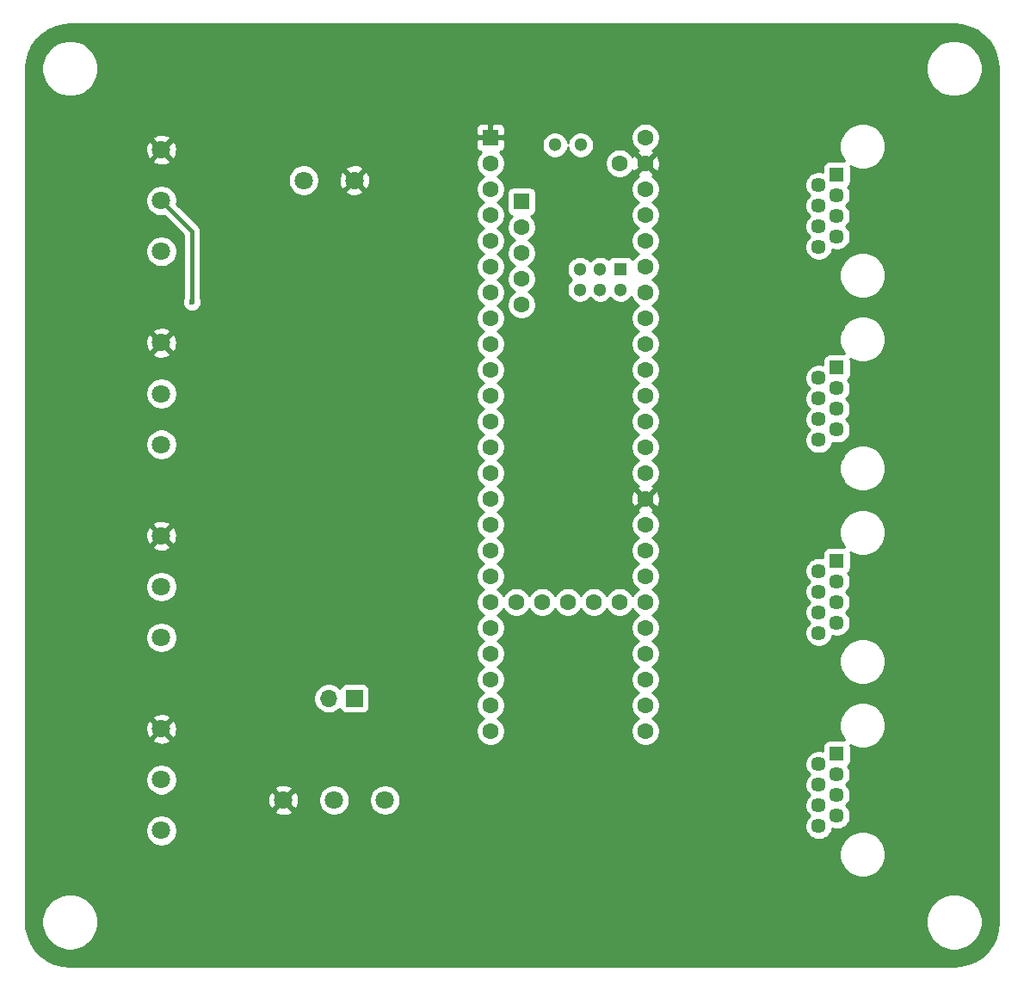
<source format=gbr>
G04 #@! TF.GenerationSoftware,KiCad,Pcbnew,(5.1.7-0-10_14)*
G04 #@! TF.CreationDate,2020-11-21T12:18:44-08:00*
G04 #@! TF.ProjectId,Main PCB,4d61696e-2050-4434-922e-6b696361645f,1*
G04 #@! TF.SameCoordinates,Original*
G04 #@! TF.FileFunction,Copper,L4,Bot*
G04 #@! TF.FilePolarity,Positive*
%FSLAX46Y46*%
G04 Gerber Fmt 4.6, Leading zero omitted, Abs format (unit mm)*
G04 Created by KiCad (PCBNEW (5.1.7-0-10_14)) date 2020-11-21 12:18:44*
%MOMM*%
%LPD*%
G01*
G04 APERTURE LIST*
G04 #@! TA.AperFunction,ComponentPad*
%ADD10C,1.300000*%
G04 #@! TD*
G04 #@! TA.AperFunction,ComponentPad*
%ADD11C,1.600000*%
G04 #@! TD*
G04 #@! TA.AperFunction,ComponentPad*
%ADD12R,1.300000X1.300000*%
G04 #@! TD*
G04 #@! TA.AperFunction,ComponentPad*
%ADD13R,1.600000X1.600000*%
G04 #@! TD*
G04 #@! TA.AperFunction,ComponentPad*
%ADD14O,1.700000X1.700000*%
G04 #@! TD*
G04 #@! TA.AperFunction,ComponentPad*
%ADD15R,1.700000X1.700000*%
G04 #@! TD*
G04 #@! TA.AperFunction,ComponentPad*
%ADD16C,1.803400*%
G04 #@! TD*
G04 #@! TA.AperFunction,ComponentPad*
%ADD17C,1.447800*%
G04 #@! TD*
G04 #@! TA.AperFunction,ComponentPad*
%ADD18R,1.447800X1.447800*%
G04 #@! TD*
G04 #@! TA.AperFunction,ViaPad*
%ADD19C,0.600000*%
G04 #@! TD*
G04 #@! TA.AperFunction,Conductor*
%ADD20C,0.400000*%
G04 #@! TD*
G04 #@! TA.AperFunction,Conductor*
%ADD21C,0.254000*%
G04 #@! TD*
G04 #@! TA.AperFunction,Conductor*
%ADD22C,0.100000*%
G04 #@! TD*
G04 APERTURE END LIST*
D10*
X35270000Y15480000D03*
X32730000Y15480000D03*
D11*
X39080000Y-29510000D03*
X36540000Y-29510000D03*
X34000000Y-29510000D03*
X31460000Y-29510000D03*
X28920000Y-29510000D03*
D10*
X35181600Y3240000D03*
X35181600Y1240000D03*
X37181600Y1240000D03*
X37181600Y3240000D03*
X39181600Y1240000D03*
D12*
X39181600Y3240000D03*
D11*
X26380000Y-24430000D03*
X26380000Y-26970000D03*
X26380000Y-29510000D03*
X26380000Y-32050000D03*
X26380000Y-21890000D03*
X26380000Y-19350000D03*
X26380000Y-16810000D03*
X26380000Y-34590000D03*
X26380000Y-37130000D03*
X26380000Y-39670000D03*
X26380000Y-42210000D03*
X41620000Y-42210000D03*
X41620000Y-39670000D03*
X41620000Y-37130000D03*
X41620000Y-34590000D03*
X41620000Y-32050000D03*
X41620000Y-29510000D03*
X41620000Y-26970000D03*
X41620000Y-24430000D03*
X41620000Y-21890000D03*
X41620000Y-19350000D03*
X26380000Y-14270000D03*
X26380000Y-11730000D03*
X26380000Y-9190000D03*
X26380000Y-6650000D03*
X26380000Y-4110000D03*
X26380000Y-1570000D03*
X26380000Y970000D03*
X26380000Y3510000D03*
X26380000Y6050000D03*
X26380000Y8590000D03*
X26380000Y11130000D03*
X26380000Y13670000D03*
D13*
X26380000Y16210000D03*
D11*
X41620000Y-16810000D03*
X41620000Y-14270000D03*
X41620000Y-11730000D03*
X41620000Y-9190000D03*
X41620000Y-6650000D03*
X41620000Y-4110000D03*
X41620000Y-1570000D03*
X41620000Y970000D03*
X41620000Y3510000D03*
X41620000Y6050000D03*
X41620000Y8590000D03*
X41620000Y11130000D03*
X41620000Y13670000D03*
X41620000Y16210000D03*
D13*
X29430800Y9910800D03*
D11*
X29430800Y7370800D03*
X29430800Y4830800D03*
X29430800Y2290800D03*
X29430800Y-249200D03*
X39080000Y13670000D03*
D14*
X10460000Y-39000000D03*
D15*
X13000000Y-39000000D03*
D16*
X16000000Y-49000000D03*
X11000000Y-49000000D03*
X6000000Y-49000000D03*
X-6000000Y-52000000D03*
X-6000000Y-47000000D03*
X-6000000Y-42000000D03*
X-6000000Y-33000000D03*
X-6000000Y-28000000D03*
X-6000000Y-23000000D03*
X-6000000Y-14000000D03*
X-6000000Y-9000000D03*
X-6000000Y-4000000D03*
X-6000000Y5000000D03*
X-6000000Y10000000D03*
X-6000000Y15000000D03*
X8000000Y12000000D03*
X13000000Y12000000D03*
D17*
X58682000Y-51556000D03*
X60460000Y-50540000D03*
X58682000Y-49524000D03*
X60460000Y-48508000D03*
X58682000Y-47492000D03*
X60460000Y-46476000D03*
X58682000Y-45460000D03*
D18*
X60460000Y-44444000D03*
D17*
X58682000Y-32556000D03*
X60460000Y-31540000D03*
X58682000Y-30524000D03*
X60460000Y-29508000D03*
X58682000Y-28492000D03*
X60460000Y-27476000D03*
X58682000Y-26460000D03*
D18*
X60460000Y-25444000D03*
D17*
X58682000Y-13556000D03*
X60460000Y-12540000D03*
X58682000Y-11524000D03*
X60460000Y-10508000D03*
X58682000Y-9492000D03*
X60460000Y-8476000D03*
X58682000Y-7460000D03*
D18*
X60460000Y-6444000D03*
D17*
X58682000Y5444000D03*
X60460000Y6460000D03*
X58682000Y7476000D03*
X60460000Y8492000D03*
X58682000Y9508000D03*
X60460000Y10524000D03*
X58682000Y11540000D03*
D18*
X60460000Y12556000D03*
D19*
X11000000Y-13000000D03*
X9000000Y-13000000D03*
X7000000Y-13000000D03*
X10000000Y-23000000D03*
X8000000Y-23000000D03*
X11000000Y-26000000D03*
X17000000Y3000000D03*
X7000000Y-30000000D03*
X-3000000Y0D03*
D20*
X-3000000Y7000000D02*
X-3000000Y0D01*
X-6000000Y10000000D02*
X-3000000Y7000000D01*
D21*
X72769142Y27274706D02*
X73513971Y27070943D01*
X74210947Y26738503D01*
X74838035Y26287895D01*
X75375416Y25733361D01*
X75806107Y25092423D01*
X76116489Y24385355D01*
X76297964Y23629464D01*
X76345951Y22975998D01*
X76345950Y-60970868D01*
X76274706Y-61769142D01*
X76070944Y-62513970D01*
X75738503Y-63210947D01*
X75287895Y-63838035D01*
X74733361Y-64375416D01*
X74092425Y-64806106D01*
X73385355Y-65116489D01*
X72629458Y-65297964D01*
X71976011Y-65345950D01*
X-14970868Y-65345950D01*
X-15769142Y-65274706D01*
X-16513970Y-65070944D01*
X-17210947Y-64738503D01*
X-17838035Y-64287895D01*
X-18375416Y-63733361D01*
X-18806106Y-63092425D01*
X-19116489Y-62385355D01*
X-19297964Y-61629458D01*
X-19345950Y-60976011D01*
X-19345950Y-60725701D01*
X-17785000Y-60725701D01*
X-17785000Y-61274299D01*
X-17677974Y-61812354D01*
X-17468035Y-62319192D01*
X-17163250Y-62775334D01*
X-16775334Y-63163250D01*
X-16319192Y-63468035D01*
X-15812354Y-63677974D01*
X-15274299Y-63785000D01*
X-14725701Y-63785000D01*
X-14187646Y-63677974D01*
X-13680808Y-63468035D01*
X-13224666Y-63163250D01*
X-12836750Y-62775334D01*
X-12531965Y-62319192D01*
X-12322026Y-61812354D01*
X-12215000Y-61274299D01*
X-12215000Y-60725701D01*
X69215000Y-60725701D01*
X69215000Y-61274299D01*
X69322026Y-61812354D01*
X69531965Y-62319192D01*
X69836750Y-62775334D01*
X70224666Y-63163250D01*
X70680808Y-63468035D01*
X71187646Y-63677974D01*
X71725701Y-63785000D01*
X72274299Y-63785000D01*
X72812354Y-63677974D01*
X73319192Y-63468035D01*
X73775334Y-63163250D01*
X74163250Y-62775334D01*
X74468035Y-62319192D01*
X74677974Y-61812354D01*
X74785000Y-61274299D01*
X74785000Y-60725701D01*
X74677974Y-60187646D01*
X74468035Y-59680808D01*
X74163250Y-59224666D01*
X73775334Y-58836750D01*
X73319192Y-58531965D01*
X72812354Y-58322026D01*
X72274299Y-58215000D01*
X71725701Y-58215000D01*
X71187646Y-58322026D01*
X70680808Y-58531965D01*
X70224666Y-58836750D01*
X69836750Y-59224666D01*
X69531965Y-59680808D01*
X69322026Y-60187646D01*
X69215000Y-60725701D01*
X-12215000Y-60725701D01*
X-12322026Y-60187646D01*
X-12531965Y-59680808D01*
X-12836750Y-59224666D01*
X-13224666Y-58836750D01*
X-13680808Y-58531965D01*
X-14187646Y-58322026D01*
X-14725701Y-58215000D01*
X-15274299Y-58215000D01*
X-15812354Y-58322026D01*
X-16319192Y-58531965D01*
X-16775334Y-58836750D01*
X-17163250Y-59224666D01*
X-17468035Y-59680808D01*
X-17677974Y-60187646D01*
X-17785000Y-60725701D01*
X-19345950Y-60725701D01*
X-19345950Y-54124849D01*
X60714000Y-54124849D01*
X60714000Y-54575151D01*
X60801850Y-55016802D01*
X60974173Y-55432827D01*
X61224348Y-55807240D01*
X61542760Y-56125652D01*
X61917173Y-56375827D01*
X62333198Y-56548150D01*
X62774849Y-56636000D01*
X63225151Y-56636000D01*
X63666802Y-56548150D01*
X64082827Y-56375827D01*
X64457240Y-56125652D01*
X64775652Y-55807240D01*
X65025827Y-55432827D01*
X65198150Y-55016802D01*
X65286000Y-54575151D01*
X65286000Y-54124849D01*
X65198150Y-53683198D01*
X65025827Y-53267173D01*
X64775652Y-52892760D01*
X64457240Y-52574348D01*
X64082827Y-52324173D01*
X63666802Y-52151850D01*
X63225151Y-52064000D01*
X62774849Y-52064000D01*
X62333198Y-52151850D01*
X61917173Y-52324173D01*
X61542760Y-52574348D01*
X61224348Y-52892760D01*
X60974173Y-53267173D01*
X60801850Y-53683198D01*
X60714000Y-54124849D01*
X-19345950Y-54124849D01*
X-19345950Y-51848648D01*
X-7536700Y-51848648D01*
X-7536700Y-52151352D01*
X-7477645Y-52448239D01*
X-7361805Y-52727900D01*
X-7193632Y-52979589D01*
X-6979589Y-53193632D01*
X-6727900Y-53361805D01*
X-6448239Y-53477645D01*
X-6151352Y-53536700D01*
X-5848648Y-53536700D01*
X-5551761Y-53477645D01*
X-5272100Y-53361805D01*
X-5020411Y-53193632D01*
X-4806368Y-52979589D01*
X-4638195Y-52727900D01*
X-4522355Y-52448239D01*
X-4463300Y-52151352D01*
X-4463300Y-51848648D01*
X-4522355Y-51551761D01*
X-4638195Y-51272100D01*
X-4806368Y-51020411D01*
X-5020411Y-50806368D01*
X-5272100Y-50638195D01*
X-5551761Y-50522355D01*
X-5848648Y-50463300D01*
X-6151352Y-50463300D01*
X-6448239Y-50522355D01*
X-6727900Y-50638195D01*
X-6979589Y-50806368D01*
X-7193632Y-51020411D01*
X-7361805Y-51272100D01*
X-7477645Y-51551761D01*
X-7536700Y-51848648D01*
X-19345950Y-51848648D01*
X-19345950Y-50065293D01*
X5114312Y-50065293D01*
X5198201Y-50319647D01*
X5471058Y-50450714D01*
X5764241Y-50526030D01*
X6066486Y-50542703D01*
X6366175Y-50500090D01*
X6651792Y-50399829D01*
X6801799Y-50319647D01*
X6885688Y-50065293D01*
X6000000Y-49179605D01*
X5114312Y-50065293D01*
X-19345950Y-50065293D01*
X-19345950Y-49066486D01*
X4457297Y-49066486D01*
X4499910Y-49366175D01*
X4600171Y-49651792D01*
X4680353Y-49801799D01*
X4934707Y-49885688D01*
X5820395Y-49000000D01*
X6179605Y-49000000D01*
X7065293Y-49885688D01*
X7319647Y-49801799D01*
X7450714Y-49528942D01*
X7526030Y-49235759D01*
X7542703Y-48933514D01*
X7530636Y-48848648D01*
X9463300Y-48848648D01*
X9463300Y-49151352D01*
X9522355Y-49448239D01*
X9638195Y-49727900D01*
X9806368Y-49979589D01*
X10020411Y-50193632D01*
X10272100Y-50361805D01*
X10551761Y-50477645D01*
X10848648Y-50536700D01*
X11151352Y-50536700D01*
X11448239Y-50477645D01*
X11727900Y-50361805D01*
X11979589Y-50193632D01*
X12193632Y-49979589D01*
X12361805Y-49727900D01*
X12477645Y-49448239D01*
X12536700Y-49151352D01*
X12536700Y-48848648D01*
X14463300Y-48848648D01*
X14463300Y-49151352D01*
X14522355Y-49448239D01*
X14638195Y-49727900D01*
X14806368Y-49979589D01*
X15020411Y-50193632D01*
X15272100Y-50361805D01*
X15551761Y-50477645D01*
X15848648Y-50536700D01*
X16151352Y-50536700D01*
X16448239Y-50477645D01*
X16727900Y-50361805D01*
X16979589Y-50193632D01*
X17193632Y-49979589D01*
X17361805Y-49727900D01*
X17477645Y-49448239D01*
X17536700Y-49151352D01*
X17536700Y-48848648D01*
X17477645Y-48551761D01*
X17361805Y-48272100D01*
X17193632Y-48020411D01*
X16979589Y-47806368D01*
X16727900Y-47638195D01*
X16448239Y-47522355D01*
X16151352Y-47463300D01*
X15848648Y-47463300D01*
X15551761Y-47522355D01*
X15272100Y-47638195D01*
X15020411Y-47806368D01*
X14806368Y-48020411D01*
X14638195Y-48272100D01*
X14522355Y-48551761D01*
X14463300Y-48848648D01*
X12536700Y-48848648D01*
X12477645Y-48551761D01*
X12361805Y-48272100D01*
X12193632Y-48020411D01*
X11979589Y-47806368D01*
X11727900Y-47638195D01*
X11448239Y-47522355D01*
X11151352Y-47463300D01*
X10848648Y-47463300D01*
X10551761Y-47522355D01*
X10272100Y-47638195D01*
X10020411Y-47806368D01*
X9806368Y-48020411D01*
X9638195Y-48272100D01*
X9522355Y-48551761D01*
X9463300Y-48848648D01*
X7530636Y-48848648D01*
X7500090Y-48633825D01*
X7399829Y-48348208D01*
X7319647Y-48198201D01*
X7065293Y-48114312D01*
X6179605Y-49000000D01*
X5820395Y-49000000D01*
X4934707Y-48114312D01*
X4680353Y-48198201D01*
X4549286Y-48471058D01*
X4473970Y-48764241D01*
X4457297Y-49066486D01*
X-19345950Y-49066486D01*
X-19345950Y-46848648D01*
X-7536700Y-46848648D01*
X-7536700Y-47151352D01*
X-7477645Y-47448239D01*
X-7361805Y-47727900D01*
X-7193632Y-47979589D01*
X-6979589Y-48193632D01*
X-6727900Y-48361805D01*
X-6448239Y-48477645D01*
X-6151352Y-48536700D01*
X-5848648Y-48536700D01*
X-5551761Y-48477645D01*
X-5272100Y-48361805D01*
X-5020411Y-48193632D01*
X-4806368Y-47979589D01*
X-4776379Y-47934707D01*
X5114312Y-47934707D01*
X6000000Y-48820395D01*
X6885688Y-47934707D01*
X6801799Y-47680353D01*
X6528942Y-47549286D01*
X6235759Y-47473970D01*
X5933514Y-47457297D01*
X5633825Y-47499910D01*
X5348208Y-47600171D01*
X5198201Y-47680353D01*
X5114312Y-47934707D01*
X-4776379Y-47934707D01*
X-4638195Y-47727900D01*
X-4522355Y-47448239D01*
X-4463300Y-47151352D01*
X-4463300Y-46848648D01*
X-4522355Y-46551761D01*
X-4638195Y-46272100D01*
X-4806368Y-46020411D01*
X-5020411Y-45806368D01*
X-5272100Y-45638195D01*
X-5551761Y-45522355D01*
X-5848648Y-45463300D01*
X-6151352Y-45463300D01*
X-6448239Y-45522355D01*
X-6727900Y-45638195D01*
X-6979589Y-45806368D01*
X-7193632Y-46020411D01*
X-7361805Y-46272100D01*
X-7477645Y-46551761D01*
X-7536700Y-46848648D01*
X-19345950Y-46848648D01*
X-19345950Y-45326160D01*
X57323100Y-45326160D01*
X57323100Y-45593840D01*
X57375322Y-45856376D01*
X57477759Y-46103680D01*
X57626474Y-46326248D01*
X57776226Y-46476000D01*
X57626474Y-46625752D01*
X57477759Y-46848320D01*
X57375322Y-47095624D01*
X57323100Y-47358160D01*
X57323100Y-47625840D01*
X57375322Y-47888376D01*
X57477759Y-48135680D01*
X57626474Y-48358248D01*
X57776226Y-48508000D01*
X57626474Y-48657752D01*
X57477759Y-48880320D01*
X57375322Y-49127624D01*
X57323100Y-49390160D01*
X57323100Y-49657840D01*
X57375322Y-49920376D01*
X57477759Y-50167680D01*
X57626474Y-50390248D01*
X57776226Y-50540000D01*
X57626474Y-50689752D01*
X57477759Y-50912320D01*
X57375322Y-51159624D01*
X57323100Y-51422160D01*
X57323100Y-51689840D01*
X57375322Y-51952376D01*
X57477759Y-52199680D01*
X57626474Y-52422248D01*
X57815752Y-52611526D01*
X58038320Y-52760241D01*
X58285624Y-52862678D01*
X58548160Y-52914900D01*
X58815840Y-52914900D01*
X59078376Y-52862678D01*
X59325680Y-52760241D01*
X59548248Y-52611526D01*
X59737526Y-52422248D01*
X59886241Y-52199680D01*
X59988678Y-51952376D01*
X60013807Y-51826043D01*
X60063624Y-51846678D01*
X60326160Y-51898900D01*
X60593840Y-51898900D01*
X60856376Y-51846678D01*
X61103680Y-51744241D01*
X61326248Y-51595526D01*
X61515526Y-51406248D01*
X61664241Y-51183680D01*
X61766678Y-50936376D01*
X61818900Y-50673840D01*
X61818900Y-50406160D01*
X61766678Y-50143624D01*
X61664241Y-49896320D01*
X61515526Y-49673752D01*
X61365774Y-49524000D01*
X61515526Y-49374248D01*
X61664241Y-49151680D01*
X61766678Y-48904376D01*
X61818900Y-48641840D01*
X61818900Y-48374160D01*
X61766678Y-48111624D01*
X61664241Y-47864320D01*
X61515526Y-47641752D01*
X61365774Y-47492000D01*
X61515526Y-47342248D01*
X61664241Y-47119680D01*
X61766678Y-46872376D01*
X61818900Y-46609840D01*
X61818900Y-46342160D01*
X61766678Y-46079624D01*
X61664241Y-45832320D01*
X61561896Y-45679150D01*
X61635085Y-45619085D01*
X61714437Y-45522394D01*
X61773402Y-45412080D01*
X61809712Y-45292382D01*
X61821972Y-45167900D01*
X61821972Y-43720100D01*
X61810598Y-43604616D01*
X61917173Y-43675827D01*
X62333198Y-43848150D01*
X62774849Y-43936000D01*
X63225151Y-43936000D01*
X63666802Y-43848150D01*
X64082827Y-43675827D01*
X64457240Y-43425652D01*
X64775652Y-43107240D01*
X65025827Y-42732827D01*
X65198150Y-42316802D01*
X65286000Y-41875151D01*
X65286000Y-41424849D01*
X65198150Y-40983198D01*
X65025827Y-40567173D01*
X64775652Y-40192760D01*
X64457240Y-39874348D01*
X64082827Y-39624173D01*
X63666802Y-39451850D01*
X63225151Y-39364000D01*
X62774849Y-39364000D01*
X62333198Y-39451850D01*
X61917173Y-39624173D01*
X61542760Y-39874348D01*
X61224348Y-40192760D01*
X60974173Y-40567173D01*
X60801850Y-40983198D01*
X60714000Y-41424849D01*
X60714000Y-41875151D01*
X60801850Y-42316802D01*
X60974173Y-42732827D01*
X61209164Y-43084516D01*
X61183900Y-43082028D01*
X59736100Y-43082028D01*
X59611618Y-43094288D01*
X59491920Y-43130598D01*
X59381606Y-43189563D01*
X59284915Y-43268915D01*
X59205563Y-43365606D01*
X59146598Y-43475920D01*
X59110288Y-43595618D01*
X59098028Y-43720100D01*
X59098028Y-44161462D01*
X59078376Y-44153322D01*
X58815840Y-44101100D01*
X58548160Y-44101100D01*
X58285624Y-44153322D01*
X58038320Y-44255759D01*
X57815752Y-44404474D01*
X57626474Y-44593752D01*
X57477759Y-44816320D01*
X57375322Y-45063624D01*
X57323100Y-45326160D01*
X-19345950Y-45326160D01*
X-19345950Y-43065293D01*
X-6885688Y-43065293D01*
X-6801799Y-43319647D01*
X-6528942Y-43450714D01*
X-6235759Y-43526030D01*
X-5933514Y-43542703D01*
X-5633825Y-43500090D01*
X-5348208Y-43399829D01*
X-5198201Y-43319647D01*
X-5114312Y-43065293D01*
X-6000000Y-42179605D01*
X-6885688Y-43065293D01*
X-19345950Y-43065293D01*
X-19345950Y-42066486D01*
X-7542703Y-42066486D01*
X-7500090Y-42366175D01*
X-7399829Y-42651792D01*
X-7319647Y-42801799D01*
X-7065293Y-42885688D01*
X-6179605Y-42000000D01*
X-5820395Y-42000000D01*
X-4934707Y-42885688D01*
X-4680353Y-42801799D01*
X-4549286Y-42528942D01*
X-4473970Y-42235759D01*
X-4457297Y-41933514D01*
X-4499910Y-41633825D01*
X-4600171Y-41348208D01*
X-4680353Y-41198201D01*
X-4934707Y-41114312D01*
X-5820395Y-42000000D01*
X-6179605Y-42000000D01*
X-7065293Y-41114312D01*
X-7319647Y-41198201D01*
X-7450714Y-41471058D01*
X-7526030Y-41764241D01*
X-7542703Y-42066486D01*
X-19345950Y-42066486D01*
X-19345950Y-40934707D01*
X-6885688Y-40934707D01*
X-6000000Y-41820395D01*
X-5114312Y-40934707D01*
X-5198201Y-40680353D01*
X-5471058Y-40549286D01*
X-5764241Y-40473970D01*
X-6066486Y-40457297D01*
X-6366175Y-40499910D01*
X-6651792Y-40600171D01*
X-6801799Y-40680353D01*
X-6885688Y-40934707D01*
X-19345950Y-40934707D01*
X-19345950Y-38853740D01*
X8975000Y-38853740D01*
X8975000Y-39146260D01*
X9032068Y-39433158D01*
X9144010Y-39703411D01*
X9306525Y-39946632D01*
X9513368Y-40153475D01*
X9756589Y-40315990D01*
X10026842Y-40427932D01*
X10313740Y-40485000D01*
X10606260Y-40485000D01*
X10893158Y-40427932D01*
X11163411Y-40315990D01*
X11406632Y-40153475D01*
X11538487Y-40021620D01*
X11560498Y-40094180D01*
X11619463Y-40204494D01*
X11698815Y-40301185D01*
X11795506Y-40380537D01*
X11905820Y-40439502D01*
X12025518Y-40475812D01*
X12150000Y-40488072D01*
X13850000Y-40488072D01*
X13974482Y-40475812D01*
X14094180Y-40439502D01*
X14204494Y-40380537D01*
X14301185Y-40301185D01*
X14380537Y-40204494D01*
X14439502Y-40094180D01*
X14475812Y-39974482D01*
X14488072Y-39850000D01*
X14488072Y-38150000D01*
X14475812Y-38025518D01*
X14439502Y-37905820D01*
X14380537Y-37795506D01*
X14301185Y-37698815D01*
X14204494Y-37619463D01*
X14094180Y-37560498D01*
X13974482Y-37524188D01*
X13850000Y-37511928D01*
X12150000Y-37511928D01*
X12025518Y-37524188D01*
X11905820Y-37560498D01*
X11795506Y-37619463D01*
X11698815Y-37698815D01*
X11619463Y-37795506D01*
X11560498Y-37905820D01*
X11538487Y-37978380D01*
X11406632Y-37846525D01*
X11163411Y-37684010D01*
X10893158Y-37572068D01*
X10606260Y-37515000D01*
X10313740Y-37515000D01*
X10026842Y-37572068D01*
X9756589Y-37684010D01*
X9513368Y-37846525D01*
X9306525Y-38053368D01*
X9144010Y-38296589D01*
X9032068Y-38566842D01*
X8975000Y-38853740D01*
X-19345950Y-38853740D01*
X-19345950Y-32848648D01*
X-7536700Y-32848648D01*
X-7536700Y-33151352D01*
X-7477645Y-33448239D01*
X-7361805Y-33727900D01*
X-7193632Y-33979589D01*
X-6979589Y-34193632D01*
X-6727900Y-34361805D01*
X-6448239Y-34477645D01*
X-6151352Y-34536700D01*
X-5848648Y-34536700D01*
X-5551761Y-34477645D01*
X-5272100Y-34361805D01*
X-5020411Y-34193632D01*
X-4806368Y-33979589D01*
X-4638195Y-33727900D01*
X-4522355Y-33448239D01*
X-4463300Y-33151352D01*
X-4463300Y-32848648D01*
X-4522355Y-32551761D01*
X-4638195Y-32272100D01*
X-4806368Y-32020411D01*
X-5020411Y-31806368D01*
X-5272100Y-31638195D01*
X-5551761Y-31522355D01*
X-5848648Y-31463300D01*
X-6151352Y-31463300D01*
X-6448239Y-31522355D01*
X-6727900Y-31638195D01*
X-6979589Y-31806368D01*
X-7193632Y-32020411D01*
X-7361805Y-32272100D01*
X-7477645Y-32551761D01*
X-7536700Y-32848648D01*
X-19345950Y-32848648D01*
X-19345950Y-27848648D01*
X-7536700Y-27848648D01*
X-7536700Y-28151352D01*
X-7477645Y-28448239D01*
X-7361805Y-28727900D01*
X-7193632Y-28979589D01*
X-6979589Y-29193632D01*
X-6727900Y-29361805D01*
X-6448239Y-29477645D01*
X-6151352Y-29536700D01*
X-5848648Y-29536700D01*
X-5551761Y-29477645D01*
X-5272100Y-29361805D01*
X-5020411Y-29193632D01*
X-4806368Y-28979589D01*
X-4638195Y-28727900D01*
X-4522355Y-28448239D01*
X-4463300Y-28151352D01*
X-4463300Y-27848648D01*
X-4522355Y-27551761D01*
X-4638195Y-27272100D01*
X-4806368Y-27020411D01*
X-5020411Y-26806368D01*
X-5272100Y-26638195D01*
X-5551761Y-26522355D01*
X-5848648Y-26463300D01*
X-6151352Y-26463300D01*
X-6448239Y-26522355D01*
X-6727900Y-26638195D01*
X-6979589Y-26806368D01*
X-7193632Y-27020411D01*
X-7361805Y-27272100D01*
X-7477645Y-27551761D01*
X-7536700Y-27848648D01*
X-19345950Y-27848648D01*
X-19345950Y-24065293D01*
X-6885688Y-24065293D01*
X-6801799Y-24319647D01*
X-6528942Y-24450714D01*
X-6235759Y-24526030D01*
X-5933514Y-24542703D01*
X-5633825Y-24500090D01*
X-5348208Y-24399829D01*
X-5198201Y-24319647D01*
X-5114312Y-24065293D01*
X-6000000Y-23179605D01*
X-6885688Y-24065293D01*
X-19345950Y-24065293D01*
X-19345950Y-23066486D01*
X-7542703Y-23066486D01*
X-7500090Y-23366175D01*
X-7399829Y-23651792D01*
X-7319647Y-23801799D01*
X-7065293Y-23885688D01*
X-6179605Y-23000000D01*
X-5820395Y-23000000D01*
X-4934707Y-23885688D01*
X-4680353Y-23801799D01*
X-4549286Y-23528942D01*
X-4473970Y-23235759D01*
X-4457297Y-22933514D01*
X-4499910Y-22633825D01*
X-4600171Y-22348208D01*
X-4680353Y-22198201D01*
X-4934707Y-22114312D01*
X-5820395Y-23000000D01*
X-6179605Y-23000000D01*
X-7065293Y-22114312D01*
X-7319647Y-22198201D01*
X-7450714Y-22471058D01*
X-7526030Y-22764241D01*
X-7542703Y-23066486D01*
X-19345950Y-23066486D01*
X-19345950Y-21934707D01*
X-6885688Y-21934707D01*
X-6000000Y-22820395D01*
X-5114312Y-21934707D01*
X-5198201Y-21680353D01*
X-5471058Y-21549286D01*
X-5764241Y-21473970D01*
X-6066486Y-21457297D01*
X-6366175Y-21499910D01*
X-6651792Y-21600171D01*
X-6801799Y-21680353D01*
X-6885688Y-21934707D01*
X-19345950Y-21934707D01*
X-19345950Y-13848648D01*
X-7536700Y-13848648D01*
X-7536700Y-14151352D01*
X-7477645Y-14448239D01*
X-7361805Y-14727900D01*
X-7193632Y-14979589D01*
X-6979589Y-15193632D01*
X-6727900Y-15361805D01*
X-6448239Y-15477645D01*
X-6151352Y-15536700D01*
X-5848648Y-15536700D01*
X-5551761Y-15477645D01*
X-5272100Y-15361805D01*
X-5020411Y-15193632D01*
X-4806368Y-14979589D01*
X-4638195Y-14727900D01*
X-4522355Y-14448239D01*
X-4463300Y-14151352D01*
X-4463300Y-13848648D01*
X-4522355Y-13551761D01*
X-4638195Y-13272100D01*
X-4806368Y-13020411D01*
X-5020411Y-12806368D01*
X-5272100Y-12638195D01*
X-5551761Y-12522355D01*
X-5848648Y-12463300D01*
X-6151352Y-12463300D01*
X-6448239Y-12522355D01*
X-6727900Y-12638195D01*
X-6979589Y-12806368D01*
X-7193632Y-13020411D01*
X-7361805Y-13272100D01*
X-7477645Y-13551761D01*
X-7536700Y-13848648D01*
X-19345950Y-13848648D01*
X-19345950Y-8848648D01*
X-7536700Y-8848648D01*
X-7536700Y-9151352D01*
X-7477645Y-9448239D01*
X-7361805Y-9727900D01*
X-7193632Y-9979589D01*
X-6979589Y-10193632D01*
X-6727900Y-10361805D01*
X-6448239Y-10477645D01*
X-6151352Y-10536700D01*
X-5848648Y-10536700D01*
X-5551761Y-10477645D01*
X-5272100Y-10361805D01*
X-5020411Y-10193632D01*
X-4806368Y-9979589D01*
X-4638195Y-9727900D01*
X-4522355Y-9448239D01*
X-4463300Y-9151352D01*
X-4463300Y-8848648D01*
X-4522355Y-8551761D01*
X-4638195Y-8272100D01*
X-4806368Y-8020411D01*
X-5020411Y-7806368D01*
X-5272100Y-7638195D01*
X-5551761Y-7522355D01*
X-5848648Y-7463300D01*
X-6151352Y-7463300D01*
X-6448239Y-7522355D01*
X-6727900Y-7638195D01*
X-6979589Y-7806368D01*
X-7193632Y-8020411D01*
X-7361805Y-8272100D01*
X-7477645Y-8551761D01*
X-7536700Y-8848648D01*
X-19345950Y-8848648D01*
X-19345950Y-5065293D01*
X-6885688Y-5065293D01*
X-6801799Y-5319647D01*
X-6528942Y-5450714D01*
X-6235759Y-5526030D01*
X-5933514Y-5542703D01*
X-5633825Y-5500090D01*
X-5348208Y-5399829D01*
X-5198201Y-5319647D01*
X-5114312Y-5065293D01*
X-6000000Y-4179605D01*
X-6885688Y-5065293D01*
X-19345950Y-5065293D01*
X-19345950Y-4066486D01*
X-7542703Y-4066486D01*
X-7500090Y-4366175D01*
X-7399829Y-4651792D01*
X-7319647Y-4801799D01*
X-7065293Y-4885688D01*
X-6179605Y-4000000D01*
X-5820395Y-4000000D01*
X-4934707Y-4885688D01*
X-4680353Y-4801799D01*
X-4549286Y-4528942D01*
X-4473970Y-4235759D01*
X-4457297Y-3933514D01*
X-4499910Y-3633825D01*
X-4600171Y-3348208D01*
X-4680353Y-3198201D01*
X-4934707Y-3114312D01*
X-5820395Y-4000000D01*
X-6179605Y-4000000D01*
X-7065293Y-3114312D01*
X-7319647Y-3198201D01*
X-7450714Y-3471058D01*
X-7526030Y-3764241D01*
X-7542703Y-4066486D01*
X-19345950Y-4066486D01*
X-19345950Y-2934707D01*
X-6885688Y-2934707D01*
X-6000000Y-3820395D01*
X-5114312Y-2934707D01*
X-5198201Y-2680353D01*
X-5471058Y-2549286D01*
X-5764241Y-2473970D01*
X-6066486Y-2457297D01*
X-6366175Y-2499910D01*
X-6651792Y-2600171D01*
X-6801799Y-2680353D01*
X-6885688Y-2934707D01*
X-19345950Y-2934707D01*
X-19345950Y5151352D01*
X-7536700Y5151352D01*
X-7536700Y4848648D01*
X-7477645Y4551761D01*
X-7361805Y4272100D01*
X-7193632Y4020411D01*
X-6979589Y3806368D01*
X-6727900Y3638195D01*
X-6448239Y3522355D01*
X-6151352Y3463300D01*
X-5848648Y3463300D01*
X-5551761Y3522355D01*
X-5272100Y3638195D01*
X-5020411Y3806368D01*
X-4806368Y4020411D01*
X-4638195Y4272100D01*
X-4522355Y4551761D01*
X-4463300Y4848648D01*
X-4463300Y5151352D01*
X-4522355Y5448239D01*
X-4638195Y5727900D01*
X-4806368Y5979589D01*
X-5020411Y6193632D01*
X-5272100Y6361805D01*
X-5551761Y6477645D01*
X-5848648Y6536700D01*
X-6151352Y6536700D01*
X-6448239Y6477645D01*
X-6727900Y6361805D01*
X-6979589Y6193632D01*
X-7193632Y5979589D01*
X-7361805Y5727900D01*
X-7477645Y5448239D01*
X-7536700Y5151352D01*
X-19345950Y5151352D01*
X-19345950Y10151352D01*
X-7536700Y10151352D01*
X-7536700Y9848648D01*
X-7477645Y9551761D01*
X-7361805Y9272100D01*
X-7193632Y9020411D01*
X-6979589Y8806368D01*
X-6727900Y8638195D01*
X-6448239Y8522355D01*
X-6151352Y8463300D01*
X-5848648Y8463300D01*
X-5678093Y8497226D01*
X-3835000Y6654131D01*
X-3834999Y427406D01*
X-3899068Y272729D01*
X-3935000Y92089D01*
X-3935000Y-92089D01*
X-3899068Y-272729D01*
X-3828586Y-442889D01*
X-3726262Y-596028D01*
X-3596028Y-726262D01*
X-3442889Y-828586D01*
X-3272729Y-899068D01*
X-3092089Y-935000D01*
X-2907911Y-935000D01*
X-2727271Y-899068D01*
X-2557111Y-828586D01*
X-2403972Y-726262D01*
X-2273738Y-596028D01*
X-2171414Y-442889D01*
X-2100932Y-272729D01*
X-2065000Y-92089D01*
X-2065000Y92089D01*
X-2100932Y272729D01*
X-2165000Y427404D01*
X-2165000Y6958982D01*
X-2160960Y7000000D01*
X-2177082Y7163688D01*
X-2183644Y7185322D01*
X-2224828Y7321087D01*
X-2302364Y7466146D01*
X-2406709Y7593291D01*
X-2438567Y7619436D01*
X-4497226Y9678093D01*
X-4463300Y9848648D01*
X-4463300Y10151352D01*
X-4522355Y10448239D01*
X-4638195Y10727900D01*
X-4806368Y10979589D01*
X-5020411Y11193632D01*
X-5272100Y11361805D01*
X-5551761Y11477645D01*
X-5848648Y11536700D01*
X-6151352Y11536700D01*
X-6448239Y11477645D01*
X-6727900Y11361805D01*
X-6979589Y11193632D01*
X-7193632Y10979589D01*
X-7361805Y10727900D01*
X-7477645Y10448239D01*
X-7536700Y10151352D01*
X-19345950Y10151352D01*
X-19345950Y12151352D01*
X6463300Y12151352D01*
X6463300Y11848648D01*
X6522355Y11551761D01*
X6638195Y11272100D01*
X6806368Y11020411D01*
X7020411Y10806368D01*
X7272100Y10638195D01*
X7551761Y10522355D01*
X7848648Y10463300D01*
X8151352Y10463300D01*
X8448239Y10522355D01*
X8727900Y10638195D01*
X8979589Y10806368D01*
X9107928Y10934707D01*
X12114312Y10934707D01*
X12198201Y10680353D01*
X12471058Y10549286D01*
X12764241Y10473970D01*
X13066486Y10457297D01*
X13366175Y10499910D01*
X13651792Y10600171D01*
X13801799Y10680353D01*
X13885688Y10934707D01*
X13000000Y11820395D01*
X12114312Y10934707D01*
X9107928Y10934707D01*
X9193632Y11020411D01*
X9361805Y11272100D01*
X9477645Y11551761D01*
X9536700Y11848648D01*
X9536700Y11933514D01*
X11457297Y11933514D01*
X11499910Y11633825D01*
X11600171Y11348208D01*
X11680353Y11198201D01*
X11934707Y11114312D01*
X12820395Y12000000D01*
X13179605Y12000000D01*
X14065293Y11114312D01*
X14319647Y11198201D01*
X14450714Y11471058D01*
X14526030Y11764241D01*
X14542703Y12066486D01*
X14500090Y12366175D01*
X14399829Y12651792D01*
X14319647Y12801799D01*
X14065293Y12885688D01*
X13179605Y12000000D01*
X12820395Y12000000D01*
X11934707Y12885688D01*
X11680353Y12801799D01*
X11549286Y12528942D01*
X11473970Y12235759D01*
X11457297Y11933514D01*
X9536700Y11933514D01*
X9536700Y12151352D01*
X9477645Y12448239D01*
X9361805Y12727900D01*
X9193632Y12979589D01*
X9107928Y13065293D01*
X12114312Y13065293D01*
X13000000Y12179605D01*
X13885688Y13065293D01*
X13801799Y13319647D01*
X13528942Y13450714D01*
X13235759Y13526030D01*
X12933514Y13542703D01*
X12633825Y13500090D01*
X12348208Y13399829D01*
X12198201Y13319647D01*
X12114312Y13065293D01*
X9107928Y13065293D01*
X8979589Y13193632D01*
X8727900Y13361805D01*
X8448239Y13477645D01*
X8151352Y13536700D01*
X7848648Y13536700D01*
X7551761Y13477645D01*
X7272100Y13361805D01*
X7020411Y13193632D01*
X6806368Y12979589D01*
X6638195Y12727900D01*
X6522355Y12448239D01*
X6463300Y12151352D01*
X-19345950Y12151352D01*
X-19345950Y13934707D01*
X-6885688Y13934707D01*
X-6801799Y13680353D01*
X-6528942Y13549286D01*
X-6235759Y13473970D01*
X-5933514Y13457297D01*
X-5633825Y13499910D01*
X-5348208Y13600171D01*
X-5198201Y13680353D01*
X-5114312Y13934707D01*
X-6000000Y14820395D01*
X-6885688Y13934707D01*
X-19345950Y13934707D01*
X-19345950Y14933514D01*
X-7542703Y14933514D01*
X-7500090Y14633825D01*
X-7399829Y14348208D01*
X-7319647Y14198201D01*
X-7065293Y14114312D01*
X-6179605Y15000000D01*
X-5820395Y15000000D01*
X-4934707Y14114312D01*
X-4680353Y14198201D01*
X-4549286Y14471058D01*
X-4473970Y14764241D01*
X-4457297Y15066486D01*
X-4499910Y15366175D01*
X-4515294Y15410000D01*
X24941928Y15410000D01*
X24954188Y15285518D01*
X24990498Y15165820D01*
X25049463Y15055506D01*
X25128815Y14958815D01*
X25225506Y14879463D01*
X25335820Y14820498D01*
X25455518Y14784188D01*
X25463961Y14783357D01*
X25265363Y14584759D01*
X25108320Y14349727D01*
X25000147Y14088574D01*
X24945000Y13811335D01*
X24945000Y13528665D01*
X25000147Y13251426D01*
X25108320Y12990273D01*
X25265363Y12755241D01*
X25465241Y12555363D01*
X25697759Y12400000D01*
X25465241Y12244637D01*
X25265363Y12044759D01*
X25108320Y11809727D01*
X25000147Y11548574D01*
X24945000Y11271335D01*
X24945000Y10988665D01*
X25000147Y10711426D01*
X25108320Y10450273D01*
X25265363Y10215241D01*
X25465241Y10015363D01*
X25697759Y9860000D01*
X25465241Y9704637D01*
X25265363Y9504759D01*
X25108320Y9269727D01*
X25000147Y9008574D01*
X24945000Y8731335D01*
X24945000Y8448665D01*
X25000147Y8171426D01*
X25108320Y7910273D01*
X25265363Y7675241D01*
X25465241Y7475363D01*
X25697759Y7320000D01*
X25465241Y7164637D01*
X25265363Y6964759D01*
X25108320Y6729727D01*
X25000147Y6468574D01*
X24945000Y6191335D01*
X24945000Y5908665D01*
X25000147Y5631426D01*
X25108320Y5370273D01*
X25265363Y5135241D01*
X25465241Y4935363D01*
X25697759Y4780000D01*
X25465241Y4624637D01*
X25265363Y4424759D01*
X25108320Y4189727D01*
X25000147Y3928574D01*
X24945000Y3651335D01*
X24945000Y3368665D01*
X25000147Y3091426D01*
X25108320Y2830273D01*
X25265363Y2595241D01*
X25465241Y2395363D01*
X25697759Y2240000D01*
X25465241Y2084637D01*
X25265363Y1884759D01*
X25108320Y1649727D01*
X25000147Y1388574D01*
X24945000Y1111335D01*
X24945000Y828665D01*
X25000147Y551426D01*
X25108320Y290273D01*
X25265363Y55241D01*
X25465241Y-144637D01*
X25697759Y-300000D01*
X25465241Y-455363D01*
X25265363Y-655241D01*
X25108320Y-890273D01*
X25000147Y-1151426D01*
X24945000Y-1428665D01*
X24945000Y-1711335D01*
X25000147Y-1988574D01*
X25108320Y-2249727D01*
X25265363Y-2484759D01*
X25465241Y-2684637D01*
X25697759Y-2840000D01*
X25465241Y-2995363D01*
X25265363Y-3195241D01*
X25108320Y-3430273D01*
X25000147Y-3691426D01*
X24945000Y-3968665D01*
X24945000Y-4251335D01*
X25000147Y-4528574D01*
X25108320Y-4789727D01*
X25265363Y-5024759D01*
X25465241Y-5224637D01*
X25697759Y-5380000D01*
X25465241Y-5535363D01*
X25265363Y-5735241D01*
X25108320Y-5970273D01*
X25000147Y-6231426D01*
X24945000Y-6508665D01*
X24945000Y-6791335D01*
X25000147Y-7068574D01*
X25108320Y-7329727D01*
X25265363Y-7564759D01*
X25465241Y-7764637D01*
X25697759Y-7920000D01*
X25465241Y-8075363D01*
X25265363Y-8275241D01*
X25108320Y-8510273D01*
X25000147Y-8771426D01*
X24945000Y-9048665D01*
X24945000Y-9331335D01*
X25000147Y-9608574D01*
X25108320Y-9869727D01*
X25265363Y-10104759D01*
X25465241Y-10304637D01*
X25697759Y-10460000D01*
X25465241Y-10615363D01*
X25265363Y-10815241D01*
X25108320Y-11050273D01*
X25000147Y-11311426D01*
X24945000Y-11588665D01*
X24945000Y-11871335D01*
X25000147Y-12148574D01*
X25108320Y-12409727D01*
X25265363Y-12644759D01*
X25465241Y-12844637D01*
X25697759Y-13000000D01*
X25465241Y-13155363D01*
X25265363Y-13355241D01*
X25108320Y-13590273D01*
X25000147Y-13851426D01*
X24945000Y-14128665D01*
X24945000Y-14411335D01*
X25000147Y-14688574D01*
X25108320Y-14949727D01*
X25265363Y-15184759D01*
X25465241Y-15384637D01*
X25697759Y-15540000D01*
X25465241Y-15695363D01*
X25265363Y-15895241D01*
X25108320Y-16130273D01*
X25000147Y-16391426D01*
X24945000Y-16668665D01*
X24945000Y-16951335D01*
X25000147Y-17228574D01*
X25108320Y-17489727D01*
X25265363Y-17724759D01*
X25465241Y-17924637D01*
X25697759Y-18080000D01*
X25465241Y-18235363D01*
X25265363Y-18435241D01*
X25108320Y-18670273D01*
X25000147Y-18931426D01*
X24945000Y-19208665D01*
X24945000Y-19491335D01*
X25000147Y-19768574D01*
X25108320Y-20029727D01*
X25265363Y-20264759D01*
X25465241Y-20464637D01*
X25697759Y-20620000D01*
X25465241Y-20775363D01*
X25265363Y-20975241D01*
X25108320Y-21210273D01*
X25000147Y-21471426D01*
X24945000Y-21748665D01*
X24945000Y-22031335D01*
X25000147Y-22308574D01*
X25108320Y-22569727D01*
X25265363Y-22804759D01*
X25465241Y-23004637D01*
X25697759Y-23160000D01*
X25465241Y-23315363D01*
X25265363Y-23515241D01*
X25108320Y-23750273D01*
X25000147Y-24011426D01*
X24945000Y-24288665D01*
X24945000Y-24571335D01*
X25000147Y-24848574D01*
X25108320Y-25109727D01*
X25265363Y-25344759D01*
X25465241Y-25544637D01*
X25697759Y-25700000D01*
X25465241Y-25855363D01*
X25265363Y-26055241D01*
X25108320Y-26290273D01*
X25000147Y-26551426D01*
X24945000Y-26828665D01*
X24945000Y-27111335D01*
X25000147Y-27388574D01*
X25108320Y-27649727D01*
X25265363Y-27884759D01*
X25465241Y-28084637D01*
X25697759Y-28240000D01*
X25465241Y-28395363D01*
X25265363Y-28595241D01*
X25108320Y-28830273D01*
X25000147Y-29091426D01*
X24945000Y-29368665D01*
X24945000Y-29651335D01*
X25000147Y-29928574D01*
X25108320Y-30189727D01*
X25265363Y-30424759D01*
X25465241Y-30624637D01*
X25697759Y-30780000D01*
X25465241Y-30935363D01*
X25265363Y-31135241D01*
X25108320Y-31370273D01*
X25000147Y-31631426D01*
X24945000Y-31908665D01*
X24945000Y-32191335D01*
X25000147Y-32468574D01*
X25108320Y-32729727D01*
X25265363Y-32964759D01*
X25465241Y-33164637D01*
X25697759Y-33320000D01*
X25465241Y-33475363D01*
X25265363Y-33675241D01*
X25108320Y-33910273D01*
X25000147Y-34171426D01*
X24945000Y-34448665D01*
X24945000Y-34731335D01*
X25000147Y-35008574D01*
X25108320Y-35269727D01*
X25265363Y-35504759D01*
X25465241Y-35704637D01*
X25697759Y-35860000D01*
X25465241Y-36015363D01*
X25265363Y-36215241D01*
X25108320Y-36450273D01*
X25000147Y-36711426D01*
X24945000Y-36988665D01*
X24945000Y-37271335D01*
X25000147Y-37548574D01*
X25108320Y-37809727D01*
X25265363Y-38044759D01*
X25465241Y-38244637D01*
X25697759Y-38400000D01*
X25465241Y-38555363D01*
X25265363Y-38755241D01*
X25108320Y-38990273D01*
X25000147Y-39251426D01*
X24945000Y-39528665D01*
X24945000Y-39811335D01*
X25000147Y-40088574D01*
X25108320Y-40349727D01*
X25265363Y-40584759D01*
X25465241Y-40784637D01*
X25697759Y-40940000D01*
X25465241Y-41095363D01*
X25265363Y-41295241D01*
X25108320Y-41530273D01*
X25000147Y-41791426D01*
X24945000Y-42068665D01*
X24945000Y-42351335D01*
X25000147Y-42628574D01*
X25108320Y-42889727D01*
X25265363Y-43124759D01*
X25465241Y-43324637D01*
X25700273Y-43481680D01*
X25961426Y-43589853D01*
X26238665Y-43645000D01*
X26521335Y-43645000D01*
X26798574Y-43589853D01*
X27059727Y-43481680D01*
X27294759Y-43324637D01*
X27494637Y-43124759D01*
X27651680Y-42889727D01*
X27759853Y-42628574D01*
X27815000Y-42351335D01*
X27815000Y-42068665D01*
X27759853Y-41791426D01*
X27651680Y-41530273D01*
X27494637Y-41295241D01*
X27294759Y-41095363D01*
X27062241Y-40940000D01*
X27294759Y-40784637D01*
X27494637Y-40584759D01*
X27651680Y-40349727D01*
X27759853Y-40088574D01*
X27815000Y-39811335D01*
X27815000Y-39528665D01*
X27759853Y-39251426D01*
X27651680Y-38990273D01*
X27494637Y-38755241D01*
X27294759Y-38555363D01*
X27062241Y-38400000D01*
X27294759Y-38244637D01*
X27494637Y-38044759D01*
X27651680Y-37809727D01*
X27759853Y-37548574D01*
X27815000Y-37271335D01*
X27815000Y-36988665D01*
X27759853Y-36711426D01*
X27651680Y-36450273D01*
X27494637Y-36215241D01*
X27294759Y-36015363D01*
X27062241Y-35860000D01*
X27294759Y-35704637D01*
X27494637Y-35504759D01*
X27651680Y-35269727D01*
X27759853Y-35008574D01*
X27815000Y-34731335D01*
X27815000Y-34448665D01*
X27759853Y-34171426D01*
X27651680Y-33910273D01*
X27494637Y-33675241D01*
X27294759Y-33475363D01*
X27062241Y-33320000D01*
X27294759Y-33164637D01*
X27494637Y-32964759D01*
X27651680Y-32729727D01*
X27759853Y-32468574D01*
X27815000Y-32191335D01*
X27815000Y-31908665D01*
X27759853Y-31631426D01*
X27651680Y-31370273D01*
X27494637Y-31135241D01*
X27294759Y-30935363D01*
X27062241Y-30780000D01*
X27294759Y-30624637D01*
X27494637Y-30424759D01*
X27650000Y-30192241D01*
X27805363Y-30424759D01*
X28005241Y-30624637D01*
X28240273Y-30781680D01*
X28501426Y-30889853D01*
X28778665Y-30945000D01*
X29061335Y-30945000D01*
X29338574Y-30889853D01*
X29599727Y-30781680D01*
X29834759Y-30624637D01*
X30034637Y-30424759D01*
X30190000Y-30192241D01*
X30345363Y-30424759D01*
X30545241Y-30624637D01*
X30780273Y-30781680D01*
X31041426Y-30889853D01*
X31318665Y-30945000D01*
X31601335Y-30945000D01*
X31878574Y-30889853D01*
X32139727Y-30781680D01*
X32374759Y-30624637D01*
X32574637Y-30424759D01*
X32730000Y-30192241D01*
X32885363Y-30424759D01*
X33085241Y-30624637D01*
X33320273Y-30781680D01*
X33581426Y-30889853D01*
X33858665Y-30945000D01*
X34141335Y-30945000D01*
X34418574Y-30889853D01*
X34679727Y-30781680D01*
X34914759Y-30624637D01*
X35114637Y-30424759D01*
X35270000Y-30192241D01*
X35425363Y-30424759D01*
X35625241Y-30624637D01*
X35860273Y-30781680D01*
X36121426Y-30889853D01*
X36398665Y-30945000D01*
X36681335Y-30945000D01*
X36958574Y-30889853D01*
X37219727Y-30781680D01*
X37454759Y-30624637D01*
X37654637Y-30424759D01*
X37810000Y-30192241D01*
X37965363Y-30424759D01*
X38165241Y-30624637D01*
X38400273Y-30781680D01*
X38661426Y-30889853D01*
X38938665Y-30945000D01*
X39221335Y-30945000D01*
X39498574Y-30889853D01*
X39759727Y-30781680D01*
X39994759Y-30624637D01*
X40194637Y-30424759D01*
X40350000Y-30192241D01*
X40505363Y-30424759D01*
X40705241Y-30624637D01*
X40937759Y-30780000D01*
X40705241Y-30935363D01*
X40505363Y-31135241D01*
X40348320Y-31370273D01*
X40240147Y-31631426D01*
X40185000Y-31908665D01*
X40185000Y-32191335D01*
X40240147Y-32468574D01*
X40348320Y-32729727D01*
X40505363Y-32964759D01*
X40705241Y-33164637D01*
X40937759Y-33320000D01*
X40705241Y-33475363D01*
X40505363Y-33675241D01*
X40348320Y-33910273D01*
X40240147Y-34171426D01*
X40185000Y-34448665D01*
X40185000Y-34731335D01*
X40240147Y-35008574D01*
X40348320Y-35269727D01*
X40505363Y-35504759D01*
X40705241Y-35704637D01*
X40937759Y-35860000D01*
X40705241Y-36015363D01*
X40505363Y-36215241D01*
X40348320Y-36450273D01*
X40240147Y-36711426D01*
X40185000Y-36988665D01*
X40185000Y-37271335D01*
X40240147Y-37548574D01*
X40348320Y-37809727D01*
X40505363Y-38044759D01*
X40705241Y-38244637D01*
X40937759Y-38400000D01*
X40705241Y-38555363D01*
X40505363Y-38755241D01*
X40348320Y-38990273D01*
X40240147Y-39251426D01*
X40185000Y-39528665D01*
X40185000Y-39811335D01*
X40240147Y-40088574D01*
X40348320Y-40349727D01*
X40505363Y-40584759D01*
X40705241Y-40784637D01*
X40937759Y-40940000D01*
X40705241Y-41095363D01*
X40505363Y-41295241D01*
X40348320Y-41530273D01*
X40240147Y-41791426D01*
X40185000Y-42068665D01*
X40185000Y-42351335D01*
X40240147Y-42628574D01*
X40348320Y-42889727D01*
X40505363Y-43124759D01*
X40705241Y-43324637D01*
X40940273Y-43481680D01*
X41201426Y-43589853D01*
X41478665Y-43645000D01*
X41761335Y-43645000D01*
X42038574Y-43589853D01*
X42299727Y-43481680D01*
X42534759Y-43324637D01*
X42734637Y-43124759D01*
X42891680Y-42889727D01*
X42999853Y-42628574D01*
X43055000Y-42351335D01*
X43055000Y-42068665D01*
X42999853Y-41791426D01*
X42891680Y-41530273D01*
X42734637Y-41295241D01*
X42534759Y-41095363D01*
X42302241Y-40940000D01*
X42534759Y-40784637D01*
X42734637Y-40584759D01*
X42891680Y-40349727D01*
X42999853Y-40088574D01*
X43055000Y-39811335D01*
X43055000Y-39528665D01*
X42999853Y-39251426D01*
X42891680Y-38990273D01*
X42734637Y-38755241D01*
X42534759Y-38555363D01*
X42302241Y-38400000D01*
X42534759Y-38244637D01*
X42734637Y-38044759D01*
X42891680Y-37809727D01*
X42999853Y-37548574D01*
X43055000Y-37271335D01*
X43055000Y-36988665D01*
X42999853Y-36711426D01*
X42891680Y-36450273D01*
X42734637Y-36215241D01*
X42534759Y-36015363D01*
X42302241Y-35860000D01*
X42534759Y-35704637D01*
X42734637Y-35504759D01*
X42891680Y-35269727D01*
X42951690Y-35124849D01*
X60714000Y-35124849D01*
X60714000Y-35575151D01*
X60801850Y-36016802D01*
X60974173Y-36432827D01*
X61224348Y-36807240D01*
X61542760Y-37125652D01*
X61917173Y-37375827D01*
X62333198Y-37548150D01*
X62774849Y-37636000D01*
X63225151Y-37636000D01*
X63666802Y-37548150D01*
X64082827Y-37375827D01*
X64457240Y-37125652D01*
X64775652Y-36807240D01*
X65025827Y-36432827D01*
X65198150Y-36016802D01*
X65286000Y-35575151D01*
X65286000Y-35124849D01*
X65198150Y-34683198D01*
X65025827Y-34267173D01*
X64775652Y-33892760D01*
X64457240Y-33574348D01*
X64082827Y-33324173D01*
X63666802Y-33151850D01*
X63225151Y-33064000D01*
X62774849Y-33064000D01*
X62333198Y-33151850D01*
X61917173Y-33324173D01*
X61542760Y-33574348D01*
X61224348Y-33892760D01*
X60974173Y-34267173D01*
X60801850Y-34683198D01*
X60714000Y-35124849D01*
X42951690Y-35124849D01*
X42999853Y-35008574D01*
X43055000Y-34731335D01*
X43055000Y-34448665D01*
X42999853Y-34171426D01*
X42891680Y-33910273D01*
X42734637Y-33675241D01*
X42534759Y-33475363D01*
X42302241Y-33320000D01*
X42534759Y-33164637D01*
X42734637Y-32964759D01*
X42891680Y-32729727D01*
X42999853Y-32468574D01*
X43055000Y-32191335D01*
X43055000Y-31908665D01*
X42999853Y-31631426D01*
X42891680Y-31370273D01*
X42734637Y-31135241D01*
X42534759Y-30935363D01*
X42302241Y-30780000D01*
X42534759Y-30624637D01*
X42734637Y-30424759D01*
X42891680Y-30189727D01*
X42999853Y-29928574D01*
X43055000Y-29651335D01*
X43055000Y-29368665D01*
X42999853Y-29091426D01*
X42891680Y-28830273D01*
X42734637Y-28595241D01*
X42534759Y-28395363D01*
X42302241Y-28240000D01*
X42534759Y-28084637D01*
X42734637Y-27884759D01*
X42891680Y-27649727D01*
X42999853Y-27388574D01*
X43055000Y-27111335D01*
X43055000Y-26828665D01*
X42999853Y-26551426D01*
X42906545Y-26326160D01*
X57323100Y-26326160D01*
X57323100Y-26593840D01*
X57375322Y-26856376D01*
X57477759Y-27103680D01*
X57626474Y-27326248D01*
X57776226Y-27476000D01*
X57626474Y-27625752D01*
X57477759Y-27848320D01*
X57375322Y-28095624D01*
X57323100Y-28358160D01*
X57323100Y-28625840D01*
X57375322Y-28888376D01*
X57477759Y-29135680D01*
X57626474Y-29358248D01*
X57776226Y-29508000D01*
X57626474Y-29657752D01*
X57477759Y-29880320D01*
X57375322Y-30127624D01*
X57323100Y-30390160D01*
X57323100Y-30657840D01*
X57375322Y-30920376D01*
X57477759Y-31167680D01*
X57626474Y-31390248D01*
X57776226Y-31540000D01*
X57626474Y-31689752D01*
X57477759Y-31912320D01*
X57375322Y-32159624D01*
X57323100Y-32422160D01*
X57323100Y-32689840D01*
X57375322Y-32952376D01*
X57477759Y-33199680D01*
X57626474Y-33422248D01*
X57815752Y-33611526D01*
X58038320Y-33760241D01*
X58285624Y-33862678D01*
X58548160Y-33914900D01*
X58815840Y-33914900D01*
X59078376Y-33862678D01*
X59325680Y-33760241D01*
X59548248Y-33611526D01*
X59737526Y-33422248D01*
X59886241Y-33199680D01*
X59988678Y-32952376D01*
X60013807Y-32826043D01*
X60063624Y-32846678D01*
X60326160Y-32898900D01*
X60593840Y-32898900D01*
X60856376Y-32846678D01*
X61103680Y-32744241D01*
X61326248Y-32595526D01*
X61515526Y-32406248D01*
X61664241Y-32183680D01*
X61766678Y-31936376D01*
X61818900Y-31673840D01*
X61818900Y-31406160D01*
X61766678Y-31143624D01*
X61664241Y-30896320D01*
X61515526Y-30673752D01*
X61365774Y-30524000D01*
X61515526Y-30374248D01*
X61664241Y-30151680D01*
X61766678Y-29904376D01*
X61818900Y-29641840D01*
X61818900Y-29374160D01*
X61766678Y-29111624D01*
X61664241Y-28864320D01*
X61515526Y-28641752D01*
X61365774Y-28492000D01*
X61515526Y-28342248D01*
X61664241Y-28119680D01*
X61766678Y-27872376D01*
X61818900Y-27609840D01*
X61818900Y-27342160D01*
X61766678Y-27079624D01*
X61664241Y-26832320D01*
X61561896Y-26679150D01*
X61635085Y-26619085D01*
X61714437Y-26522394D01*
X61773402Y-26412080D01*
X61809712Y-26292382D01*
X61821972Y-26167900D01*
X61821972Y-24720100D01*
X61810598Y-24604616D01*
X61917173Y-24675827D01*
X62333198Y-24848150D01*
X62774849Y-24936000D01*
X63225151Y-24936000D01*
X63666802Y-24848150D01*
X64082827Y-24675827D01*
X64457240Y-24425652D01*
X64775652Y-24107240D01*
X65025827Y-23732827D01*
X65198150Y-23316802D01*
X65286000Y-22875151D01*
X65286000Y-22424849D01*
X65198150Y-21983198D01*
X65025827Y-21567173D01*
X64775652Y-21192760D01*
X64457240Y-20874348D01*
X64082827Y-20624173D01*
X63666802Y-20451850D01*
X63225151Y-20364000D01*
X62774849Y-20364000D01*
X62333198Y-20451850D01*
X61917173Y-20624173D01*
X61542760Y-20874348D01*
X61224348Y-21192760D01*
X60974173Y-21567173D01*
X60801850Y-21983198D01*
X60714000Y-22424849D01*
X60714000Y-22875151D01*
X60801850Y-23316802D01*
X60974173Y-23732827D01*
X61209164Y-24084516D01*
X61183900Y-24082028D01*
X59736100Y-24082028D01*
X59611618Y-24094288D01*
X59491920Y-24130598D01*
X59381606Y-24189563D01*
X59284915Y-24268915D01*
X59205563Y-24365606D01*
X59146598Y-24475920D01*
X59110288Y-24595618D01*
X59098028Y-24720100D01*
X59098028Y-25161462D01*
X59078376Y-25153322D01*
X58815840Y-25101100D01*
X58548160Y-25101100D01*
X58285624Y-25153322D01*
X58038320Y-25255759D01*
X57815752Y-25404474D01*
X57626474Y-25593752D01*
X57477759Y-25816320D01*
X57375322Y-26063624D01*
X57323100Y-26326160D01*
X42906545Y-26326160D01*
X42891680Y-26290273D01*
X42734637Y-26055241D01*
X42534759Y-25855363D01*
X42302241Y-25700000D01*
X42534759Y-25544637D01*
X42734637Y-25344759D01*
X42891680Y-25109727D01*
X42999853Y-24848574D01*
X43055000Y-24571335D01*
X43055000Y-24288665D01*
X42999853Y-24011426D01*
X42891680Y-23750273D01*
X42734637Y-23515241D01*
X42534759Y-23315363D01*
X42302241Y-23160000D01*
X42534759Y-23004637D01*
X42734637Y-22804759D01*
X42891680Y-22569727D01*
X42999853Y-22308574D01*
X43055000Y-22031335D01*
X43055000Y-21748665D01*
X42999853Y-21471426D01*
X42891680Y-21210273D01*
X42734637Y-20975241D01*
X42534759Y-20775363D01*
X42300872Y-20619085D01*
X42361514Y-20586671D01*
X42433097Y-20342702D01*
X41620000Y-19529605D01*
X40806903Y-20342702D01*
X40878486Y-20586671D01*
X40942992Y-20617194D01*
X40940273Y-20618320D01*
X40705241Y-20775363D01*
X40505363Y-20975241D01*
X40348320Y-21210273D01*
X40240147Y-21471426D01*
X40185000Y-21748665D01*
X40185000Y-22031335D01*
X40240147Y-22308574D01*
X40348320Y-22569727D01*
X40505363Y-22804759D01*
X40705241Y-23004637D01*
X40937759Y-23160000D01*
X40705241Y-23315363D01*
X40505363Y-23515241D01*
X40348320Y-23750273D01*
X40240147Y-24011426D01*
X40185000Y-24288665D01*
X40185000Y-24571335D01*
X40240147Y-24848574D01*
X40348320Y-25109727D01*
X40505363Y-25344759D01*
X40705241Y-25544637D01*
X40937759Y-25700000D01*
X40705241Y-25855363D01*
X40505363Y-26055241D01*
X40348320Y-26290273D01*
X40240147Y-26551426D01*
X40185000Y-26828665D01*
X40185000Y-27111335D01*
X40240147Y-27388574D01*
X40348320Y-27649727D01*
X40505363Y-27884759D01*
X40705241Y-28084637D01*
X40937759Y-28240000D01*
X40705241Y-28395363D01*
X40505363Y-28595241D01*
X40350000Y-28827759D01*
X40194637Y-28595241D01*
X39994759Y-28395363D01*
X39759727Y-28238320D01*
X39498574Y-28130147D01*
X39221335Y-28075000D01*
X38938665Y-28075000D01*
X38661426Y-28130147D01*
X38400273Y-28238320D01*
X38165241Y-28395363D01*
X37965363Y-28595241D01*
X37810000Y-28827759D01*
X37654637Y-28595241D01*
X37454759Y-28395363D01*
X37219727Y-28238320D01*
X36958574Y-28130147D01*
X36681335Y-28075000D01*
X36398665Y-28075000D01*
X36121426Y-28130147D01*
X35860273Y-28238320D01*
X35625241Y-28395363D01*
X35425363Y-28595241D01*
X35270000Y-28827759D01*
X35114637Y-28595241D01*
X34914759Y-28395363D01*
X34679727Y-28238320D01*
X34418574Y-28130147D01*
X34141335Y-28075000D01*
X33858665Y-28075000D01*
X33581426Y-28130147D01*
X33320273Y-28238320D01*
X33085241Y-28395363D01*
X32885363Y-28595241D01*
X32730000Y-28827759D01*
X32574637Y-28595241D01*
X32374759Y-28395363D01*
X32139727Y-28238320D01*
X31878574Y-28130147D01*
X31601335Y-28075000D01*
X31318665Y-28075000D01*
X31041426Y-28130147D01*
X30780273Y-28238320D01*
X30545241Y-28395363D01*
X30345363Y-28595241D01*
X30190000Y-28827759D01*
X30034637Y-28595241D01*
X29834759Y-28395363D01*
X29599727Y-28238320D01*
X29338574Y-28130147D01*
X29061335Y-28075000D01*
X28778665Y-28075000D01*
X28501426Y-28130147D01*
X28240273Y-28238320D01*
X28005241Y-28395363D01*
X27805363Y-28595241D01*
X27650000Y-28827759D01*
X27494637Y-28595241D01*
X27294759Y-28395363D01*
X27062241Y-28240000D01*
X27294759Y-28084637D01*
X27494637Y-27884759D01*
X27651680Y-27649727D01*
X27759853Y-27388574D01*
X27815000Y-27111335D01*
X27815000Y-26828665D01*
X27759853Y-26551426D01*
X27651680Y-26290273D01*
X27494637Y-26055241D01*
X27294759Y-25855363D01*
X27062241Y-25700000D01*
X27294759Y-25544637D01*
X27494637Y-25344759D01*
X27651680Y-25109727D01*
X27759853Y-24848574D01*
X27815000Y-24571335D01*
X27815000Y-24288665D01*
X27759853Y-24011426D01*
X27651680Y-23750273D01*
X27494637Y-23515241D01*
X27294759Y-23315363D01*
X27062241Y-23160000D01*
X27294759Y-23004637D01*
X27494637Y-22804759D01*
X27651680Y-22569727D01*
X27759853Y-22308574D01*
X27815000Y-22031335D01*
X27815000Y-21748665D01*
X27759853Y-21471426D01*
X27651680Y-21210273D01*
X27494637Y-20975241D01*
X27294759Y-20775363D01*
X27062241Y-20620000D01*
X27294759Y-20464637D01*
X27494637Y-20264759D01*
X27651680Y-20029727D01*
X27759853Y-19768574D01*
X27815000Y-19491335D01*
X27815000Y-19420512D01*
X40179783Y-19420512D01*
X40221213Y-19700130D01*
X40316397Y-19966292D01*
X40383329Y-20091514D01*
X40627298Y-20163097D01*
X41440395Y-19350000D01*
X41799605Y-19350000D01*
X42612702Y-20163097D01*
X42856671Y-20091514D01*
X42977571Y-19836004D01*
X43046300Y-19561816D01*
X43060217Y-19279488D01*
X43018787Y-18999870D01*
X42923603Y-18733708D01*
X42856671Y-18608486D01*
X42612702Y-18536903D01*
X41799605Y-19350000D01*
X41440395Y-19350000D01*
X40627298Y-18536903D01*
X40383329Y-18608486D01*
X40262429Y-18863996D01*
X40193700Y-19138184D01*
X40179783Y-19420512D01*
X27815000Y-19420512D01*
X27815000Y-19208665D01*
X27759853Y-18931426D01*
X27651680Y-18670273D01*
X27494637Y-18435241D01*
X27294759Y-18235363D01*
X27062241Y-18080000D01*
X27294759Y-17924637D01*
X27494637Y-17724759D01*
X27651680Y-17489727D01*
X27759853Y-17228574D01*
X27815000Y-16951335D01*
X27815000Y-16668665D01*
X27759853Y-16391426D01*
X27651680Y-16130273D01*
X27494637Y-15895241D01*
X27294759Y-15695363D01*
X27062241Y-15540000D01*
X27294759Y-15384637D01*
X27494637Y-15184759D01*
X27651680Y-14949727D01*
X27759853Y-14688574D01*
X27815000Y-14411335D01*
X27815000Y-14128665D01*
X27759853Y-13851426D01*
X27651680Y-13590273D01*
X27494637Y-13355241D01*
X27294759Y-13155363D01*
X27062241Y-13000000D01*
X27294759Y-12844637D01*
X27494637Y-12644759D01*
X27651680Y-12409727D01*
X27759853Y-12148574D01*
X27815000Y-11871335D01*
X27815000Y-11588665D01*
X27759853Y-11311426D01*
X27651680Y-11050273D01*
X27494637Y-10815241D01*
X27294759Y-10615363D01*
X27062241Y-10460000D01*
X27294759Y-10304637D01*
X27494637Y-10104759D01*
X27651680Y-9869727D01*
X27759853Y-9608574D01*
X27815000Y-9331335D01*
X27815000Y-9048665D01*
X27759853Y-8771426D01*
X27651680Y-8510273D01*
X27494637Y-8275241D01*
X27294759Y-8075363D01*
X27062241Y-7920000D01*
X27294759Y-7764637D01*
X27494637Y-7564759D01*
X27651680Y-7329727D01*
X27759853Y-7068574D01*
X27815000Y-6791335D01*
X27815000Y-6508665D01*
X27759853Y-6231426D01*
X27651680Y-5970273D01*
X27494637Y-5735241D01*
X27294759Y-5535363D01*
X27062241Y-5380000D01*
X27294759Y-5224637D01*
X27494637Y-5024759D01*
X27651680Y-4789727D01*
X27759853Y-4528574D01*
X27815000Y-4251335D01*
X27815000Y-3968665D01*
X27759853Y-3691426D01*
X27651680Y-3430273D01*
X27494637Y-3195241D01*
X27294759Y-2995363D01*
X27062241Y-2840000D01*
X27294759Y-2684637D01*
X27494637Y-2484759D01*
X27651680Y-2249727D01*
X27759853Y-1988574D01*
X27815000Y-1711335D01*
X27815000Y-1428665D01*
X27759853Y-1151426D01*
X27651680Y-890273D01*
X27494637Y-655241D01*
X27294759Y-455363D01*
X27062241Y-300000D01*
X27294759Y-144637D01*
X27494637Y55241D01*
X27651680Y290273D01*
X27759853Y551426D01*
X27815000Y828665D01*
X27815000Y1111335D01*
X27759853Y1388574D01*
X27651680Y1649727D01*
X27494637Y1884759D01*
X27294759Y2084637D01*
X27062241Y2240000D01*
X27294759Y2395363D01*
X27494637Y2595241D01*
X27651680Y2830273D01*
X27759853Y3091426D01*
X27815000Y3368665D01*
X27815000Y3651335D01*
X27759853Y3928574D01*
X27651680Y4189727D01*
X27494637Y4424759D01*
X27294759Y4624637D01*
X27062241Y4780000D01*
X27294759Y4935363D01*
X27494637Y5135241D01*
X27651680Y5370273D01*
X27759853Y5631426D01*
X27815000Y5908665D01*
X27815000Y6191335D01*
X27759853Y6468574D01*
X27651680Y6729727D01*
X27494637Y6964759D01*
X27294759Y7164637D01*
X27062241Y7320000D01*
X27294759Y7475363D01*
X27494637Y7675241D01*
X27651680Y7910273D01*
X27759853Y8171426D01*
X27815000Y8448665D01*
X27815000Y8731335D01*
X27759853Y9008574D01*
X27651680Y9269727D01*
X27494637Y9504759D01*
X27294759Y9704637D01*
X27062241Y9860000D01*
X27294759Y10015363D01*
X27494637Y10215241D01*
X27651680Y10450273D01*
X27759593Y10710800D01*
X27992728Y10710800D01*
X27992728Y9110800D01*
X28004988Y8986318D01*
X28041298Y8866620D01*
X28100263Y8756306D01*
X28179615Y8659615D01*
X28276306Y8580263D01*
X28386620Y8521298D01*
X28506318Y8484988D01*
X28514761Y8484157D01*
X28316163Y8285559D01*
X28159120Y8050527D01*
X28050947Y7789374D01*
X27995800Y7512135D01*
X27995800Y7229465D01*
X28050947Y6952226D01*
X28159120Y6691073D01*
X28316163Y6456041D01*
X28516041Y6256163D01*
X28748559Y6100800D01*
X28516041Y5945437D01*
X28316163Y5745559D01*
X28159120Y5510527D01*
X28050947Y5249374D01*
X27995800Y4972135D01*
X27995800Y4689465D01*
X28050947Y4412226D01*
X28159120Y4151073D01*
X28316163Y3916041D01*
X28516041Y3716163D01*
X28748559Y3560800D01*
X28516041Y3405437D01*
X28316163Y3205559D01*
X28159120Y2970527D01*
X28050947Y2709374D01*
X27995800Y2432135D01*
X27995800Y2149465D01*
X28050947Y1872226D01*
X28159120Y1611073D01*
X28316163Y1376041D01*
X28516041Y1176163D01*
X28748559Y1020800D01*
X28516041Y865437D01*
X28316163Y665559D01*
X28159120Y430527D01*
X28050947Y169374D01*
X27995800Y-107865D01*
X27995800Y-390535D01*
X28050947Y-667774D01*
X28159120Y-928927D01*
X28316163Y-1163959D01*
X28516041Y-1363837D01*
X28751073Y-1520880D01*
X29012226Y-1629053D01*
X29289465Y-1684200D01*
X29572135Y-1684200D01*
X29849374Y-1629053D01*
X30110527Y-1520880D01*
X30345559Y-1363837D01*
X30545437Y-1163959D01*
X30702480Y-928927D01*
X30810653Y-667774D01*
X30865800Y-390535D01*
X30865800Y-107865D01*
X30810653Y169374D01*
X30702480Y430527D01*
X30545437Y665559D01*
X30345559Y865437D01*
X30113041Y1020800D01*
X30345559Y1176163D01*
X30545437Y1376041D01*
X30702480Y1611073D01*
X30810653Y1872226D01*
X30865800Y2149465D01*
X30865800Y2432135D01*
X30810653Y2709374D01*
X30702480Y2970527D01*
X30545437Y3205559D01*
X30384435Y3366561D01*
X33896600Y3366561D01*
X33896600Y3113439D01*
X33945981Y2865179D01*
X34042847Y2631324D01*
X34183475Y2420860D01*
X34362460Y2241875D01*
X34365266Y2240000D01*
X34362460Y2238125D01*
X34183475Y2059140D01*
X34042847Y1848676D01*
X33945981Y1614821D01*
X33896600Y1366561D01*
X33896600Y1113439D01*
X33945981Y865179D01*
X34042847Y631324D01*
X34183475Y420860D01*
X34362460Y241875D01*
X34572924Y101247D01*
X34806779Y4381D01*
X35055039Y-45000D01*
X35308161Y-45000D01*
X35556421Y4381D01*
X35790276Y101247D01*
X36000740Y241875D01*
X36179725Y420860D01*
X36181600Y423666D01*
X36183475Y420860D01*
X36362460Y241875D01*
X36572924Y101247D01*
X36806779Y4381D01*
X37055039Y-45000D01*
X37308161Y-45000D01*
X37556421Y4381D01*
X37790276Y101247D01*
X38000740Y241875D01*
X38179725Y420860D01*
X38181600Y423666D01*
X38183475Y420860D01*
X38362460Y241875D01*
X38572924Y101247D01*
X38806779Y4381D01*
X39055039Y-45000D01*
X39308161Y-45000D01*
X39556421Y4381D01*
X39790276Y101247D01*
X40000740Y241875D01*
X40179725Y420860D01*
X40250410Y526648D01*
X40348320Y290273D01*
X40505363Y55241D01*
X40705241Y-144637D01*
X40937759Y-300000D01*
X40705241Y-455363D01*
X40505363Y-655241D01*
X40348320Y-890273D01*
X40240147Y-1151426D01*
X40185000Y-1428665D01*
X40185000Y-1711335D01*
X40240147Y-1988574D01*
X40348320Y-2249727D01*
X40505363Y-2484759D01*
X40705241Y-2684637D01*
X40937759Y-2840000D01*
X40705241Y-2995363D01*
X40505363Y-3195241D01*
X40348320Y-3430273D01*
X40240147Y-3691426D01*
X40185000Y-3968665D01*
X40185000Y-4251335D01*
X40240147Y-4528574D01*
X40348320Y-4789727D01*
X40505363Y-5024759D01*
X40705241Y-5224637D01*
X40937759Y-5380000D01*
X40705241Y-5535363D01*
X40505363Y-5735241D01*
X40348320Y-5970273D01*
X40240147Y-6231426D01*
X40185000Y-6508665D01*
X40185000Y-6791335D01*
X40240147Y-7068574D01*
X40348320Y-7329727D01*
X40505363Y-7564759D01*
X40705241Y-7764637D01*
X40937759Y-7920000D01*
X40705241Y-8075363D01*
X40505363Y-8275241D01*
X40348320Y-8510273D01*
X40240147Y-8771426D01*
X40185000Y-9048665D01*
X40185000Y-9331335D01*
X40240147Y-9608574D01*
X40348320Y-9869727D01*
X40505363Y-10104759D01*
X40705241Y-10304637D01*
X40937759Y-10460000D01*
X40705241Y-10615363D01*
X40505363Y-10815241D01*
X40348320Y-11050273D01*
X40240147Y-11311426D01*
X40185000Y-11588665D01*
X40185000Y-11871335D01*
X40240147Y-12148574D01*
X40348320Y-12409727D01*
X40505363Y-12644759D01*
X40705241Y-12844637D01*
X40937759Y-13000000D01*
X40705241Y-13155363D01*
X40505363Y-13355241D01*
X40348320Y-13590273D01*
X40240147Y-13851426D01*
X40185000Y-14128665D01*
X40185000Y-14411335D01*
X40240147Y-14688574D01*
X40348320Y-14949727D01*
X40505363Y-15184759D01*
X40705241Y-15384637D01*
X40937759Y-15540000D01*
X40705241Y-15695363D01*
X40505363Y-15895241D01*
X40348320Y-16130273D01*
X40240147Y-16391426D01*
X40185000Y-16668665D01*
X40185000Y-16951335D01*
X40240147Y-17228574D01*
X40348320Y-17489727D01*
X40505363Y-17724759D01*
X40705241Y-17924637D01*
X40939128Y-18080915D01*
X40878486Y-18113329D01*
X40806903Y-18357298D01*
X41620000Y-19170395D01*
X42433097Y-18357298D01*
X42361514Y-18113329D01*
X42297008Y-18082806D01*
X42299727Y-18081680D01*
X42534759Y-17924637D01*
X42734637Y-17724759D01*
X42891680Y-17489727D01*
X42999853Y-17228574D01*
X43055000Y-16951335D01*
X43055000Y-16668665D01*
X42999853Y-16391426D01*
X42891680Y-16130273D01*
X42888056Y-16124849D01*
X60714000Y-16124849D01*
X60714000Y-16575151D01*
X60801850Y-17016802D01*
X60974173Y-17432827D01*
X61224348Y-17807240D01*
X61542760Y-18125652D01*
X61917173Y-18375827D01*
X62333198Y-18548150D01*
X62774849Y-18636000D01*
X63225151Y-18636000D01*
X63666802Y-18548150D01*
X64082827Y-18375827D01*
X64457240Y-18125652D01*
X64775652Y-17807240D01*
X65025827Y-17432827D01*
X65198150Y-17016802D01*
X65286000Y-16575151D01*
X65286000Y-16124849D01*
X65198150Y-15683198D01*
X65025827Y-15267173D01*
X64775652Y-14892760D01*
X64457240Y-14574348D01*
X64082827Y-14324173D01*
X63666802Y-14151850D01*
X63225151Y-14064000D01*
X62774849Y-14064000D01*
X62333198Y-14151850D01*
X61917173Y-14324173D01*
X61542760Y-14574348D01*
X61224348Y-14892760D01*
X60974173Y-15267173D01*
X60801850Y-15683198D01*
X60714000Y-16124849D01*
X42888056Y-16124849D01*
X42734637Y-15895241D01*
X42534759Y-15695363D01*
X42302241Y-15540000D01*
X42534759Y-15384637D01*
X42734637Y-15184759D01*
X42891680Y-14949727D01*
X42999853Y-14688574D01*
X43055000Y-14411335D01*
X43055000Y-14128665D01*
X42999853Y-13851426D01*
X42891680Y-13590273D01*
X42734637Y-13355241D01*
X42534759Y-13155363D01*
X42302241Y-13000000D01*
X42534759Y-12844637D01*
X42734637Y-12644759D01*
X42891680Y-12409727D01*
X42999853Y-12148574D01*
X43055000Y-11871335D01*
X43055000Y-11588665D01*
X42999853Y-11311426D01*
X42891680Y-11050273D01*
X42734637Y-10815241D01*
X42534759Y-10615363D01*
X42302241Y-10460000D01*
X42534759Y-10304637D01*
X42734637Y-10104759D01*
X42891680Y-9869727D01*
X42999853Y-9608574D01*
X43055000Y-9331335D01*
X43055000Y-9048665D01*
X42999853Y-8771426D01*
X42891680Y-8510273D01*
X42734637Y-8275241D01*
X42534759Y-8075363D01*
X42302241Y-7920000D01*
X42534759Y-7764637D01*
X42734637Y-7564759D01*
X42891680Y-7329727D01*
X42893157Y-7326160D01*
X57323100Y-7326160D01*
X57323100Y-7593840D01*
X57375322Y-7856376D01*
X57477759Y-8103680D01*
X57626474Y-8326248D01*
X57776226Y-8476000D01*
X57626474Y-8625752D01*
X57477759Y-8848320D01*
X57375322Y-9095624D01*
X57323100Y-9358160D01*
X57323100Y-9625840D01*
X57375322Y-9888376D01*
X57477759Y-10135680D01*
X57626474Y-10358248D01*
X57776226Y-10508000D01*
X57626474Y-10657752D01*
X57477759Y-10880320D01*
X57375322Y-11127624D01*
X57323100Y-11390160D01*
X57323100Y-11657840D01*
X57375322Y-11920376D01*
X57477759Y-12167680D01*
X57626474Y-12390248D01*
X57776226Y-12540000D01*
X57626474Y-12689752D01*
X57477759Y-12912320D01*
X57375322Y-13159624D01*
X57323100Y-13422160D01*
X57323100Y-13689840D01*
X57375322Y-13952376D01*
X57477759Y-14199680D01*
X57626474Y-14422248D01*
X57815752Y-14611526D01*
X58038320Y-14760241D01*
X58285624Y-14862678D01*
X58548160Y-14914900D01*
X58815840Y-14914900D01*
X59078376Y-14862678D01*
X59325680Y-14760241D01*
X59548248Y-14611526D01*
X59737526Y-14422248D01*
X59886241Y-14199680D01*
X59988678Y-13952376D01*
X60013807Y-13826043D01*
X60063624Y-13846678D01*
X60326160Y-13898900D01*
X60593840Y-13898900D01*
X60856376Y-13846678D01*
X61103680Y-13744241D01*
X61326248Y-13595526D01*
X61515526Y-13406248D01*
X61664241Y-13183680D01*
X61766678Y-12936376D01*
X61818900Y-12673840D01*
X61818900Y-12406160D01*
X61766678Y-12143624D01*
X61664241Y-11896320D01*
X61515526Y-11673752D01*
X61365774Y-11524000D01*
X61515526Y-11374248D01*
X61664241Y-11151680D01*
X61766678Y-10904376D01*
X61818900Y-10641840D01*
X61818900Y-10374160D01*
X61766678Y-10111624D01*
X61664241Y-9864320D01*
X61515526Y-9641752D01*
X61365774Y-9492000D01*
X61515526Y-9342248D01*
X61664241Y-9119680D01*
X61766678Y-8872376D01*
X61818900Y-8609840D01*
X61818900Y-8342160D01*
X61766678Y-8079624D01*
X61664241Y-7832320D01*
X61561896Y-7679150D01*
X61635085Y-7619085D01*
X61714437Y-7522394D01*
X61773402Y-7412080D01*
X61809712Y-7292382D01*
X61821972Y-7167900D01*
X61821972Y-5720100D01*
X61810598Y-5604616D01*
X61917173Y-5675827D01*
X62333198Y-5848150D01*
X62774849Y-5936000D01*
X63225151Y-5936000D01*
X63666802Y-5848150D01*
X64082827Y-5675827D01*
X64457240Y-5425652D01*
X64775652Y-5107240D01*
X65025827Y-4732827D01*
X65198150Y-4316802D01*
X65286000Y-3875151D01*
X65286000Y-3424849D01*
X65198150Y-2983198D01*
X65025827Y-2567173D01*
X64775652Y-2192760D01*
X64457240Y-1874348D01*
X64082827Y-1624173D01*
X63666802Y-1451850D01*
X63225151Y-1364000D01*
X62774849Y-1364000D01*
X62333198Y-1451850D01*
X61917173Y-1624173D01*
X61542760Y-1874348D01*
X61224348Y-2192760D01*
X60974173Y-2567173D01*
X60801850Y-2983198D01*
X60714000Y-3424849D01*
X60714000Y-3875151D01*
X60801850Y-4316802D01*
X60974173Y-4732827D01*
X61209164Y-5084516D01*
X61183900Y-5082028D01*
X59736100Y-5082028D01*
X59611618Y-5094288D01*
X59491920Y-5130598D01*
X59381606Y-5189563D01*
X59284915Y-5268915D01*
X59205563Y-5365606D01*
X59146598Y-5475920D01*
X59110288Y-5595618D01*
X59098028Y-5720100D01*
X59098028Y-6161462D01*
X59078376Y-6153322D01*
X58815840Y-6101100D01*
X58548160Y-6101100D01*
X58285624Y-6153322D01*
X58038320Y-6255759D01*
X57815752Y-6404474D01*
X57626474Y-6593752D01*
X57477759Y-6816320D01*
X57375322Y-7063624D01*
X57323100Y-7326160D01*
X42893157Y-7326160D01*
X42999853Y-7068574D01*
X43055000Y-6791335D01*
X43055000Y-6508665D01*
X42999853Y-6231426D01*
X42891680Y-5970273D01*
X42734637Y-5735241D01*
X42534759Y-5535363D01*
X42302241Y-5380000D01*
X42534759Y-5224637D01*
X42734637Y-5024759D01*
X42891680Y-4789727D01*
X42999853Y-4528574D01*
X43055000Y-4251335D01*
X43055000Y-3968665D01*
X42999853Y-3691426D01*
X42891680Y-3430273D01*
X42734637Y-3195241D01*
X42534759Y-2995363D01*
X42302241Y-2840000D01*
X42534759Y-2684637D01*
X42734637Y-2484759D01*
X42891680Y-2249727D01*
X42999853Y-1988574D01*
X43055000Y-1711335D01*
X43055000Y-1428665D01*
X42999853Y-1151426D01*
X42891680Y-890273D01*
X42734637Y-655241D01*
X42534759Y-455363D01*
X42302241Y-300000D01*
X42534759Y-144637D01*
X42734637Y55241D01*
X42891680Y290273D01*
X42999853Y551426D01*
X43055000Y828665D01*
X43055000Y1111335D01*
X42999853Y1388574D01*
X42891680Y1649727D01*
X42734637Y1884759D01*
X42534759Y2084637D01*
X42302241Y2240000D01*
X42534759Y2395363D01*
X42734637Y2595241D01*
X42891680Y2830273D01*
X42910269Y2875151D01*
X60714000Y2875151D01*
X60714000Y2424849D01*
X60801850Y1983198D01*
X60974173Y1567173D01*
X61224348Y1192760D01*
X61542760Y874348D01*
X61917173Y624173D01*
X62333198Y451850D01*
X62774849Y364000D01*
X63225151Y364000D01*
X63666802Y451850D01*
X64082827Y624173D01*
X64457240Y874348D01*
X64775652Y1192760D01*
X65025827Y1567173D01*
X65198150Y1983198D01*
X65286000Y2424849D01*
X65286000Y2875151D01*
X65198150Y3316802D01*
X65025827Y3732827D01*
X64775652Y4107240D01*
X64457240Y4425652D01*
X64082827Y4675827D01*
X63666802Y4848150D01*
X63225151Y4936000D01*
X62774849Y4936000D01*
X62333198Y4848150D01*
X61917173Y4675827D01*
X61542760Y4425652D01*
X61224348Y4107240D01*
X60974173Y3732827D01*
X60801850Y3316802D01*
X60714000Y2875151D01*
X42910269Y2875151D01*
X42999853Y3091426D01*
X43055000Y3368665D01*
X43055000Y3651335D01*
X42999853Y3928574D01*
X42891680Y4189727D01*
X42734637Y4424759D01*
X42534759Y4624637D01*
X42302241Y4780000D01*
X42534759Y4935363D01*
X42734637Y5135241D01*
X42891680Y5370273D01*
X42999853Y5631426D01*
X43055000Y5908665D01*
X43055000Y6191335D01*
X42999853Y6468574D01*
X42891680Y6729727D01*
X42734637Y6964759D01*
X42534759Y7164637D01*
X42302241Y7320000D01*
X42534759Y7475363D01*
X42734637Y7675241D01*
X42891680Y7910273D01*
X42999853Y8171426D01*
X43055000Y8448665D01*
X43055000Y8731335D01*
X42999853Y9008574D01*
X42891680Y9269727D01*
X42734637Y9504759D01*
X42534759Y9704637D01*
X42302241Y9860000D01*
X42534759Y10015363D01*
X42734637Y10215241D01*
X42891680Y10450273D01*
X42999853Y10711426D01*
X43055000Y10988665D01*
X43055000Y11271335D01*
X42999853Y11548574D01*
X42947967Y11673840D01*
X57323100Y11673840D01*
X57323100Y11406160D01*
X57375322Y11143624D01*
X57477759Y10896320D01*
X57626474Y10673752D01*
X57776226Y10524000D01*
X57626474Y10374248D01*
X57477759Y10151680D01*
X57375322Y9904376D01*
X57323100Y9641840D01*
X57323100Y9374160D01*
X57375322Y9111624D01*
X57477759Y8864320D01*
X57626474Y8641752D01*
X57776226Y8492000D01*
X57626474Y8342248D01*
X57477759Y8119680D01*
X57375322Y7872376D01*
X57323100Y7609840D01*
X57323100Y7342160D01*
X57375322Y7079624D01*
X57477759Y6832320D01*
X57626474Y6609752D01*
X57776226Y6460000D01*
X57626474Y6310248D01*
X57477759Y6087680D01*
X57375322Y5840376D01*
X57323100Y5577840D01*
X57323100Y5310160D01*
X57375322Y5047624D01*
X57477759Y4800320D01*
X57626474Y4577752D01*
X57815752Y4388474D01*
X58038320Y4239759D01*
X58285624Y4137322D01*
X58548160Y4085100D01*
X58815840Y4085100D01*
X59078376Y4137322D01*
X59325680Y4239759D01*
X59548248Y4388474D01*
X59737526Y4577752D01*
X59886241Y4800320D01*
X59988678Y5047624D01*
X60013807Y5173957D01*
X60063624Y5153322D01*
X60326160Y5101100D01*
X60593840Y5101100D01*
X60856376Y5153322D01*
X61103680Y5255759D01*
X61326248Y5404474D01*
X61515526Y5593752D01*
X61664241Y5816320D01*
X61766678Y6063624D01*
X61818900Y6326160D01*
X61818900Y6593840D01*
X61766678Y6856376D01*
X61664241Y7103680D01*
X61515526Y7326248D01*
X61365774Y7476000D01*
X61515526Y7625752D01*
X61664241Y7848320D01*
X61766678Y8095624D01*
X61818900Y8358160D01*
X61818900Y8625840D01*
X61766678Y8888376D01*
X61664241Y9135680D01*
X61515526Y9358248D01*
X61365774Y9508000D01*
X61515526Y9657752D01*
X61664241Y9880320D01*
X61766678Y10127624D01*
X61818900Y10390160D01*
X61818900Y10657840D01*
X61766678Y10920376D01*
X61664241Y11167680D01*
X61561896Y11320850D01*
X61635085Y11380915D01*
X61714437Y11477606D01*
X61773402Y11587920D01*
X61809712Y11707618D01*
X61821972Y11832100D01*
X61821972Y13279900D01*
X61810598Y13395384D01*
X61917173Y13324173D01*
X62333198Y13151850D01*
X62774849Y13064000D01*
X63225151Y13064000D01*
X63666802Y13151850D01*
X64082827Y13324173D01*
X64457240Y13574348D01*
X64775652Y13892760D01*
X65025827Y14267173D01*
X65198150Y14683198D01*
X65286000Y15124849D01*
X65286000Y15575151D01*
X65198150Y16016802D01*
X65025827Y16432827D01*
X64775652Y16807240D01*
X64457240Y17125652D01*
X64082827Y17375827D01*
X63666802Y17548150D01*
X63225151Y17636000D01*
X62774849Y17636000D01*
X62333198Y17548150D01*
X61917173Y17375827D01*
X61542760Y17125652D01*
X61224348Y16807240D01*
X60974173Y16432827D01*
X60801850Y16016802D01*
X60714000Y15575151D01*
X60714000Y15124849D01*
X60801850Y14683198D01*
X60974173Y14267173D01*
X61209164Y13915484D01*
X61183900Y13917972D01*
X59736100Y13917972D01*
X59611618Y13905712D01*
X59491920Y13869402D01*
X59381606Y13810437D01*
X59284915Y13731085D01*
X59205563Y13634394D01*
X59146598Y13524080D01*
X59110288Y13404382D01*
X59098028Y13279900D01*
X59098028Y12838538D01*
X59078376Y12846678D01*
X58815840Y12898900D01*
X58548160Y12898900D01*
X58285624Y12846678D01*
X58038320Y12744241D01*
X57815752Y12595526D01*
X57626474Y12406248D01*
X57477759Y12183680D01*
X57375322Y11936376D01*
X57323100Y11673840D01*
X42947967Y11673840D01*
X42891680Y11809727D01*
X42734637Y12044759D01*
X42534759Y12244637D01*
X42300872Y12400915D01*
X42361514Y12433329D01*
X42433097Y12677298D01*
X41620000Y13490395D01*
X40806903Y12677298D01*
X40878486Y12433329D01*
X40942992Y12402806D01*
X40940273Y12401680D01*
X40705241Y12244637D01*
X40505363Y12044759D01*
X40348320Y11809727D01*
X40240147Y11548574D01*
X40185000Y11271335D01*
X40185000Y10988665D01*
X40240147Y10711426D01*
X40348320Y10450273D01*
X40505363Y10215241D01*
X40705241Y10015363D01*
X40937759Y9860000D01*
X40705241Y9704637D01*
X40505363Y9504759D01*
X40348320Y9269727D01*
X40240147Y9008574D01*
X40185000Y8731335D01*
X40185000Y8448665D01*
X40240147Y8171426D01*
X40348320Y7910273D01*
X40505363Y7675241D01*
X40705241Y7475363D01*
X40937759Y7320000D01*
X40705241Y7164637D01*
X40505363Y6964759D01*
X40348320Y6729727D01*
X40240147Y6468574D01*
X40185000Y6191335D01*
X40185000Y5908665D01*
X40240147Y5631426D01*
X40348320Y5370273D01*
X40505363Y5135241D01*
X40705241Y4935363D01*
X40937759Y4780000D01*
X40705241Y4624637D01*
X40505363Y4424759D01*
X40372260Y4225556D01*
X40362137Y4244494D01*
X40282785Y4341185D01*
X40186094Y4420537D01*
X40075780Y4479502D01*
X39956082Y4515812D01*
X39831600Y4528072D01*
X38531600Y4528072D01*
X38407118Y4515812D01*
X38287420Y4479502D01*
X38177106Y4420537D01*
X38080415Y4341185D01*
X38001063Y4244494D01*
X37998470Y4239642D01*
X37790276Y4378753D01*
X37556421Y4475619D01*
X37308161Y4525000D01*
X37055039Y4525000D01*
X36806779Y4475619D01*
X36572924Y4378753D01*
X36362460Y4238125D01*
X36183475Y4059140D01*
X36181600Y4056334D01*
X36179725Y4059140D01*
X36000740Y4238125D01*
X35790276Y4378753D01*
X35556421Y4475619D01*
X35308161Y4525000D01*
X35055039Y4525000D01*
X34806779Y4475619D01*
X34572924Y4378753D01*
X34362460Y4238125D01*
X34183475Y4059140D01*
X34042847Y3848676D01*
X33945981Y3614821D01*
X33896600Y3366561D01*
X30384435Y3366561D01*
X30345559Y3405437D01*
X30113041Y3560800D01*
X30345559Y3716163D01*
X30545437Y3916041D01*
X30702480Y4151073D01*
X30810653Y4412226D01*
X30865800Y4689465D01*
X30865800Y4972135D01*
X30810653Y5249374D01*
X30702480Y5510527D01*
X30545437Y5745559D01*
X30345559Y5945437D01*
X30113041Y6100800D01*
X30345559Y6256163D01*
X30545437Y6456041D01*
X30702480Y6691073D01*
X30810653Y6952226D01*
X30865800Y7229465D01*
X30865800Y7512135D01*
X30810653Y7789374D01*
X30702480Y8050527D01*
X30545437Y8285559D01*
X30346839Y8484157D01*
X30355282Y8484988D01*
X30474980Y8521298D01*
X30585294Y8580263D01*
X30681985Y8659615D01*
X30761337Y8756306D01*
X30820302Y8866620D01*
X30856612Y8986318D01*
X30868872Y9110800D01*
X30868872Y10710800D01*
X30856612Y10835282D01*
X30820302Y10954980D01*
X30761337Y11065294D01*
X30681985Y11161985D01*
X30585294Y11241337D01*
X30474980Y11300302D01*
X30355282Y11336612D01*
X30230800Y11348872D01*
X28630800Y11348872D01*
X28506318Y11336612D01*
X28386620Y11300302D01*
X28276306Y11241337D01*
X28179615Y11161985D01*
X28100263Y11065294D01*
X28041298Y10954980D01*
X28004988Y10835282D01*
X27992728Y10710800D01*
X27759593Y10710800D01*
X27759853Y10711426D01*
X27815000Y10988665D01*
X27815000Y11271335D01*
X27759853Y11548574D01*
X27651680Y11809727D01*
X27494637Y12044759D01*
X27294759Y12244637D01*
X27062241Y12400000D01*
X27294759Y12555363D01*
X27494637Y12755241D01*
X27651680Y12990273D01*
X27759853Y13251426D01*
X27815000Y13528665D01*
X27815000Y13811335D01*
X37645000Y13811335D01*
X37645000Y13528665D01*
X37700147Y13251426D01*
X37808320Y12990273D01*
X37965363Y12755241D01*
X38165241Y12555363D01*
X38400273Y12398320D01*
X38661426Y12290147D01*
X38938665Y12235000D01*
X39221335Y12235000D01*
X39498574Y12290147D01*
X39759727Y12398320D01*
X39994759Y12555363D01*
X40194637Y12755241D01*
X40350915Y12989128D01*
X40383329Y12928486D01*
X40627298Y12856903D01*
X41440395Y13670000D01*
X41799605Y13670000D01*
X42612702Y12856903D01*
X42856671Y12928486D01*
X42977571Y13183996D01*
X43046300Y13458184D01*
X43060217Y13740512D01*
X43018787Y14020130D01*
X42923603Y14286292D01*
X42856671Y14411514D01*
X42612702Y14483097D01*
X41799605Y13670000D01*
X41440395Y13670000D01*
X40627298Y14483097D01*
X40383329Y14411514D01*
X40352806Y14347008D01*
X40351680Y14349727D01*
X40194637Y14584759D01*
X39994759Y14784637D01*
X39759727Y14941680D01*
X39498574Y15049853D01*
X39221335Y15105000D01*
X38938665Y15105000D01*
X38661426Y15049853D01*
X38400273Y14941680D01*
X38165241Y14784637D01*
X37965363Y14584759D01*
X37808320Y14349727D01*
X37700147Y14088574D01*
X37645000Y13811335D01*
X27815000Y13811335D01*
X27759853Y14088574D01*
X27651680Y14349727D01*
X27494637Y14584759D01*
X27296039Y14783357D01*
X27304482Y14784188D01*
X27424180Y14820498D01*
X27534494Y14879463D01*
X27631185Y14958815D01*
X27710537Y15055506D01*
X27769502Y15165820D01*
X27805812Y15285518D01*
X27818072Y15410000D01*
X27816898Y15606561D01*
X31445000Y15606561D01*
X31445000Y15353439D01*
X31494381Y15105179D01*
X31591247Y14871324D01*
X31731875Y14660860D01*
X31910860Y14481875D01*
X32121324Y14341247D01*
X32355179Y14244381D01*
X32603439Y14195000D01*
X32856561Y14195000D01*
X33104821Y14244381D01*
X33338676Y14341247D01*
X33549140Y14481875D01*
X33728125Y14660860D01*
X33868753Y14871324D01*
X33965619Y15105179D01*
X34000000Y15278027D01*
X34034381Y15105179D01*
X34131247Y14871324D01*
X34271875Y14660860D01*
X34450860Y14481875D01*
X34661324Y14341247D01*
X34895179Y14244381D01*
X35143439Y14195000D01*
X35396561Y14195000D01*
X35644821Y14244381D01*
X35878676Y14341247D01*
X36089140Y14481875D01*
X36268125Y14660860D01*
X36408753Y14871324D01*
X36505619Y15105179D01*
X36555000Y15353439D01*
X36555000Y15606561D01*
X36505619Y15854821D01*
X36408753Y16088676D01*
X36268125Y16299140D01*
X36215930Y16351335D01*
X40185000Y16351335D01*
X40185000Y16068665D01*
X40240147Y15791426D01*
X40348320Y15530273D01*
X40505363Y15295241D01*
X40705241Y15095363D01*
X40939128Y14939085D01*
X40878486Y14906671D01*
X40806903Y14662702D01*
X41620000Y13849605D01*
X42433097Y14662702D01*
X42361514Y14906671D01*
X42297008Y14937194D01*
X42299727Y14938320D01*
X42534759Y15095363D01*
X42734637Y15295241D01*
X42891680Y15530273D01*
X42999853Y15791426D01*
X43055000Y16068665D01*
X43055000Y16351335D01*
X42999853Y16628574D01*
X42891680Y16889727D01*
X42734637Y17124759D01*
X42534759Y17324637D01*
X42299727Y17481680D01*
X42038574Y17589853D01*
X41761335Y17645000D01*
X41478665Y17645000D01*
X41201426Y17589853D01*
X40940273Y17481680D01*
X40705241Y17324637D01*
X40505363Y17124759D01*
X40348320Y16889727D01*
X40240147Y16628574D01*
X40185000Y16351335D01*
X36215930Y16351335D01*
X36089140Y16478125D01*
X35878676Y16618753D01*
X35644821Y16715619D01*
X35396561Y16765000D01*
X35143439Y16765000D01*
X34895179Y16715619D01*
X34661324Y16618753D01*
X34450860Y16478125D01*
X34271875Y16299140D01*
X34131247Y16088676D01*
X34034381Y15854821D01*
X34000000Y15681973D01*
X33965619Y15854821D01*
X33868753Y16088676D01*
X33728125Y16299140D01*
X33549140Y16478125D01*
X33338676Y16618753D01*
X33104821Y16715619D01*
X32856561Y16765000D01*
X32603439Y16765000D01*
X32355179Y16715619D01*
X32121324Y16618753D01*
X31910860Y16478125D01*
X31731875Y16299140D01*
X31591247Y16088676D01*
X31494381Y15854821D01*
X31445000Y15606561D01*
X27816898Y15606561D01*
X27815000Y15924250D01*
X27656250Y16083000D01*
X26507000Y16083000D01*
X26507000Y16063000D01*
X26253000Y16063000D01*
X26253000Y16083000D01*
X25103750Y16083000D01*
X24945000Y15924250D01*
X24941928Y15410000D01*
X-4515294Y15410000D01*
X-4600171Y15651792D01*
X-4680353Y15801799D01*
X-4934707Y15885688D01*
X-5820395Y15000000D01*
X-6179605Y15000000D01*
X-7065293Y15885688D01*
X-7319647Y15801799D01*
X-7450714Y15528942D01*
X-7526030Y15235759D01*
X-7542703Y14933514D01*
X-19345950Y14933514D01*
X-19345950Y16065293D01*
X-6885688Y16065293D01*
X-6000000Y15179605D01*
X-5114312Y16065293D01*
X-5198201Y16319647D01*
X-5471058Y16450714D01*
X-5764241Y16526030D01*
X-6066486Y16542703D01*
X-6366175Y16500090D01*
X-6651792Y16399829D01*
X-6801799Y16319647D01*
X-6885688Y16065293D01*
X-19345950Y16065293D01*
X-19345950Y17010000D01*
X24941928Y17010000D01*
X24945000Y16495750D01*
X25103750Y16337000D01*
X26253000Y16337000D01*
X26253000Y17486250D01*
X26507000Y17486250D01*
X26507000Y16337000D01*
X27656250Y16337000D01*
X27815000Y16495750D01*
X27818072Y17010000D01*
X27805812Y17134482D01*
X27769502Y17254180D01*
X27710537Y17364494D01*
X27631185Y17461185D01*
X27534494Y17540537D01*
X27424180Y17599502D01*
X27304482Y17635812D01*
X27180000Y17648072D01*
X26665750Y17645000D01*
X26507000Y17486250D01*
X26253000Y17486250D01*
X26094250Y17645000D01*
X25580000Y17648072D01*
X25455518Y17635812D01*
X25335820Y17599502D01*
X25225506Y17540537D01*
X25128815Y17461185D01*
X25049463Y17364494D01*
X24990498Y17254180D01*
X24954188Y17134482D01*
X24941928Y17010000D01*
X-19345950Y17010000D01*
X-19345950Y22970868D01*
X-19318870Y23274299D01*
X-17785000Y23274299D01*
X-17785000Y22725701D01*
X-17677974Y22187646D01*
X-17468035Y21680808D01*
X-17163250Y21224666D01*
X-16775334Y20836750D01*
X-16319192Y20531965D01*
X-15812354Y20322026D01*
X-15274299Y20215000D01*
X-14725701Y20215000D01*
X-14187646Y20322026D01*
X-13680808Y20531965D01*
X-13224666Y20836750D01*
X-12836750Y21224666D01*
X-12531965Y21680808D01*
X-12322026Y22187646D01*
X-12215000Y22725701D01*
X-12215000Y23274299D01*
X69215000Y23274299D01*
X69215000Y22725701D01*
X69322026Y22187646D01*
X69531965Y21680808D01*
X69836750Y21224666D01*
X70224666Y20836750D01*
X70680808Y20531965D01*
X71187646Y20322026D01*
X71725701Y20215000D01*
X72274299Y20215000D01*
X72812354Y20322026D01*
X73319192Y20531965D01*
X73775334Y20836750D01*
X74163250Y21224666D01*
X74468035Y21680808D01*
X74677974Y22187646D01*
X74785000Y22725701D01*
X74785000Y23274299D01*
X74677974Y23812354D01*
X74468035Y24319192D01*
X74163250Y24775334D01*
X73775334Y25163250D01*
X73319192Y25468035D01*
X72812354Y25677974D01*
X72274299Y25785000D01*
X71725701Y25785000D01*
X71187646Y25677974D01*
X70680808Y25468035D01*
X70224666Y25163250D01*
X69836750Y24775334D01*
X69531965Y24319192D01*
X69322026Y23812354D01*
X69215000Y23274299D01*
X-12215000Y23274299D01*
X-12322026Y23812354D01*
X-12531965Y24319192D01*
X-12836750Y24775334D01*
X-13224666Y25163250D01*
X-13680808Y25468035D01*
X-14187646Y25677974D01*
X-14725701Y25785000D01*
X-15274299Y25785000D01*
X-15812354Y25677974D01*
X-16319192Y25468035D01*
X-16775334Y25163250D01*
X-17163250Y24775334D01*
X-17468035Y24319192D01*
X-17677974Y23812354D01*
X-17785000Y23274299D01*
X-19318870Y23274299D01*
X-19274706Y23769142D01*
X-19070943Y24513971D01*
X-18738503Y25210947D01*
X-18287895Y25838035D01*
X-17733361Y26375416D01*
X-17092423Y26806107D01*
X-16385355Y27116489D01*
X-15629464Y27297964D01*
X-14976011Y27345950D01*
X71970868Y27345950D01*
X72769142Y27274706D01*
G04 #@! TA.AperFunction,Conductor*
D22*
G36*
X72769142Y27274706D02*
G01*
X73513971Y27070943D01*
X74210947Y26738503D01*
X74838035Y26287895D01*
X75375416Y25733361D01*
X75806107Y25092423D01*
X76116489Y24385355D01*
X76297964Y23629464D01*
X76345951Y22975998D01*
X76345950Y-60970868D01*
X76274706Y-61769142D01*
X76070944Y-62513970D01*
X75738503Y-63210947D01*
X75287895Y-63838035D01*
X74733361Y-64375416D01*
X74092425Y-64806106D01*
X73385355Y-65116489D01*
X72629458Y-65297964D01*
X71976011Y-65345950D01*
X-14970868Y-65345950D01*
X-15769142Y-65274706D01*
X-16513970Y-65070944D01*
X-17210947Y-64738503D01*
X-17838035Y-64287895D01*
X-18375416Y-63733361D01*
X-18806106Y-63092425D01*
X-19116489Y-62385355D01*
X-19297964Y-61629458D01*
X-19345950Y-60976011D01*
X-19345950Y-60725701D01*
X-17785000Y-60725701D01*
X-17785000Y-61274299D01*
X-17677974Y-61812354D01*
X-17468035Y-62319192D01*
X-17163250Y-62775334D01*
X-16775334Y-63163250D01*
X-16319192Y-63468035D01*
X-15812354Y-63677974D01*
X-15274299Y-63785000D01*
X-14725701Y-63785000D01*
X-14187646Y-63677974D01*
X-13680808Y-63468035D01*
X-13224666Y-63163250D01*
X-12836750Y-62775334D01*
X-12531965Y-62319192D01*
X-12322026Y-61812354D01*
X-12215000Y-61274299D01*
X-12215000Y-60725701D01*
X69215000Y-60725701D01*
X69215000Y-61274299D01*
X69322026Y-61812354D01*
X69531965Y-62319192D01*
X69836750Y-62775334D01*
X70224666Y-63163250D01*
X70680808Y-63468035D01*
X71187646Y-63677974D01*
X71725701Y-63785000D01*
X72274299Y-63785000D01*
X72812354Y-63677974D01*
X73319192Y-63468035D01*
X73775334Y-63163250D01*
X74163250Y-62775334D01*
X74468035Y-62319192D01*
X74677974Y-61812354D01*
X74785000Y-61274299D01*
X74785000Y-60725701D01*
X74677974Y-60187646D01*
X74468035Y-59680808D01*
X74163250Y-59224666D01*
X73775334Y-58836750D01*
X73319192Y-58531965D01*
X72812354Y-58322026D01*
X72274299Y-58215000D01*
X71725701Y-58215000D01*
X71187646Y-58322026D01*
X70680808Y-58531965D01*
X70224666Y-58836750D01*
X69836750Y-59224666D01*
X69531965Y-59680808D01*
X69322026Y-60187646D01*
X69215000Y-60725701D01*
X-12215000Y-60725701D01*
X-12322026Y-60187646D01*
X-12531965Y-59680808D01*
X-12836750Y-59224666D01*
X-13224666Y-58836750D01*
X-13680808Y-58531965D01*
X-14187646Y-58322026D01*
X-14725701Y-58215000D01*
X-15274299Y-58215000D01*
X-15812354Y-58322026D01*
X-16319192Y-58531965D01*
X-16775334Y-58836750D01*
X-17163250Y-59224666D01*
X-17468035Y-59680808D01*
X-17677974Y-60187646D01*
X-17785000Y-60725701D01*
X-19345950Y-60725701D01*
X-19345950Y-54124849D01*
X60714000Y-54124849D01*
X60714000Y-54575151D01*
X60801850Y-55016802D01*
X60974173Y-55432827D01*
X61224348Y-55807240D01*
X61542760Y-56125652D01*
X61917173Y-56375827D01*
X62333198Y-56548150D01*
X62774849Y-56636000D01*
X63225151Y-56636000D01*
X63666802Y-56548150D01*
X64082827Y-56375827D01*
X64457240Y-56125652D01*
X64775652Y-55807240D01*
X65025827Y-55432827D01*
X65198150Y-55016802D01*
X65286000Y-54575151D01*
X65286000Y-54124849D01*
X65198150Y-53683198D01*
X65025827Y-53267173D01*
X64775652Y-52892760D01*
X64457240Y-52574348D01*
X64082827Y-52324173D01*
X63666802Y-52151850D01*
X63225151Y-52064000D01*
X62774849Y-52064000D01*
X62333198Y-52151850D01*
X61917173Y-52324173D01*
X61542760Y-52574348D01*
X61224348Y-52892760D01*
X60974173Y-53267173D01*
X60801850Y-53683198D01*
X60714000Y-54124849D01*
X-19345950Y-54124849D01*
X-19345950Y-51848648D01*
X-7536700Y-51848648D01*
X-7536700Y-52151352D01*
X-7477645Y-52448239D01*
X-7361805Y-52727900D01*
X-7193632Y-52979589D01*
X-6979589Y-53193632D01*
X-6727900Y-53361805D01*
X-6448239Y-53477645D01*
X-6151352Y-53536700D01*
X-5848648Y-53536700D01*
X-5551761Y-53477645D01*
X-5272100Y-53361805D01*
X-5020411Y-53193632D01*
X-4806368Y-52979589D01*
X-4638195Y-52727900D01*
X-4522355Y-52448239D01*
X-4463300Y-52151352D01*
X-4463300Y-51848648D01*
X-4522355Y-51551761D01*
X-4638195Y-51272100D01*
X-4806368Y-51020411D01*
X-5020411Y-50806368D01*
X-5272100Y-50638195D01*
X-5551761Y-50522355D01*
X-5848648Y-50463300D01*
X-6151352Y-50463300D01*
X-6448239Y-50522355D01*
X-6727900Y-50638195D01*
X-6979589Y-50806368D01*
X-7193632Y-51020411D01*
X-7361805Y-51272100D01*
X-7477645Y-51551761D01*
X-7536700Y-51848648D01*
X-19345950Y-51848648D01*
X-19345950Y-50065293D01*
X5114312Y-50065293D01*
X5198201Y-50319647D01*
X5471058Y-50450714D01*
X5764241Y-50526030D01*
X6066486Y-50542703D01*
X6366175Y-50500090D01*
X6651792Y-50399829D01*
X6801799Y-50319647D01*
X6885688Y-50065293D01*
X6000000Y-49179605D01*
X5114312Y-50065293D01*
X-19345950Y-50065293D01*
X-19345950Y-49066486D01*
X4457297Y-49066486D01*
X4499910Y-49366175D01*
X4600171Y-49651792D01*
X4680353Y-49801799D01*
X4934707Y-49885688D01*
X5820395Y-49000000D01*
X6179605Y-49000000D01*
X7065293Y-49885688D01*
X7319647Y-49801799D01*
X7450714Y-49528942D01*
X7526030Y-49235759D01*
X7542703Y-48933514D01*
X7530636Y-48848648D01*
X9463300Y-48848648D01*
X9463300Y-49151352D01*
X9522355Y-49448239D01*
X9638195Y-49727900D01*
X9806368Y-49979589D01*
X10020411Y-50193632D01*
X10272100Y-50361805D01*
X10551761Y-50477645D01*
X10848648Y-50536700D01*
X11151352Y-50536700D01*
X11448239Y-50477645D01*
X11727900Y-50361805D01*
X11979589Y-50193632D01*
X12193632Y-49979589D01*
X12361805Y-49727900D01*
X12477645Y-49448239D01*
X12536700Y-49151352D01*
X12536700Y-48848648D01*
X14463300Y-48848648D01*
X14463300Y-49151352D01*
X14522355Y-49448239D01*
X14638195Y-49727900D01*
X14806368Y-49979589D01*
X15020411Y-50193632D01*
X15272100Y-50361805D01*
X15551761Y-50477645D01*
X15848648Y-50536700D01*
X16151352Y-50536700D01*
X16448239Y-50477645D01*
X16727900Y-50361805D01*
X16979589Y-50193632D01*
X17193632Y-49979589D01*
X17361805Y-49727900D01*
X17477645Y-49448239D01*
X17536700Y-49151352D01*
X17536700Y-48848648D01*
X17477645Y-48551761D01*
X17361805Y-48272100D01*
X17193632Y-48020411D01*
X16979589Y-47806368D01*
X16727900Y-47638195D01*
X16448239Y-47522355D01*
X16151352Y-47463300D01*
X15848648Y-47463300D01*
X15551761Y-47522355D01*
X15272100Y-47638195D01*
X15020411Y-47806368D01*
X14806368Y-48020411D01*
X14638195Y-48272100D01*
X14522355Y-48551761D01*
X14463300Y-48848648D01*
X12536700Y-48848648D01*
X12477645Y-48551761D01*
X12361805Y-48272100D01*
X12193632Y-48020411D01*
X11979589Y-47806368D01*
X11727900Y-47638195D01*
X11448239Y-47522355D01*
X11151352Y-47463300D01*
X10848648Y-47463300D01*
X10551761Y-47522355D01*
X10272100Y-47638195D01*
X10020411Y-47806368D01*
X9806368Y-48020411D01*
X9638195Y-48272100D01*
X9522355Y-48551761D01*
X9463300Y-48848648D01*
X7530636Y-48848648D01*
X7500090Y-48633825D01*
X7399829Y-48348208D01*
X7319647Y-48198201D01*
X7065293Y-48114312D01*
X6179605Y-49000000D01*
X5820395Y-49000000D01*
X4934707Y-48114312D01*
X4680353Y-48198201D01*
X4549286Y-48471058D01*
X4473970Y-48764241D01*
X4457297Y-49066486D01*
X-19345950Y-49066486D01*
X-19345950Y-46848648D01*
X-7536700Y-46848648D01*
X-7536700Y-47151352D01*
X-7477645Y-47448239D01*
X-7361805Y-47727900D01*
X-7193632Y-47979589D01*
X-6979589Y-48193632D01*
X-6727900Y-48361805D01*
X-6448239Y-48477645D01*
X-6151352Y-48536700D01*
X-5848648Y-48536700D01*
X-5551761Y-48477645D01*
X-5272100Y-48361805D01*
X-5020411Y-48193632D01*
X-4806368Y-47979589D01*
X-4776379Y-47934707D01*
X5114312Y-47934707D01*
X6000000Y-48820395D01*
X6885688Y-47934707D01*
X6801799Y-47680353D01*
X6528942Y-47549286D01*
X6235759Y-47473970D01*
X5933514Y-47457297D01*
X5633825Y-47499910D01*
X5348208Y-47600171D01*
X5198201Y-47680353D01*
X5114312Y-47934707D01*
X-4776379Y-47934707D01*
X-4638195Y-47727900D01*
X-4522355Y-47448239D01*
X-4463300Y-47151352D01*
X-4463300Y-46848648D01*
X-4522355Y-46551761D01*
X-4638195Y-46272100D01*
X-4806368Y-46020411D01*
X-5020411Y-45806368D01*
X-5272100Y-45638195D01*
X-5551761Y-45522355D01*
X-5848648Y-45463300D01*
X-6151352Y-45463300D01*
X-6448239Y-45522355D01*
X-6727900Y-45638195D01*
X-6979589Y-45806368D01*
X-7193632Y-46020411D01*
X-7361805Y-46272100D01*
X-7477645Y-46551761D01*
X-7536700Y-46848648D01*
X-19345950Y-46848648D01*
X-19345950Y-45326160D01*
X57323100Y-45326160D01*
X57323100Y-45593840D01*
X57375322Y-45856376D01*
X57477759Y-46103680D01*
X57626474Y-46326248D01*
X57776226Y-46476000D01*
X57626474Y-46625752D01*
X57477759Y-46848320D01*
X57375322Y-47095624D01*
X57323100Y-47358160D01*
X57323100Y-47625840D01*
X57375322Y-47888376D01*
X57477759Y-48135680D01*
X57626474Y-48358248D01*
X57776226Y-48508000D01*
X57626474Y-48657752D01*
X57477759Y-48880320D01*
X57375322Y-49127624D01*
X57323100Y-49390160D01*
X57323100Y-49657840D01*
X57375322Y-49920376D01*
X57477759Y-50167680D01*
X57626474Y-50390248D01*
X57776226Y-50540000D01*
X57626474Y-50689752D01*
X57477759Y-50912320D01*
X57375322Y-51159624D01*
X57323100Y-51422160D01*
X57323100Y-51689840D01*
X57375322Y-51952376D01*
X57477759Y-52199680D01*
X57626474Y-52422248D01*
X57815752Y-52611526D01*
X58038320Y-52760241D01*
X58285624Y-52862678D01*
X58548160Y-52914900D01*
X58815840Y-52914900D01*
X59078376Y-52862678D01*
X59325680Y-52760241D01*
X59548248Y-52611526D01*
X59737526Y-52422248D01*
X59886241Y-52199680D01*
X59988678Y-51952376D01*
X60013807Y-51826043D01*
X60063624Y-51846678D01*
X60326160Y-51898900D01*
X60593840Y-51898900D01*
X60856376Y-51846678D01*
X61103680Y-51744241D01*
X61326248Y-51595526D01*
X61515526Y-51406248D01*
X61664241Y-51183680D01*
X61766678Y-50936376D01*
X61818900Y-50673840D01*
X61818900Y-50406160D01*
X61766678Y-50143624D01*
X61664241Y-49896320D01*
X61515526Y-49673752D01*
X61365774Y-49524000D01*
X61515526Y-49374248D01*
X61664241Y-49151680D01*
X61766678Y-48904376D01*
X61818900Y-48641840D01*
X61818900Y-48374160D01*
X61766678Y-48111624D01*
X61664241Y-47864320D01*
X61515526Y-47641752D01*
X61365774Y-47492000D01*
X61515526Y-47342248D01*
X61664241Y-47119680D01*
X61766678Y-46872376D01*
X61818900Y-46609840D01*
X61818900Y-46342160D01*
X61766678Y-46079624D01*
X61664241Y-45832320D01*
X61561896Y-45679150D01*
X61635085Y-45619085D01*
X61714437Y-45522394D01*
X61773402Y-45412080D01*
X61809712Y-45292382D01*
X61821972Y-45167900D01*
X61821972Y-43720100D01*
X61810598Y-43604616D01*
X61917173Y-43675827D01*
X62333198Y-43848150D01*
X62774849Y-43936000D01*
X63225151Y-43936000D01*
X63666802Y-43848150D01*
X64082827Y-43675827D01*
X64457240Y-43425652D01*
X64775652Y-43107240D01*
X65025827Y-42732827D01*
X65198150Y-42316802D01*
X65286000Y-41875151D01*
X65286000Y-41424849D01*
X65198150Y-40983198D01*
X65025827Y-40567173D01*
X64775652Y-40192760D01*
X64457240Y-39874348D01*
X64082827Y-39624173D01*
X63666802Y-39451850D01*
X63225151Y-39364000D01*
X62774849Y-39364000D01*
X62333198Y-39451850D01*
X61917173Y-39624173D01*
X61542760Y-39874348D01*
X61224348Y-40192760D01*
X60974173Y-40567173D01*
X60801850Y-40983198D01*
X60714000Y-41424849D01*
X60714000Y-41875151D01*
X60801850Y-42316802D01*
X60974173Y-42732827D01*
X61209164Y-43084516D01*
X61183900Y-43082028D01*
X59736100Y-43082028D01*
X59611618Y-43094288D01*
X59491920Y-43130598D01*
X59381606Y-43189563D01*
X59284915Y-43268915D01*
X59205563Y-43365606D01*
X59146598Y-43475920D01*
X59110288Y-43595618D01*
X59098028Y-43720100D01*
X59098028Y-44161462D01*
X59078376Y-44153322D01*
X58815840Y-44101100D01*
X58548160Y-44101100D01*
X58285624Y-44153322D01*
X58038320Y-44255759D01*
X57815752Y-44404474D01*
X57626474Y-44593752D01*
X57477759Y-44816320D01*
X57375322Y-45063624D01*
X57323100Y-45326160D01*
X-19345950Y-45326160D01*
X-19345950Y-43065293D01*
X-6885688Y-43065293D01*
X-6801799Y-43319647D01*
X-6528942Y-43450714D01*
X-6235759Y-43526030D01*
X-5933514Y-43542703D01*
X-5633825Y-43500090D01*
X-5348208Y-43399829D01*
X-5198201Y-43319647D01*
X-5114312Y-43065293D01*
X-6000000Y-42179605D01*
X-6885688Y-43065293D01*
X-19345950Y-43065293D01*
X-19345950Y-42066486D01*
X-7542703Y-42066486D01*
X-7500090Y-42366175D01*
X-7399829Y-42651792D01*
X-7319647Y-42801799D01*
X-7065293Y-42885688D01*
X-6179605Y-42000000D01*
X-5820395Y-42000000D01*
X-4934707Y-42885688D01*
X-4680353Y-42801799D01*
X-4549286Y-42528942D01*
X-4473970Y-42235759D01*
X-4457297Y-41933514D01*
X-4499910Y-41633825D01*
X-4600171Y-41348208D01*
X-4680353Y-41198201D01*
X-4934707Y-41114312D01*
X-5820395Y-42000000D01*
X-6179605Y-42000000D01*
X-7065293Y-41114312D01*
X-7319647Y-41198201D01*
X-7450714Y-41471058D01*
X-7526030Y-41764241D01*
X-7542703Y-42066486D01*
X-19345950Y-42066486D01*
X-19345950Y-40934707D01*
X-6885688Y-40934707D01*
X-6000000Y-41820395D01*
X-5114312Y-40934707D01*
X-5198201Y-40680353D01*
X-5471058Y-40549286D01*
X-5764241Y-40473970D01*
X-6066486Y-40457297D01*
X-6366175Y-40499910D01*
X-6651792Y-40600171D01*
X-6801799Y-40680353D01*
X-6885688Y-40934707D01*
X-19345950Y-40934707D01*
X-19345950Y-38853740D01*
X8975000Y-38853740D01*
X8975000Y-39146260D01*
X9032068Y-39433158D01*
X9144010Y-39703411D01*
X9306525Y-39946632D01*
X9513368Y-40153475D01*
X9756589Y-40315990D01*
X10026842Y-40427932D01*
X10313740Y-40485000D01*
X10606260Y-40485000D01*
X10893158Y-40427932D01*
X11163411Y-40315990D01*
X11406632Y-40153475D01*
X11538487Y-40021620D01*
X11560498Y-40094180D01*
X11619463Y-40204494D01*
X11698815Y-40301185D01*
X11795506Y-40380537D01*
X11905820Y-40439502D01*
X12025518Y-40475812D01*
X12150000Y-40488072D01*
X13850000Y-40488072D01*
X13974482Y-40475812D01*
X14094180Y-40439502D01*
X14204494Y-40380537D01*
X14301185Y-40301185D01*
X14380537Y-40204494D01*
X14439502Y-40094180D01*
X14475812Y-39974482D01*
X14488072Y-39850000D01*
X14488072Y-38150000D01*
X14475812Y-38025518D01*
X14439502Y-37905820D01*
X14380537Y-37795506D01*
X14301185Y-37698815D01*
X14204494Y-37619463D01*
X14094180Y-37560498D01*
X13974482Y-37524188D01*
X13850000Y-37511928D01*
X12150000Y-37511928D01*
X12025518Y-37524188D01*
X11905820Y-37560498D01*
X11795506Y-37619463D01*
X11698815Y-37698815D01*
X11619463Y-37795506D01*
X11560498Y-37905820D01*
X11538487Y-37978380D01*
X11406632Y-37846525D01*
X11163411Y-37684010D01*
X10893158Y-37572068D01*
X10606260Y-37515000D01*
X10313740Y-37515000D01*
X10026842Y-37572068D01*
X9756589Y-37684010D01*
X9513368Y-37846525D01*
X9306525Y-38053368D01*
X9144010Y-38296589D01*
X9032068Y-38566842D01*
X8975000Y-38853740D01*
X-19345950Y-38853740D01*
X-19345950Y-32848648D01*
X-7536700Y-32848648D01*
X-7536700Y-33151352D01*
X-7477645Y-33448239D01*
X-7361805Y-33727900D01*
X-7193632Y-33979589D01*
X-6979589Y-34193632D01*
X-6727900Y-34361805D01*
X-6448239Y-34477645D01*
X-6151352Y-34536700D01*
X-5848648Y-34536700D01*
X-5551761Y-34477645D01*
X-5272100Y-34361805D01*
X-5020411Y-34193632D01*
X-4806368Y-33979589D01*
X-4638195Y-33727900D01*
X-4522355Y-33448239D01*
X-4463300Y-33151352D01*
X-4463300Y-32848648D01*
X-4522355Y-32551761D01*
X-4638195Y-32272100D01*
X-4806368Y-32020411D01*
X-5020411Y-31806368D01*
X-5272100Y-31638195D01*
X-5551761Y-31522355D01*
X-5848648Y-31463300D01*
X-6151352Y-31463300D01*
X-6448239Y-31522355D01*
X-6727900Y-31638195D01*
X-6979589Y-31806368D01*
X-7193632Y-32020411D01*
X-7361805Y-32272100D01*
X-7477645Y-32551761D01*
X-7536700Y-32848648D01*
X-19345950Y-32848648D01*
X-19345950Y-27848648D01*
X-7536700Y-27848648D01*
X-7536700Y-28151352D01*
X-7477645Y-28448239D01*
X-7361805Y-28727900D01*
X-7193632Y-28979589D01*
X-6979589Y-29193632D01*
X-6727900Y-29361805D01*
X-6448239Y-29477645D01*
X-6151352Y-29536700D01*
X-5848648Y-29536700D01*
X-5551761Y-29477645D01*
X-5272100Y-29361805D01*
X-5020411Y-29193632D01*
X-4806368Y-28979589D01*
X-4638195Y-28727900D01*
X-4522355Y-28448239D01*
X-4463300Y-28151352D01*
X-4463300Y-27848648D01*
X-4522355Y-27551761D01*
X-4638195Y-27272100D01*
X-4806368Y-27020411D01*
X-5020411Y-26806368D01*
X-5272100Y-26638195D01*
X-5551761Y-26522355D01*
X-5848648Y-26463300D01*
X-6151352Y-26463300D01*
X-6448239Y-26522355D01*
X-6727900Y-26638195D01*
X-6979589Y-26806368D01*
X-7193632Y-27020411D01*
X-7361805Y-27272100D01*
X-7477645Y-27551761D01*
X-7536700Y-27848648D01*
X-19345950Y-27848648D01*
X-19345950Y-24065293D01*
X-6885688Y-24065293D01*
X-6801799Y-24319647D01*
X-6528942Y-24450714D01*
X-6235759Y-24526030D01*
X-5933514Y-24542703D01*
X-5633825Y-24500090D01*
X-5348208Y-24399829D01*
X-5198201Y-24319647D01*
X-5114312Y-24065293D01*
X-6000000Y-23179605D01*
X-6885688Y-24065293D01*
X-19345950Y-24065293D01*
X-19345950Y-23066486D01*
X-7542703Y-23066486D01*
X-7500090Y-23366175D01*
X-7399829Y-23651792D01*
X-7319647Y-23801799D01*
X-7065293Y-23885688D01*
X-6179605Y-23000000D01*
X-5820395Y-23000000D01*
X-4934707Y-23885688D01*
X-4680353Y-23801799D01*
X-4549286Y-23528942D01*
X-4473970Y-23235759D01*
X-4457297Y-22933514D01*
X-4499910Y-22633825D01*
X-4600171Y-22348208D01*
X-4680353Y-22198201D01*
X-4934707Y-22114312D01*
X-5820395Y-23000000D01*
X-6179605Y-23000000D01*
X-7065293Y-22114312D01*
X-7319647Y-22198201D01*
X-7450714Y-22471058D01*
X-7526030Y-22764241D01*
X-7542703Y-23066486D01*
X-19345950Y-23066486D01*
X-19345950Y-21934707D01*
X-6885688Y-21934707D01*
X-6000000Y-22820395D01*
X-5114312Y-21934707D01*
X-5198201Y-21680353D01*
X-5471058Y-21549286D01*
X-5764241Y-21473970D01*
X-6066486Y-21457297D01*
X-6366175Y-21499910D01*
X-6651792Y-21600171D01*
X-6801799Y-21680353D01*
X-6885688Y-21934707D01*
X-19345950Y-21934707D01*
X-19345950Y-13848648D01*
X-7536700Y-13848648D01*
X-7536700Y-14151352D01*
X-7477645Y-14448239D01*
X-7361805Y-14727900D01*
X-7193632Y-14979589D01*
X-6979589Y-15193632D01*
X-6727900Y-15361805D01*
X-6448239Y-15477645D01*
X-6151352Y-15536700D01*
X-5848648Y-15536700D01*
X-5551761Y-15477645D01*
X-5272100Y-15361805D01*
X-5020411Y-15193632D01*
X-4806368Y-14979589D01*
X-4638195Y-14727900D01*
X-4522355Y-14448239D01*
X-4463300Y-14151352D01*
X-4463300Y-13848648D01*
X-4522355Y-13551761D01*
X-4638195Y-13272100D01*
X-4806368Y-13020411D01*
X-5020411Y-12806368D01*
X-5272100Y-12638195D01*
X-5551761Y-12522355D01*
X-5848648Y-12463300D01*
X-6151352Y-12463300D01*
X-6448239Y-12522355D01*
X-6727900Y-12638195D01*
X-6979589Y-12806368D01*
X-7193632Y-13020411D01*
X-7361805Y-13272100D01*
X-7477645Y-13551761D01*
X-7536700Y-13848648D01*
X-19345950Y-13848648D01*
X-19345950Y-8848648D01*
X-7536700Y-8848648D01*
X-7536700Y-9151352D01*
X-7477645Y-9448239D01*
X-7361805Y-9727900D01*
X-7193632Y-9979589D01*
X-6979589Y-10193632D01*
X-6727900Y-10361805D01*
X-6448239Y-10477645D01*
X-6151352Y-10536700D01*
X-5848648Y-10536700D01*
X-5551761Y-10477645D01*
X-5272100Y-10361805D01*
X-5020411Y-10193632D01*
X-4806368Y-9979589D01*
X-4638195Y-9727900D01*
X-4522355Y-9448239D01*
X-4463300Y-9151352D01*
X-4463300Y-8848648D01*
X-4522355Y-8551761D01*
X-4638195Y-8272100D01*
X-4806368Y-8020411D01*
X-5020411Y-7806368D01*
X-5272100Y-7638195D01*
X-5551761Y-7522355D01*
X-5848648Y-7463300D01*
X-6151352Y-7463300D01*
X-6448239Y-7522355D01*
X-6727900Y-7638195D01*
X-6979589Y-7806368D01*
X-7193632Y-8020411D01*
X-7361805Y-8272100D01*
X-7477645Y-8551761D01*
X-7536700Y-8848648D01*
X-19345950Y-8848648D01*
X-19345950Y-5065293D01*
X-6885688Y-5065293D01*
X-6801799Y-5319647D01*
X-6528942Y-5450714D01*
X-6235759Y-5526030D01*
X-5933514Y-5542703D01*
X-5633825Y-5500090D01*
X-5348208Y-5399829D01*
X-5198201Y-5319647D01*
X-5114312Y-5065293D01*
X-6000000Y-4179605D01*
X-6885688Y-5065293D01*
X-19345950Y-5065293D01*
X-19345950Y-4066486D01*
X-7542703Y-4066486D01*
X-7500090Y-4366175D01*
X-7399829Y-4651792D01*
X-7319647Y-4801799D01*
X-7065293Y-4885688D01*
X-6179605Y-4000000D01*
X-5820395Y-4000000D01*
X-4934707Y-4885688D01*
X-4680353Y-4801799D01*
X-4549286Y-4528942D01*
X-4473970Y-4235759D01*
X-4457297Y-3933514D01*
X-4499910Y-3633825D01*
X-4600171Y-3348208D01*
X-4680353Y-3198201D01*
X-4934707Y-3114312D01*
X-5820395Y-4000000D01*
X-6179605Y-4000000D01*
X-7065293Y-3114312D01*
X-7319647Y-3198201D01*
X-7450714Y-3471058D01*
X-7526030Y-3764241D01*
X-7542703Y-4066486D01*
X-19345950Y-4066486D01*
X-19345950Y-2934707D01*
X-6885688Y-2934707D01*
X-6000000Y-3820395D01*
X-5114312Y-2934707D01*
X-5198201Y-2680353D01*
X-5471058Y-2549286D01*
X-5764241Y-2473970D01*
X-6066486Y-2457297D01*
X-6366175Y-2499910D01*
X-6651792Y-2600171D01*
X-6801799Y-2680353D01*
X-6885688Y-2934707D01*
X-19345950Y-2934707D01*
X-19345950Y5151352D01*
X-7536700Y5151352D01*
X-7536700Y4848648D01*
X-7477645Y4551761D01*
X-7361805Y4272100D01*
X-7193632Y4020411D01*
X-6979589Y3806368D01*
X-6727900Y3638195D01*
X-6448239Y3522355D01*
X-6151352Y3463300D01*
X-5848648Y3463300D01*
X-5551761Y3522355D01*
X-5272100Y3638195D01*
X-5020411Y3806368D01*
X-4806368Y4020411D01*
X-4638195Y4272100D01*
X-4522355Y4551761D01*
X-4463300Y4848648D01*
X-4463300Y5151352D01*
X-4522355Y5448239D01*
X-4638195Y5727900D01*
X-4806368Y5979589D01*
X-5020411Y6193632D01*
X-5272100Y6361805D01*
X-5551761Y6477645D01*
X-5848648Y6536700D01*
X-6151352Y6536700D01*
X-6448239Y6477645D01*
X-6727900Y6361805D01*
X-6979589Y6193632D01*
X-7193632Y5979589D01*
X-7361805Y5727900D01*
X-7477645Y5448239D01*
X-7536700Y5151352D01*
X-19345950Y5151352D01*
X-19345950Y10151352D01*
X-7536700Y10151352D01*
X-7536700Y9848648D01*
X-7477645Y9551761D01*
X-7361805Y9272100D01*
X-7193632Y9020411D01*
X-6979589Y8806368D01*
X-6727900Y8638195D01*
X-6448239Y8522355D01*
X-6151352Y8463300D01*
X-5848648Y8463300D01*
X-5678093Y8497226D01*
X-3835000Y6654131D01*
X-3834999Y427406D01*
X-3899068Y272729D01*
X-3935000Y92089D01*
X-3935000Y-92089D01*
X-3899068Y-272729D01*
X-3828586Y-442889D01*
X-3726262Y-596028D01*
X-3596028Y-726262D01*
X-3442889Y-828586D01*
X-3272729Y-899068D01*
X-3092089Y-935000D01*
X-2907911Y-935000D01*
X-2727271Y-899068D01*
X-2557111Y-828586D01*
X-2403972Y-726262D01*
X-2273738Y-596028D01*
X-2171414Y-442889D01*
X-2100932Y-272729D01*
X-2065000Y-92089D01*
X-2065000Y92089D01*
X-2100932Y272729D01*
X-2165000Y427404D01*
X-2165000Y6958982D01*
X-2160960Y7000000D01*
X-2177082Y7163688D01*
X-2183644Y7185322D01*
X-2224828Y7321087D01*
X-2302364Y7466146D01*
X-2406709Y7593291D01*
X-2438567Y7619436D01*
X-4497226Y9678093D01*
X-4463300Y9848648D01*
X-4463300Y10151352D01*
X-4522355Y10448239D01*
X-4638195Y10727900D01*
X-4806368Y10979589D01*
X-5020411Y11193632D01*
X-5272100Y11361805D01*
X-5551761Y11477645D01*
X-5848648Y11536700D01*
X-6151352Y11536700D01*
X-6448239Y11477645D01*
X-6727900Y11361805D01*
X-6979589Y11193632D01*
X-7193632Y10979589D01*
X-7361805Y10727900D01*
X-7477645Y10448239D01*
X-7536700Y10151352D01*
X-19345950Y10151352D01*
X-19345950Y12151352D01*
X6463300Y12151352D01*
X6463300Y11848648D01*
X6522355Y11551761D01*
X6638195Y11272100D01*
X6806368Y11020411D01*
X7020411Y10806368D01*
X7272100Y10638195D01*
X7551761Y10522355D01*
X7848648Y10463300D01*
X8151352Y10463300D01*
X8448239Y10522355D01*
X8727900Y10638195D01*
X8979589Y10806368D01*
X9107928Y10934707D01*
X12114312Y10934707D01*
X12198201Y10680353D01*
X12471058Y10549286D01*
X12764241Y10473970D01*
X13066486Y10457297D01*
X13366175Y10499910D01*
X13651792Y10600171D01*
X13801799Y10680353D01*
X13885688Y10934707D01*
X13000000Y11820395D01*
X12114312Y10934707D01*
X9107928Y10934707D01*
X9193632Y11020411D01*
X9361805Y11272100D01*
X9477645Y11551761D01*
X9536700Y11848648D01*
X9536700Y11933514D01*
X11457297Y11933514D01*
X11499910Y11633825D01*
X11600171Y11348208D01*
X11680353Y11198201D01*
X11934707Y11114312D01*
X12820395Y12000000D01*
X13179605Y12000000D01*
X14065293Y11114312D01*
X14319647Y11198201D01*
X14450714Y11471058D01*
X14526030Y11764241D01*
X14542703Y12066486D01*
X14500090Y12366175D01*
X14399829Y12651792D01*
X14319647Y12801799D01*
X14065293Y12885688D01*
X13179605Y12000000D01*
X12820395Y12000000D01*
X11934707Y12885688D01*
X11680353Y12801799D01*
X11549286Y12528942D01*
X11473970Y12235759D01*
X11457297Y11933514D01*
X9536700Y11933514D01*
X9536700Y12151352D01*
X9477645Y12448239D01*
X9361805Y12727900D01*
X9193632Y12979589D01*
X9107928Y13065293D01*
X12114312Y13065293D01*
X13000000Y12179605D01*
X13885688Y13065293D01*
X13801799Y13319647D01*
X13528942Y13450714D01*
X13235759Y13526030D01*
X12933514Y13542703D01*
X12633825Y13500090D01*
X12348208Y13399829D01*
X12198201Y13319647D01*
X12114312Y13065293D01*
X9107928Y13065293D01*
X8979589Y13193632D01*
X8727900Y13361805D01*
X8448239Y13477645D01*
X8151352Y13536700D01*
X7848648Y13536700D01*
X7551761Y13477645D01*
X7272100Y13361805D01*
X7020411Y13193632D01*
X6806368Y12979589D01*
X6638195Y12727900D01*
X6522355Y12448239D01*
X6463300Y12151352D01*
X-19345950Y12151352D01*
X-19345950Y13934707D01*
X-6885688Y13934707D01*
X-6801799Y13680353D01*
X-6528942Y13549286D01*
X-6235759Y13473970D01*
X-5933514Y13457297D01*
X-5633825Y13499910D01*
X-5348208Y13600171D01*
X-5198201Y13680353D01*
X-5114312Y13934707D01*
X-6000000Y14820395D01*
X-6885688Y13934707D01*
X-19345950Y13934707D01*
X-19345950Y14933514D01*
X-7542703Y14933514D01*
X-7500090Y14633825D01*
X-7399829Y14348208D01*
X-7319647Y14198201D01*
X-7065293Y14114312D01*
X-6179605Y15000000D01*
X-5820395Y15000000D01*
X-4934707Y14114312D01*
X-4680353Y14198201D01*
X-4549286Y14471058D01*
X-4473970Y14764241D01*
X-4457297Y15066486D01*
X-4499910Y15366175D01*
X-4515294Y15410000D01*
X24941928Y15410000D01*
X24954188Y15285518D01*
X24990498Y15165820D01*
X25049463Y15055506D01*
X25128815Y14958815D01*
X25225506Y14879463D01*
X25335820Y14820498D01*
X25455518Y14784188D01*
X25463961Y14783357D01*
X25265363Y14584759D01*
X25108320Y14349727D01*
X25000147Y14088574D01*
X24945000Y13811335D01*
X24945000Y13528665D01*
X25000147Y13251426D01*
X25108320Y12990273D01*
X25265363Y12755241D01*
X25465241Y12555363D01*
X25697759Y12400000D01*
X25465241Y12244637D01*
X25265363Y12044759D01*
X25108320Y11809727D01*
X25000147Y11548574D01*
X24945000Y11271335D01*
X24945000Y10988665D01*
X25000147Y10711426D01*
X25108320Y10450273D01*
X25265363Y10215241D01*
X25465241Y10015363D01*
X25697759Y9860000D01*
X25465241Y9704637D01*
X25265363Y9504759D01*
X25108320Y9269727D01*
X25000147Y9008574D01*
X24945000Y8731335D01*
X24945000Y8448665D01*
X25000147Y8171426D01*
X25108320Y7910273D01*
X25265363Y7675241D01*
X25465241Y7475363D01*
X25697759Y7320000D01*
X25465241Y7164637D01*
X25265363Y6964759D01*
X25108320Y6729727D01*
X25000147Y6468574D01*
X24945000Y6191335D01*
X24945000Y5908665D01*
X25000147Y5631426D01*
X25108320Y5370273D01*
X25265363Y5135241D01*
X25465241Y4935363D01*
X25697759Y4780000D01*
X25465241Y4624637D01*
X25265363Y4424759D01*
X25108320Y4189727D01*
X25000147Y3928574D01*
X24945000Y3651335D01*
X24945000Y3368665D01*
X25000147Y3091426D01*
X25108320Y2830273D01*
X25265363Y2595241D01*
X25465241Y2395363D01*
X25697759Y2240000D01*
X25465241Y2084637D01*
X25265363Y1884759D01*
X25108320Y1649727D01*
X25000147Y1388574D01*
X24945000Y1111335D01*
X24945000Y828665D01*
X25000147Y551426D01*
X25108320Y290273D01*
X25265363Y55241D01*
X25465241Y-144637D01*
X25697759Y-300000D01*
X25465241Y-455363D01*
X25265363Y-655241D01*
X25108320Y-890273D01*
X25000147Y-1151426D01*
X24945000Y-1428665D01*
X24945000Y-1711335D01*
X25000147Y-1988574D01*
X25108320Y-2249727D01*
X25265363Y-2484759D01*
X25465241Y-2684637D01*
X25697759Y-2840000D01*
X25465241Y-2995363D01*
X25265363Y-3195241D01*
X25108320Y-3430273D01*
X25000147Y-3691426D01*
X24945000Y-3968665D01*
X24945000Y-4251335D01*
X25000147Y-4528574D01*
X25108320Y-4789727D01*
X25265363Y-5024759D01*
X25465241Y-5224637D01*
X25697759Y-5380000D01*
X25465241Y-5535363D01*
X25265363Y-5735241D01*
X25108320Y-5970273D01*
X25000147Y-6231426D01*
X24945000Y-6508665D01*
X24945000Y-6791335D01*
X25000147Y-7068574D01*
X25108320Y-7329727D01*
X25265363Y-7564759D01*
X25465241Y-7764637D01*
X25697759Y-7920000D01*
X25465241Y-8075363D01*
X25265363Y-8275241D01*
X25108320Y-8510273D01*
X25000147Y-8771426D01*
X24945000Y-9048665D01*
X24945000Y-9331335D01*
X25000147Y-9608574D01*
X25108320Y-9869727D01*
X25265363Y-10104759D01*
X25465241Y-10304637D01*
X25697759Y-10460000D01*
X25465241Y-10615363D01*
X25265363Y-10815241D01*
X25108320Y-11050273D01*
X25000147Y-11311426D01*
X24945000Y-11588665D01*
X24945000Y-11871335D01*
X25000147Y-12148574D01*
X25108320Y-12409727D01*
X25265363Y-12644759D01*
X25465241Y-12844637D01*
X25697759Y-13000000D01*
X25465241Y-13155363D01*
X25265363Y-13355241D01*
X25108320Y-13590273D01*
X25000147Y-13851426D01*
X24945000Y-14128665D01*
X24945000Y-14411335D01*
X25000147Y-14688574D01*
X25108320Y-14949727D01*
X25265363Y-15184759D01*
X25465241Y-15384637D01*
X25697759Y-15540000D01*
X25465241Y-15695363D01*
X25265363Y-15895241D01*
X25108320Y-16130273D01*
X25000147Y-16391426D01*
X24945000Y-16668665D01*
X24945000Y-16951335D01*
X25000147Y-17228574D01*
X25108320Y-17489727D01*
X25265363Y-17724759D01*
X25465241Y-17924637D01*
X25697759Y-18080000D01*
X25465241Y-18235363D01*
X25265363Y-18435241D01*
X25108320Y-18670273D01*
X25000147Y-18931426D01*
X24945000Y-19208665D01*
X24945000Y-19491335D01*
X25000147Y-19768574D01*
X25108320Y-20029727D01*
X25265363Y-20264759D01*
X25465241Y-20464637D01*
X25697759Y-20620000D01*
X25465241Y-20775363D01*
X25265363Y-20975241D01*
X25108320Y-21210273D01*
X25000147Y-21471426D01*
X24945000Y-21748665D01*
X24945000Y-22031335D01*
X25000147Y-22308574D01*
X25108320Y-22569727D01*
X25265363Y-22804759D01*
X25465241Y-23004637D01*
X25697759Y-23160000D01*
X25465241Y-23315363D01*
X25265363Y-23515241D01*
X25108320Y-23750273D01*
X25000147Y-24011426D01*
X24945000Y-24288665D01*
X24945000Y-24571335D01*
X25000147Y-24848574D01*
X25108320Y-25109727D01*
X25265363Y-25344759D01*
X25465241Y-25544637D01*
X25697759Y-25700000D01*
X25465241Y-25855363D01*
X25265363Y-26055241D01*
X25108320Y-26290273D01*
X25000147Y-26551426D01*
X24945000Y-26828665D01*
X24945000Y-27111335D01*
X25000147Y-27388574D01*
X25108320Y-27649727D01*
X25265363Y-27884759D01*
X25465241Y-28084637D01*
X25697759Y-28240000D01*
X25465241Y-28395363D01*
X25265363Y-28595241D01*
X25108320Y-28830273D01*
X25000147Y-29091426D01*
X24945000Y-29368665D01*
X24945000Y-29651335D01*
X25000147Y-29928574D01*
X25108320Y-30189727D01*
X25265363Y-30424759D01*
X25465241Y-30624637D01*
X25697759Y-30780000D01*
X25465241Y-30935363D01*
X25265363Y-31135241D01*
X25108320Y-31370273D01*
X25000147Y-31631426D01*
X24945000Y-31908665D01*
X24945000Y-32191335D01*
X25000147Y-32468574D01*
X25108320Y-32729727D01*
X25265363Y-32964759D01*
X25465241Y-33164637D01*
X25697759Y-33320000D01*
X25465241Y-33475363D01*
X25265363Y-33675241D01*
X25108320Y-33910273D01*
X25000147Y-34171426D01*
X24945000Y-34448665D01*
X24945000Y-34731335D01*
X25000147Y-35008574D01*
X25108320Y-35269727D01*
X25265363Y-35504759D01*
X25465241Y-35704637D01*
X25697759Y-35860000D01*
X25465241Y-36015363D01*
X25265363Y-36215241D01*
X25108320Y-36450273D01*
X25000147Y-36711426D01*
X24945000Y-36988665D01*
X24945000Y-37271335D01*
X25000147Y-37548574D01*
X25108320Y-37809727D01*
X25265363Y-38044759D01*
X25465241Y-38244637D01*
X25697759Y-38400000D01*
X25465241Y-38555363D01*
X25265363Y-38755241D01*
X25108320Y-38990273D01*
X25000147Y-39251426D01*
X24945000Y-39528665D01*
X24945000Y-39811335D01*
X25000147Y-40088574D01*
X25108320Y-40349727D01*
X25265363Y-40584759D01*
X25465241Y-40784637D01*
X25697759Y-40940000D01*
X25465241Y-41095363D01*
X25265363Y-41295241D01*
X25108320Y-41530273D01*
X25000147Y-41791426D01*
X24945000Y-42068665D01*
X24945000Y-42351335D01*
X25000147Y-42628574D01*
X25108320Y-42889727D01*
X25265363Y-43124759D01*
X25465241Y-43324637D01*
X25700273Y-43481680D01*
X25961426Y-43589853D01*
X26238665Y-43645000D01*
X26521335Y-43645000D01*
X26798574Y-43589853D01*
X27059727Y-43481680D01*
X27294759Y-43324637D01*
X27494637Y-43124759D01*
X27651680Y-42889727D01*
X27759853Y-42628574D01*
X27815000Y-42351335D01*
X27815000Y-42068665D01*
X27759853Y-41791426D01*
X27651680Y-41530273D01*
X27494637Y-41295241D01*
X27294759Y-41095363D01*
X27062241Y-40940000D01*
X27294759Y-40784637D01*
X27494637Y-40584759D01*
X27651680Y-40349727D01*
X27759853Y-40088574D01*
X27815000Y-39811335D01*
X27815000Y-39528665D01*
X27759853Y-39251426D01*
X27651680Y-38990273D01*
X27494637Y-38755241D01*
X27294759Y-38555363D01*
X27062241Y-38400000D01*
X27294759Y-38244637D01*
X27494637Y-38044759D01*
X27651680Y-37809727D01*
X27759853Y-37548574D01*
X27815000Y-37271335D01*
X27815000Y-36988665D01*
X27759853Y-36711426D01*
X27651680Y-36450273D01*
X27494637Y-36215241D01*
X27294759Y-36015363D01*
X27062241Y-35860000D01*
X27294759Y-35704637D01*
X27494637Y-35504759D01*
X27651680Y-35269727D01*
X27759853Y-35008574D01*
X27815000Y-34731335D01*
X27815000Y-34448665D01*
X27759853Y-34171426D01*
X27651680Y-33910273D01*
X27494637Y-33675241D01*
X27294759Y-33475363D01*
X27062241Y-33320000D01*
X27294759Y-33164637D01*
X27494637Y-32964759D01*
X27651680Y-32729727D01*
X27759853Y-32468574D01*
X27815000Y-32191335D01*
X27815000Y-31908665D01*
X27759853Y-31631426D01*
X27651680Y-31370273D01*
X27494637Y-31135241D01*
X27294759Y-30935363D01*
X27062241Y-30780000D01*
X27294759Y-30624637D01*
X27494637Y-30424759D01*
X27650000Y-30192241D01*
X27805363Y-30424759D01*
X28005241Y-30624637D01*
X28240273Y-30781680D01*
X28501426Y-30889853D01*
X28778665Y-30945000D01*
X29061335Y-30945000D01*
X29338574Y-30889853D01*
X29599727Y-30781680D01*
X29834759Y-30624637D01*
X30034637Y-30424759D01*
X30190000Y-30192241D01*
X30345363Y-30424759D01*
X30545241Y-30624637D01*
X30780273Y-30781680D01*
X31041426Y-30889853D01*
X31318665Y-30945000D01*
X31601335Y-30945000D01*
X31878574Y-30889853D01*
X32139727Y-30781680D01*
X32374759Y-30624637D01*
X32574637Y-30424759D01*
X32730000Y-30192241D01*
X32885363Y-30424759D01*
X33085241Y-30624637D01*
X33320273Y-30781680D01*
X33581426Y-30889853D01*
X33858665Y-30945000D01*
X34141335Y-30945000D01*
X34418574Y-30889853D01*
X34679727Y-30781680D01*
X34914759Y-30624637D01*
X35114637Y-30424759D01*
X35270000Y-30192241D01*
X35425363Y-30424759D01*
X35625241Y-30624637D01*
X35860273Y-30781680D01*
X36121426Y-30889853D01*
X36398665Y-30945000D01*
X36681335Y-30945000D01*
X36958574Y-30889853D01*
X37219727Y-30781680D01*
X37454759Y-30624637D01*
X37654637Y-30424759D01*
X37810000Y-30192241D01*
X37965363Y-30424759D01*
X38165241Y-30624637D01*
X38400273Y-30781680D01*
X38661426Y-30889853D01*
X38938665Y-30945000D01*
X39221335Y-30945000D01*
X39498574Y-30889853D01*
X39759727Y-30781680D01*
X39994759Y-30624637D01*
X40194637Y-30424759D01*
X40350000Y-30192241D01*
X40505363Y-30424759D01*
X40705241Y-30624637D01*
X40937759Y-30780000D01*
X40705241Y-30935363D01*
X40505363Y-31135241D01*
X40348320Y-31370273D01*
X40240147Y-31631426D01*
X40185000Y-31908665D01*
X40185000Y-32191335D01*
X40240147Y-32468574D01*
X40348320Y-32729727D01*
X40505363Y-32964759D01*
X40705241Y-33164637D01*
X40937759Y-33320000D01*
X40705241Y-33475363D01*
X40505363Y-33675241D01*
X40348320Y-33910273D01*
X40240147Y-34171426D01*
X40185000Y-34448665D01*
X40185000Y-34731335D01*
X40240147Y-35008574D01*
X40348320Y-35269727D01*
X40505363Y-35504759D01*
X40705241Y-35704637D01*
X40937759Y-35860000D01*
X40705241Y-36015363D01*
X40505363Y-36215241D01*
X40348320Y-36450273D01*
X40240147Y-36711426D01*
X40185000Y-36988665D01*
X40185000Y-37271335D01*
X40240147Y-37548574D01*
X40348320Y-37809727D01*
X40505363Y-38044759D01*
X40705241Y-38244637D01*
X40937759Y-38400000D01*
X40705241Y-38555363D01*
X40505363Y-38755241D01*
X40348320Y-38990273D01*
X40240147Y-39251426D01*
X40185000Y-39528665D01*
X40185000Y-39811335D01*
X40240147Y-40088574D01*
X40348320Y-40349727D01*
X40505363Y-40584759D01*
X40705241Y-40784637D01*
X40937759Y-40940000D01*
X40705241Y-41095363D01*
X40505363Y-41295241D01*
X40348320Y-41530273D01*
X40240147Y-41791426D01*
X40185000Y-42068665D01*
X40185000Y-42351335D01*
X40240147Y-42628574D01*
X40348320Y-42889727D01*
X40505363Y-43124759D01*
X40705241Y-43324637D01*
X40940273Y-43481680D01*
X41201426Y-43589853D01*
X41478665Y-43645000D01*
X41761335Y-43645000D01*
X42038574Y-43589853D01*
X42299727Y-43481680D01*
X42534759Y-43324637D01*
X42734637Y-43124759D01*
X42891680Y-42889727D01*
X42999853Y-42628574D01*
X43055000Y-42351335D01*
X43055000Y-42068665D01*
X42999853Y-41791426D01*
X42891680Y-41530273D01*
X42734637Y-41295241D01*
X42534759Y-41095363D01*
X42302241Y-40940000D01*
X42534759Y-40784637D01*
X42734637Y-40584759D01*
X42891680Y-40349727D01*
X42999853Y-40088574D01*
X43055000Y-39811335D01*
X43055000Y-39528665D01*
X42999853Y-39251426D01*
X42891680Y-38990273D01*
X42734637Y-38755241D01*
X42534759Y-38555363D01*
X42302241Y-38400000D01*
X42534759Y-38244637D01*
X42734637Y-38044759D01*
X42891680Y-37809727D01*
X42999853Y-37548574D01*
X43055000Y-37271335D01*
X43055000Y-36988665D01*
X42999853Y-36711426D01*
X42891680Y-36450273D01*
X42734637Y-36215241D01*
X42534759Y-36015363D01*
X42302241Y-35860000D01*
X42534759Y-35704637D01*
X42734637Y-35504759D01*
X42891680Y-35269727D01*
X42951690Y-35124849D01*
X60714000Y-35124849D01*
X60714000Y-35575151D01*
X60801850Y-36016802D01*
X60974173Y-36432827D01*
X61224348Y-36807240D01*
X61542760Y-37125652D01*
X61917173Y-37375827D01*
X62333198Y-37548150D01*
X62774849Y-37636000D01*
X63225151Y-37636000D01*
X63666802Y-37548150D01*
X64082827Y-37375827D01*
X64457240Y-37125652D01*
X64775652Y-36807240D01*
X65025827Y-36432827D01*
X65198150Y-36016802D01*
X65286000Y-35575151D01*
X65286000Y-35124849D01*
X65198150Y-34683198D01*
X65025827Y-34267173D01*
X64775652Y-33892760D01*
X64457240Y-33574348D01*
X64082827Y-33324173D01*
X63666802Y-33151850D01*
X63225151Y-33064000D01*
X62774849Y-33064000D01*
X62333198Y-33151850D01*
X61917173Y-33324173D01*
X61542760Y-33574348D01*
X61224348Y-33892760D01*
X60974173Y-34267173D01*
X60801850Y-34683198D01*
X60714000Y-35124849D01*
X42951690Y-35124849D01*
X42999853Y-35008574D01*
X43055000Y-34731335D01*
X43055000Y-34448665D01*
X42999853Y-34171426D01*
X42891680Y-33910273D01*
X42734637Y-33675241D01*
X42534759Y-33475363D01*
X42302241Y-33320000D01*
X42534759Y-33164637D01*
X42734637Y-32964759D01*
X42891680Y-32729727D01*
X42999853Y-32468574D01*
X43055000Y-32191335D01*
X43055000Y-31908665D01*
X42999853Y-31631426D01*
X42891680Y-31370273D01*
X42734637Y-31135241D01*
X42534759Y-30935363D01*
X42302241Y-30780000D01*
X42534759Y-30624637D01*
X42734637Y-30424759D01*
X42891680Y-30189727D01*
X42999853Y-29928574D01*
X43055000Y-29651335D01*
X43055000Y-29368665D01*
X42999853Y-29091426D01*
X42891680Y-28830273D01*
X42734637Y-28595241D01*
X42534759Y-28395363D01*
X42302241Y-28240000D01*
X42534759Y-28084637D01*
X42734637Y-27884759D01*
X42891680Y-27649727D01*
X42999853Y-27388574D01*
X43055000Y-27111335D01*
X43055000Y-26828665D01*
X42999853Y-26551426D01*
X42906545Y-26326160D01*
X57323100Y-26326160D01*
X57323100Y-26593840D01*
X57375322Y-26856376D01*
X57477759Y-27103680D01*
X57626474Y-27326248D01*
X57776226Y-27476000D01*
X57626474Y-27625752D01*
X57477759Y-27848320D01*
X57375322Y-28095624D01*
X57323100Y-28358160D01*
X57323100Y-28625840D01*
X57375322Y-28888376D01*
X57477759Y-29135680D01*
X57626474Y-29358248D01*
X57776226Y-29508000D01*
X57626474Y-29657752D01*
X57477759Y-29880320D01*
X57375322Y-30127624D01*
X57323100Y-30390160D01*
X57323100Y-30657840D01*
X57375322Y-30920376D01*
X57477759Y-31167680D01*
X57626474Y-31390248D01*
X57776226Y-31540000D01*
X57626474Y-31689752D01*
X57477759Y-31912320D01*
X57375322Y-32159624D01*
X57323100Y-32422160D01*
X57323100Y-32689840D01*
X57375322Y-32952376D01*
X57477759Y-33199680D01*
X57626474Y-33422248D01*
X57815752Y-33611526D01*
X58038320Y-33760241D01*
X58285624Y-33862678D01*
X58548160Y-33914900D01*
X58815840Y-33914900D01*
X59078376Y-33862678D01*
X59325680Y-33760241D01*
X59548248Y-33611526D01*
X59737526Y-33422248D01*
X59886241Y-33199680D01*
X59988678Y-32952376D01*
X60013807Y-32826043D01*
X60063624Y-32846678D01*
X60326160Y-32898900D01*
X60593840Y-32898900D01*
X60856376Y-32846678D01*
X61103680Y-32744241D01*
X61326248Y-32595526D01*
X61515526Y-32406248D01*
X61664241Y-32183680D01*
X61766678Y-31936376D01*
X61818900Y-31673840D01*
X61818900Y-31406160D01*
X61766678Y-31143624D01*
X61664241Y-30896320D01*
X61515526Y-30673752D01*
X61365774Y-30524000D01*
X61515526Y-30374248D01*
X61664241Y-30151680D01*
X61766678Y-29904376D01*
X61818900Y-29641840D01*
X61818900Y-29374160D01*
X61766678Y-29111624D01*
X61664241Y-28864320D01*
X61515526Y-28641752D01*
X61365774Y-28492000D01*
X61515526Y-28342248D01*
X61664241Y-28119680D01*
X61766678Y-27872376D01*
X61818900Y-27609840D01*
X61818900Y-27342160D01*
X61766678Y-27079624D01*
X61664241Y-26832320D01*
X61561896Y-26679150D01*
X61635085Y-26619085D01*
X61714437Y-26522394D01*
X61773402Y-26412080D01*
X61809712Y-26292382D01*
X61821972Y-26167900D01*
X61821972Y-24720100D01*
X61810598Y-24604616D01*
X61917173Y-24675827D01*
X62333198Y-24848150D01*
X62774849Y-24936000D01*
X63225151Y-24936000D01*
X63666802Y-24848150D01*
X64082827Y-24675827D01*
X64457240Y-24425652D01*
X64775652Y-24107240D01*
X65025827Y-23732827D01*
X65198150Y-23316802D01*
X65286000Y-22875151D01*
X65286000Y-22424849D01*
X65198150Y-21983198D01*
X65025827Y-21567173D01*
X64775652Y-21192760D01*
X64457240Y-20874348D01*
X64082827Y-20624173D01*
X63666802Y-20451850D01*
X63225151Y-20364000D01*
X62774849Y-20364000D01*
X62333198Y-20451850D01*
X61917173Y-20624173D01*
X61542760Y-20874348D01*
X61224348Y-21192760D01*
X60974173Y-21567173D01*
X60801850Y-21983198D01*
X60714000Y-22424849D01*
X60714000Y-22875151D01*
X60801850Y-23316802D01*
X60974173Y-23732827D01*
X61209164Y-24084516D01*
X61183900Y-24082028D01*
X59736100Y-24082028D01*
X59611618Y-24094288D01*
X59491920Y-24130598D01*
X59381606Y-24189563D01*
X59284915Y-24268915D01*
X59205563Y-24365606D01*
X59146598Y-24475920D01*
X59110288Y-24595618D01*
X59098028Y-24720100D01*
X59098028Y-25161462D01*
X59078376Y-25153322D01*
X58815840Y-25101100D01*
X58548160Y-25101100D01*
X58285624Y-25153322D01*
X58038320Y-25255759D01*
X57815752Y-25404474D01*
X57626474Y-25593752D01*
X57477759Y-25816320D01*
X57375322Y-26063624D01*
X57323100Y-26326160D01*
X42906545Y-26326160D01*
X42891680Y-26290273D01*
X42734637Y-26055241D01*
X42534759Y-25855363D01*
X42302241Y-25700000D01*
X42534759Y-25544637D01*
X42734637Y-25344759D01*
X42891680Y-25109727D01*
X42999853Y-24848574D01*
X43055000Y-24571335D01*
X43055000Y-24288665D01*
X42999853Y-24011426D01*
X42891680Y-23750273D01*
X42734637Y-23515241D01*
X42534759Y-23315363D01*
X42302241Y-23160000D01*
X42534759Y-23004637D01*
X42734637Y-22804759D01*
X42891680Y-22569727D01*
X42999853Y-22308574D01*
X43055000Y-22031335D01*
X43055000Y-21748665D01*
X42999853Y-21471426D01*
X42891680Y-21210273D01*
X42734637Y-20975241D01*
X42534759Y-20775363D01*
X42300872Y-20619085D01*
X42361514Y-20586671D01*
X42433097Y-20342702D01*
X41620000Y-19529605D01*
X40806903Y-20342702D01*
X40878486Y-20586671D01*
X40942992Y-20617194D01*
X40940273Y-20618320D01*
X40705241Y-20775363D01*
X40505363Y-20975241D01*
X40348320Y-21210273D01*
X40240147Y-21471426D01*
X40185000Y-21748665D01*
X40185000Y-22031335D01*
X40240147Y-22308574D01*
X40348320Y-22569727D01*
X40505363Y-22804759D01*
X40705241Y-23004637D01*
X40937759Y-23160000D01*
X40705241Y-23315363D01*
X40505363Y-23515241D01*
X40348320Y-23750273D01*
X40240147Y-24011426D01*
X40185000Y-24288665D01*
X40185000Y-24571335D01*
X40240147Y-24848574D01*
X40348320Y-25109727D01*
X40505363Y-25344759D01*
X40705241Y-25544637D01*
X40937759Y-25700000D01*
X40705241Y-25855363D01*
X40505363Y-26055241D01*
X40348320Y-26290273D01*
X40240147Y-26551426D01*
X40185000Y-26828665D01*
X40185000Y-27111335D01*
X40240147Y-27388574D01*
X40348320Y-27649727D01*
X40505363Y-27884759D01*
X40705241Y-28084637D01*
X40937759Y-28240000D01*
X40705241Y-28395363D01*
X40505363Y-28595241D01*
X40350000Y-28827759D01*
X40194637Y-28595241D01*
X39994759Y-28395363D01*
X39759727Y-28238320D01*
X39498574Y-28130147D01*
X39221335Y-28075000D01*
X38938665Y-28075000D01*
X38661426Y-28130147D01*
X38400273Y-28238320D01*
X38165241Y-28395363D01*
X37965363Y-28595241D01*
X37810000Y-28827759D01*
X37654637Y-28595241D01*
X37454759Y-28395363D01*
X37219727Y-28238320D01*
X36958574Y-28130147D01*
X36681335Y-28075000D01*
X36398665Y-28075000D01*
X36121426Y-28130147D01*
X35860273Y-28238320D01*
X35625241Y-28395363D01*
X35425363Y-28595241D01*
X35270000Y-28827759D01*
X35114637Y-28595241D01*
X34914759Y-28395363D01*
X34679727Y-28238320D01*
X34418574Y-28130147D01*
X34141335Y-28075000D01*
X33858665Y-28075000D01*
X33581426Y-28130147D01*
X33320273Y-28238320D01*
X33085241Y-28395363D01*
X32885363Y-28595241D01*
X32730000Y-28827759D01*
X32574637Y-28595241D01*
X32374759Y-28395363D01*
X32139727Y-28238320D01*
X31878574Y-28130147D01*
X31601335Y-28075000D01*
X31318665Y-28075000D01*
X31041426Y-28130147D01*
X30780273Y-28238320D01*
X30545241Y-28395363D01*
X30345363Y-28595241D01*
X30190000Y-28827759D01*
X30034637Y-28595241D01*
X29834759Y-28395363D01*
X29599727Y-28238320D01*
X29338574Y-28130147D01*
X29061335Y-28075000D01*
X28778665Y-28075000D01*
X28501426Y-28130147D01*
X28240273Y-28238320D01*
X28005241Y-28395363D01*
X27805363Y-28595241D01*
X27650000Y-28827759D01*
X27494637Y-28595241D01*
X27294759Y-28395363D01*
X27062241Y-28240000D01*
X27294759Y-28084637D01*
X27494637Y-27884759D01*
X27651680Y-27649727D01*
X27759853Y-27388574D01*
X27815000Y-27111335D01*
X27815000Y-26828665D01*
X27759853Y-26551426D01*
X27651680Y-26290273D01*
X27494637Y-26055241D01*
X27294759Y-25855363D01*
X27062241Y-25700000D01*
X27294759Y-25544637D01*
X27494637Y-25344759D01*
X27651680Y-25109727D01*
X27759853Y-24848574D01*
X27815000Y-24571335D01*
X27815000Y-24288665D01*
X27759853Y-24011426D01*
X27651680Y-23750273D01*
X27494637Y-23515241D01*
X27294759Y-23315363D01*
X27062241Y-23160000D01*
X27294759Y-23004637D01*
X27494637Y-22804759D01*
X27651680Y-22569727D01*
X27759853Y-22308574D01*
X27815000Y-22031335D01*
X27815000Y-21748665D01*
X27759853Y-21471426D01*
X27651680Y-21210273D01*
X27494637Y-20975241D01*
X27294759Y-20775363D01*
X27062241Y-20620000D01*
X27294759Y-20464637D01*
X27494637Y-20264759D01*
X27651680Y-20029727D01*
X27759853Y-19768574D01*
X27815000Y-19491335D01*
X27815000Y-19420512D01*
X40179783Y-19420512D01*
X40221213Y-19700130D01*
X40316397Y-19966292D01*
X40383329Y-20091514D01*
X40627298Y-20163097D01*
X41440395Y-19350000D01*
X41799605Y-19350000D01*
X42612702Y-20163097D01*
X42856671Y-20091514D01*
X42977571Y-19836004D01*
X43046300Y-19561816D01*
X43060217Y-19279488D01*
X43018787Y-18999870D01*
X42923603Y-18733708D01*
X42856671Y-18608486D01*
X42612702Y-18536903D01*
X41799605Y-19350000D01*
X41440395Y-19350000D01*
X40627298Y-18536903D01*
X40383329Y-18608486D01*
X40262429Y-18863996D01*
X40193700Y-19138184D01*
X40179783Y-19420512D01*
X27815000Y-19420512D01*
X27815000Y-19208665D01*
X27759853Y-18931426D01*
X27651680Y-18670273D01*
X27494637Y-18435241D01*
X27294759Y-18235363D01*
X27062241Y-18080000D01*
X27294759Y-17924637D01*
X27494637Y-17724759D01*
X27651680Y-17489727D01*
X27759853Y-17228574D01*
X27815000Y-16951335D01*
X27815000Y-16668665D01*
X27759853Y-16391426D01*
X27651680Y-16130273D01*
X27494637Y-15895241D01*
X27294759Y-15695363D01*
X27062241Y-15540000D01*
X27294759Y-15384637D01*
X27494637Y-15184759D01*
X27651680Y-14949727D01*
X27759853Y-14688574D01*
X27815000Y-14411335D01*
X27815000Y-14128665D01*
X27759853Y-13851426D01*
X27651680Y-13590273D01*
X27494637Y-13355241D01*
X27294759Y-13155363D01*
X27062241Y-13000000D01*
X27294759Y-12844637D01*
X27494637Y-12644759D01*
X27651680Y-12409727D01*
X27759853Y-12148574D01*
X27815000Y-11871335D01*
X27815000Y-11588665D01*
X27759853Y-11311426D01*
X27651680Y-11050273D01*
X27494637Y-10815241D01*
X27294759Y-10615363D01*
X27062241Y-10460000D01*
X27294759Y-10304637D01*
X27494637Y-10104759D01*
X27651680Y-9869727D01*
X27759853Y-9608574D01*
X27815000Y-9331335D01*
X27815000Y-9048665D01*
X27759853Y-8771426D01*
X27651680Y-8510273D01*
X27494637Y-8275241D01*
X27294759Y-8075363D01*
X27062241Y-7920000D01*
X27294759Y-7764637D01*
X27494637Y-7564759D01*
X27651680Y-7329727D01*
X27759853Y-7068574D01*
X27815000Y-6791335D01*
X27815000Y-6508665D01*
X27759853Y-6231426D01*
X27651680Y-5970273D01*
X27494637Y-5735241D01*
X27294759Y-5535363D01*
X27062241Y-5380000D01*
X27294759Y-5224637D01*
X27494637Y-5024759D01*
X27651680Y-4789727D01*
X27759853Y-4528574D01*
X27815000Y-4251335D01*
X27815000Y-3968665D01*
X27759853Y-3691426D01*
X27651680Y-3430273D01*
X27494637Y-3195241D01*
X27294759Y-2995363D01*
X27062241Y-2840000D01*
X27294759Y-2684637D01*
X27494637Y-2484759D01*
X27651680Y-2249727D01*
X27759853Y-1988574D01*
X27815000Y-1711335D01*
X27815000Y-1428665D01*
X27759853Y-1151426D01*
X27651680Y-890273D01*
X27494637Y-655241D01*
X27294759Y-455363D01*
X27062241Y-300000D01*
X27294759Y-144637D01*
X27494637Y55241D01*
X27651680Y290273D01*
X27759853Y551426D01*
X27815000Y828665D01*
X27815000Y1111335D01*
X27759853Y1388574D01*
X27651680Y1649727D01*
X27494637Y1884759D01*
X27294759Y2084637D01*
X27062241Y2240000D01*
X27294759Y2395363D01*
X27494637Y2595241D01*
X27651680Y2830273D01*
X27759853Y3091426D01*
X27815000Y3368665D01*
X27815000Y3651335D01*
X27759853Y3928574D01*
X27651680Y4189727D01*
X27494637Y4424759D01*
X27294759Y4624637D01*
X27062241Y4780000D01*
X27294759Y4935363D01*
X27494637Y5135241D01*
X27651680Y5370273D01*
X27759853Y5631426D01*
X27815000Y5908665D01*
X27815000Y6191335D01*
X27759853Y6468574D01*
X27651680Y6729727D01*
X27494637Y6964759D01*
X27294759Y7164637D01*
X27062241Y7320000D01*
X27294759Y7475363D01*
X27494637Y7675241D01*
X27651680Y7910273D01*
X27759853Y8171426D01*
X27815000Y8448665D01*
X27815000Y8731335D01*
X27759853Y9008574D01*
X27651680Y9269727D01*
X27494637Y9504759D01*
X27294759Y9704637D01*
X27062241Y9860000D01*
X27294759Y10015363D01*
X27494637Y10215241D01*
X27651680Y10450273D01*
X27759593Y10710800D01*
X27992728Y10710800D01*
X27992728Y9110800D01*
X28004988Y8986318D01*
X28041298Y8866620D01*
X28100263Y8756306D01*
X28179615Y8659615D01*
X28276306Y8580263D01*
X28386620Y8521298D01*
X28506318Y8484988D01*
X28514761Y8484157D01*
X28316163Y8285559D01*
X28159120Y8050527D01*
X28050947Y7789374D01*
X27995800Y7512135D01*
X27995800Y7229465D01*
X28050947Y6952226D01*
X28159120Y6691073D01*
X28316163Y6456041D01*
X28516041Y6256163D01*
X28748559Y6100800D01*
X28516041Y5945437D01*
X28316163Y5745559D01*
X28159120Y5510527D01*
X28050947Y5249374D01*
X27995800Y4972135D01*
X27995800Y4689465D01*
X28050947Y4412226D01*
X28159120Y4151073D01*
X28316163Y3916041D01*
X28516041Y3716163D01*
X28748559Y3560800D01*
X28516041Y3405437D01*
X28316163Y3205559D01*
X28159120Y2970527D01*
X28050947Y2709374D01*
X27995800Y2432135D01*
X27995800Y2149465D01*
X28050947Y1872226D01*
X28159120Y1611073D01*
X28316163Y1376041D01*
X28516041Y1176163D01*
X28748559Y1020800D01*
X28516041Y865437D01*
X28316163Y665559D01*
X28159120Y430527D01*
X28050947Y169374D01*
X27995800Y-107865D01*
X27995800Y-390535D01*
X28050947Y-667774D01*
X28159120Y-928927D01*
X28316163Y-1163959D01*
X28516041Y-1363837D01*
X28751073Y-1520880D01*
X29012226Y-1629053D01*
X29289465Y-1684200D01*
X29572135Y-1684200D01*
X29849374Y-1629053D01*
X30110527Y-1520880D01*
X30345559Y-1363837D01*
X30545437Y-1163959D01*
X30702480Y-928927D01*
X30810653Y-667774D01*
X30865800Y-390535D01*
X30865800Y-107865D01*
X30810653Y169374D01*
X30702480Y430527D01*
X30545437Y665559D01*
X30345559Y865437D01*
X30113041Y1020800D01*
X30345559Y1176163D01*
X30545437Y1376041D01*
X30702480Y1611073D01*
X30810653Y1872226D01*
X30865800Y2149465D01*
X30865800Y2432135D01*
X30810653Y2709374D01*
X30702480Y2970527D01*
X30545437Y3205559D01*
X30384435Y3366561D01*
X33896600Y3366561D01*
X33896600Y3113439D01*
X33945981Y2865179D01*
X34042847Y2631324D01*
X34183475Y2420860D01*
X34362460Y2241875D01*
X34365266Y2240000D01*
X34362460Y2238125D01*
X34183475Y2059140D01*
X34042847Y1848676D01*
X33945981Y1614821D01*
X33896600Y1366561D01*
X33896600Y1113439D01*
X33945981Y865179D01*
X34042847Y631324D01*
X34183475Y420860D01*
X34362460Y241875D01*
X34572924Y101247D01*
X34806779Y4381D01*
X35055039Y-45000D01*
X35308161Y-45000D01*
X35556421Y4381D01*
X35790276Y101247D01*
X36000740Y241875D01*
X36179725Y420860D01*
X36181600Y423666D01*
X36183475Y420860D01*
X36362460Y241875D01*
X36572924Y101247D01*
X36806779Y4381D01*
X37055039Y-45000D01*
X37308161Y-45000D01*
X37556421Y4381D01*
X37790276Y101247D01*
X38000740Y241875D01*
X38179725Y420860D01*
X38181600Y423666D01*
X38183475Y420860D01*
X38362460Y241875D01*
X38572924Y101247D01*
X38806779Y4381D01*
X39055039Y-45000D01*
X39308161Y-45000D01*
X39556421Y4381D01*
X39790276Y101247D01*
X40000740Y241875D01*
X40179725Y420860D01*
X40250410Y526648D01*
X40348320Y290273D01*
X40505363Y55241D01*
X40705241Y-144637D01*
X40937759Y-300000D01*
X40705241Y-455363D01*
X40505363Y-655241D01*
X40348320Y-890273D01*
X40240147Y-1151426D01*
X40185000Y-1428665D01*
X40185000Y-1711335D01*
X40240147Y-1988574D01*
X40348320Y-2249727D01*
X40505363Y-2484759D01*
X40705241Y-2684637D01*
X40937759Y-2840000D01*
X40705241Y-2995363D01*
X40505363Y-3195241D01*
X40348320Y-3430273D01*
X40240147Y-3691426D01*
X40185000Y-3968665D01*
X40185000Y-4251335D01*
X40240147Y-4528574D01*
X40348320Y-4789727D01*
X40505363Y-5024759D01*
X40705241Y-5224637D01*
X40937759Y-5380000D01*
X40705241Y-5535363D01*
X40505363Y-5735241D01*
X40348320Y-5970273D01*
X40240147Y-6231426D01*
X40185000Y-6508665D01*
X40185000Y-6791335D01*
X40240147Y-7068574D01*
X40348320Y-7329727D01*
X40505363Y-7564759D01*
X40705241Y-7764637D01*
X40937759Y-7920000D01*
X40705241Y-8075363D01*
X40505363Y-8275241D01*
X40348320Y-8510273D01*
X40240147Y-8771426D01*
X40185000Y-9048665D01*
X40185000Y-9331335D01*
X40240147Y-9608574D01*
X40348320Y-9869727D01*
X40505363Y-10104759D01*
X40705241Y-10304637D01*
X40937759Y-10460000D01*
X40705241Y-10615363D01*
X40505363Y-10815241D01*
X40348320Y-11050273D01*
X40240147Y-11311426D01*
X40185000Y-11588665D01*
X40185000Y-11871335D01*
X40240147Y-12148574D01*
X40348320Y-12409727D01*
X40505363Y-12644759D01*
X40705241Y-12844637D01*
X40937759Y-13000000D01*
X40705241Y-13155363D01*
X40505363Y-13355241D01*
X40348320Y-13590273D01*
X40240147Y-13851426D01*
X40185000Y-14128665D01*
X40185000Y-14411335D01*
X40240147Y-14688574D01*
X40348320Y-14949727D01*
X40505363Y-15184759D01*
X40705241Y-15384637D01*
X40937759Y-15540000D01*
X40705241Y-15695363D01*
X40505363Y-15895241D01*
X40348320Y-16130273D01*
X40240147Y-16391426D01*
X40185000Y-16668665D01*
X40185000Y-16951335D01*
X40240147Y-17228574D01*
X40348320Y-17489727D01*
X40505363Y-17724759D01*
X40705241Y-17924637D01*
X40939128Y-18080915D01*
X40878486Y-18113329D01*
X40806903Y-18357298D01*
X41620000Y-19170395D01*
X42433097Y-18357298D01*
X42361514Y-18113329D01*
X42297008Y-18082806D01*
X42299727Y-18081680D01*
X42534759Y-17924637D01*
X42734637Y-17724759D01*
X42891680Y-17489727D01*
X42999853Y-17228574D01*
X43055000Y-16951335D01*
X43055000Y-16668665D01*
X42999853Y-16391426D01*
X42891680Y-16130273D01*
X42888056Y-16124849D01*
X60714000Y-16124849D01*
X60714000Y-16575151D01*
X60801850Y-17016802D01*
X60974173Y-17432827D01*
X61224348Y-17807240D01*
X61542760Y-18125652D01*
X61917173Y-18375827D01*
X62333198Y-18548150D01*
X62774849Y-18636000D01*
X63225151Y-18636000D01*
X63666802Y-18548150D01*
X64082827Y-18375827D01*
X64457240Y-18125652D01*
X64775652Y-17807240D01*
X65025827Y-17432827D01*
X65198150Y-17016802D01*
X65286000Y-16575151D01*
X65286000Y-16124849D01*
X65198150Y-15683198D01*
X65025827Y-15267173D01*
X64775652Y-14892760D01*
X64457240Y-14574348D01*
X64082827Y-14324173D01*
X63666802Y-14151850D01*
X63225151Y-14064000D01*
X62774849Y-14064000D01*
X62333198Y-14151850D01*
X61917173Y-14324173D01*
X61542760Y-14574348D01*
X61224348Y-14892760D01*
X60974173Y-15267173D01*
X60801850Y-15683198D01*
X60714000Y-16124849D01*
X42888056Y-16124849D01*
X42734637Y-15895241D01*
X42534759Y-15695363D01*
X42302241Y-15540000D01*
X42534759Y-15384637D01*
X42734637Y-15184759D01*
X42891680Y-14949727D01*
X42999853Y-14688574D01*
X43055000Y-14411335D01*
X43055000Y-14128665D01*
X42999853Y-13851426D01*
X42891680Y-13590273D01*
X42734637Y-13355241D01*
X42534759Y-13155363D01*
X42302241Y-13000000D01*
X42534759Y-12844637D01*
X42734637Y-12644759D01*
X42891680Y-12409727D01*
X42999853Y-12148574D01*
X43055000Y-11871335D01*
X43055000Y-11588665D01*
X42999853Y-11311426D01*
X42891680Y-11050273D01*
X42734637Y-10815241D01*
X42534759Y-10615363D01*
X42302241Y-10460000D01*
X42534759Y-10304637D01*
X42734637Y-10104759D01*
X42891680Y-9869727D01*
X42999853Y-9608574D01*
X43055000Y-9331335D01*
X43055000Y-9048665D01*
X42999853Y-8771426D01*
X42891680Y-8510273D01*
X42734637Y-8275241D01*
X42534759Y-8075363D01*
X42302241Y-7920000D01*
X42534759Y-7764637D01*
X42734637Y-7564759D01*
X42891680Y-7329727D01*
X42893157Y-7326160D01*
X57323100Y-7326160D01*
X57323100Y-7593840D01*
X57375322Y-7856376D01*
X57477759Y-8103680D01*
X57626474Y-8326248D01*
X57776226Y-8476000D01*
X57626474Y-8625752D01*
X57477759Y-8848320D01*
X57375322Y-9095624D01*
X57323100Y-9358160D01*
X57323100Y-9625840D01*
X57375322Y-9888376D01*
X57477759Y-10135680D01*
X57626474Y-10358248D01*
X57776226Y-10508000D01*
X57626474Y-10657752D01*
X57477759Y-10880320D01*
X57375322Y-11127624D01*
X57323100Y-11390160D01*
X57323100Y-11657840D01*
X57375322Y-11920376D01*
X57477759Y-12167680D01*
X57626474Y-12390248D01*
X57776226Y-12540000D01*
X57626474Y-12689752D01*
X57477759Y-12912320D01*
X57375322Y-13159624D01*
X57323100Y-13422160D01*
X57323100Y-13689840D01*
X57375322Y-13952376D01*
X57477759Y-14199680D01*
X57626474Y-14422248D01*
X57815752Y-14611526D01*
X58038320Y-14760241D01*
X58285624Y-14862678D01*
X58548160Y-14914900D01*
X58815840Y-14914900D01*
X59078376Y-14862678D01*
X59325680Y-14760241D01*
X59548248Y-14611526D01*
X59737526Y-14422248D01*
X59886241Y-14199680D01*
X59988678Y-13952376D01*
X60013807Y-13826043D01*
X60063624Y-13846678D01*
X60326160Y-13898900D01*
X60593840Y-13898900D01*
X60856376Y-13846678D01*
X61103680Y-13744241D01*
X61326248Y-13595526D01*
X61515526Y-13406248D01*
X61664241Y-13183680D01*
X61766678Y-12936376D01*
X61818900Y-12673840D01*
X61818900Y-12406160D01*
X61766678Y-12143624D01*
X61664241Y-11896320D01*
X61515526Y-11673752D01*
X61365774Y-11524000D01*
X61515526Y-11374248D01*
X61664241Y-11151680D01*
X61766678Y-10904376D01*
X61818900Y-10641840D01*
X61818900Y-10374160D01*
X61766678Y-10111624D01*
X61664241Y-9864320D01*
X61515526Y-9641752D01*
X61365774Y-9492000D01*
X61515526Y-9342248D01*
X61664241Y-9119680D01*
X61766678Y-8872376D01*
X61818900Y-8609840D01*
X61818900Y-8342160D01*
X61766678Y-8079624D01*
X61664241Y-7832320D01*
X61561896Y-7679150D01*
X61635085Y-7619085D01*
X61714437Y-7522394D01*
X61773402Y-7412080D01*
X61809712Y-7292382D01*
X61821972Y-7167900D01*
X61821972Y-5720100D01*
X61810598Y-5604616D01*
X61917173Y-5675827D01*
X62333198Y-5848150D01*
X62774849Y-5936000D01*
X63225151Y-5936000D01*
X63666802Y-5848150D01*
X64082827Y-5675827D01*
X64457240Y-5425652D01*
X64775652Y-5107240D01*
X65025827Y-4732827D01*
X65198150Y-4316802D01*
X65286000Y-3875151D01*
X65286000Y-3424849D01*
X65198150Y-2983198D01*
X65025827Y-2567173D01*
X64775652Y-2192760D01*
X64457240Y-1874348D01*
X64082827Y-1624173D01*
X63666802Y-1451850D01*
X63225151Y-1364000D01*
X62774849Y-1364000D01*
X62333198Y-1451850D01*
X61917173Y-1624173D01*
X61542760Y-1874348D01*
X61224348Y-2192760D01*
X60974173Y-2567173D01*
X60801850Y-2983198D01*
X60714000Y-3424849D01*
X60714000Y-3875151D01*
X60801850Y-4316802D01*
X60974173Y-4732827D01*
X61209164Y-5084516D01*
X61183900Y-5082028D01*
X59736100Y-5082028D01*
X59611618Y-5094288D01*
X59491920Y-5130598D01*
X59381606Y-5189563D01*
X59284915Y-5268915D01*
X59205563Y-5365606D01*
X59146598Y-5475920D01*
X59110288Y-5595618D01*
X59098028Y-5720100D01*
X59098028Y-6161462D01*
X59078376Y-6153322D01*
X58815840Y-6101100D01*
X58548160Y-6101100D01*
X58285624Y-6153322D01*
X58038320Y-6255759D01*
X57815752Y-6404474D01*
X57626474Y-6593752D01*
X57477759Y-6816320D01*
X57375322Y-7063624D01*
X57323100Y-7326160D01*
X42893157Y-7326160D01*
X42999853Y-7068574D01*
X43055000Y-6791335D01*
X43055000Y-6508665D01*
X42999853Y-6231426D01*
X42891680Y-5970273D01*
X42734637Y-5735241D01*
X42534759Y-5535363D01*
X42302241Y-5380000D01*
X42534759Y-5224637D01*
X42734637Y-5024759D01*
X42891680Y-4789727D01*
X42999853Y-4528574D01*
X43055000Y-4251335D01*
X43055000Y-3968665D01*
X42999853Y-3691426D01*
X42891680Y-3430273D01*
X42734637Y-3195241D01*
X42534759Y-2995363D01*
X42302241Y-2840000D01*
X42534759Y-2684637D01*
X42734637Y-2484759D01*
X42891680Y-2249727D01*
X42999853Y-1988574D01*
X43055000Y-1711335D01*
X43055000Y-1428665D01*
X42999853Y-1151426D01*
X42891680Y-890273D01*
X42734637Y-655241D01*
X42534759Y-455363D01*
X42302241Y-300000D01*
X42534759Y-144637D01*
X42734637Y55241D01*
X42891680Y290273D01*
X42999853Y551426D01*
X43055000Y828665D01*
X43055000Y1111335D01*
X42999853Y1388574D01*
X42891680Y1649727D01*
X42734637Y1884759D01*
X42534759Y2084637D01*
X42302241Y2240000D01*
X42534759Y2395363D01*
X42734637Y2595241D01*
X42891680Y2830273D01*
X42910269Y2875151D01*
X60714000Y2875151D01*
X60714000Y2424849D01*
X60801850Y1983198D01*
X60974173Y1567173D01*
X61224348Y1192760D01*
X61542760Y874348D01*
X61917173Y624173D01*
X62333198Y451850D01*
X62774849Y364000D01*
X63225151Y364000D01*
X63666802Y451850D01*
X64082827Y624173D01*
X64457240Y874348D01*
X64775652Y1192760D01*
X65025827Y1567173D01*
X65198150Y1983198D01*
X65286000Y2424849D01*
X65286000Y2875151D01*
X65198150Y3316802D01*
X65025827Y3732827D01*
X64775652Y4107240D01*
X64457240Y4425652D01*
X64082827Y4675827D01*
X63666802Y4848150D01*
X63225151Y4936000D01*
X62774849Y4936000D01*
X62333198Y4848150D01*
X61917173Y4675827D01*
X61542760Y4425652D01*
X61224348Y4107240D01*
X60974173Y3732827D01*
X60801850Y3316802D01*
X60714000Y2875151D01*
X42910269Y2875151D01*
X42999853Y3091426D01*
X43055000Y3368665D01*
X43055000Y3651335D01*
X42999853Y3928574D01*
X42891680Y4189727D01*
X42734637Y4424759D01*
X42534759Y4624637D01*
X42302241Y4780000D01*
X42534759Y4935363D01*
X42734637Y5135241D01*
X42891680Y5370273D01*
X42999853Y5631426D01*
X43055000Y5908665D01*
X43055000Y6191335D01*
X42999853Y6468574D01*
X42891680Y6729727D01*
X42734637Y6964759D01*
X42534759Y7164637D01*
X42302241Y7320000D01*
X42534759Y7475363D01*
X42734637Y7675241D01*
X42891680Y7910273D01*
X42999853Y8171426D01*
X43055000Y8448665D01*
X43055000Y8731335D01*
X42999853Y9008574D01*
X42891680Y9269727D01*
X42734637Y9504759D01*
X42534759Y9704637D01*
X42302241Y9860000D01*
X42534759Y10015363D01*
X42734637Y10215241D01*
X42891680Y10450273D01*
X42999853Y10711426D01*
X43055000Y10988665D01*
X43055000Y11271335D01*
X42999853Y11548574D01*
X42947967Y11673840D01*
X57323100Y11673840D01*
X57323100Y11406160D01*
X57375322Y11143624D01*
X57477759Y10896320D01*
X57626474Y10673752D01*
X57776226Y10524000D01*
X57626474Y10374248D01*
X57477759Y10151680D01*
X57375322Y9904376D01*
X57323100Y9641840D01*
X57323100Y9374160D01*
X57375322Y9111624D01*
X57477759Y8864320D01*
X57626474Y8641752D01*
X57776226Y8492000D01*
X57626474Y8342248D01*
X57477759Y8119680D01*
X57375322Y7872376D01*
X57323100Y7609840D01*
X57323100Y7342160D01*
X57375322Y7079624D01*
X57477759Y6832320D01*
X57626474Y6609752D01*
X57776226Y6460000D01*
X57626474Y6310248D01*
X57477759Y6087680D01*
X57375322Y5840376D01*
X57323100Y5577840D01*
X57323100Y5310160D01*
X57375322Y5047624D01*
X57477759Y4800320D01*
X57626474Y4577752D01*
X57815752Y4388474D01*
X58038320Y4239759D01*
X58285624Y4137322D01*
X58548160Y4085100D01*
X58815840Y4085100D01*
X59078376Y4137322D01*
X59325680Y4239759D01*
X59548248Y4388474D01*
X59737526Y4577752D01*
X59886241Y4800320D01*
X59988678Y5047624D01*
X60013807Y5173957D01*
X60063624Y5153322D01*
X60326160Y5101100D01*
X60593840Y5101100D01*
X60856376Y5153322D01*
X61103680Y5255759D01*
X61326248Y5404474D01*
X61515526Y5593752D01*
X61664241Y5816320D01*
X61766678Y6063624D01*
X61818900Y6326160D01*
X61818900Y6593840D01*
X61766678Y6856376D01*
X61664241Y7103680D01*
X61515526Y7326248D01*
X61365774Y7476000D01*
X61515526Y7625752D01*
X61664241Y7848320D01*
X61766678Y8095624D01*
X61818900Y8358160D01*
X61818900Y8625840D01*
X61766678Y8888376D01*
X61664241Y9135680D01*
X61515526Y9358248D01*
X61365774Y9508000D01*
X61515526Y9657752D01*
X61664241Y9880320D01*
X61766678Y10127624D01*
X61818900Y10390160D01*
X61818900Y10657840D01*
X61766678Y10920376D01*
X61664241Y11167680D01*
X61561896Y11320850D01*
X61635085Y11380915D01*
X61714437Y11477606D01*
X61773402Y11587920D01*
X61809712Y11707618D01*
X61821972Y11832100D01*
X61821972Y13279900D01*
X61810598Y13395384D01*
X61917173Y13324173D01*
X62333198Y13151850D01*
X62774849Y13064000D01*
X63225151Y13064000D01*
X63666802Y13151850D01*
X64082827Y13324173D01*
X64457240Y13574348D01*
X64775652Y13892760D01*
X65025827Y14267173D01*
X65198150Y14683198D01*
X65286000Y15124849D01*
X65286000Y15575151D01*
X65198150Y16016802D01*
X65025827Y16432827D01*
X64775652Y16807240D01*
X64457240Y17125652D01*
X64082827Y17375827D01*
X63666802Y17548150D01*
X63225151Y17636000D01*
X62774849Y17636000D01*
X62333198Y17548150D01*
X61917173Y17375827D01*
X61542760Y17125652D01*
X61224348Y16807240D01*
X60974173Y16432827D01*
X60801850Y16016802D01*
X60714000Y15575151D01*
X60714000Y15124849D01*
X60801850Y14683198D01*
X60974173Y14267173D01*
X61209164Y13915484D01*
X61183900Y13917972D01*
X59736100Y13917972D01*
X59611618Y13905712D01*
X59491920Y13869402D01*
X59381606Y13810437D01*
X59284915Y13731085D01*
X59205563Y13634394D01*
X59146598Y13524080D01*
X59110288Y13404382D01*
X59098028Y13279900D01*
X59098028Y12838538D01*
X59078376Y12846678D01*
X58815840Y12898900D01*
X58548160Y12898900D01*
X58285624Y12846678D01*
X58038320Y12744241D01*
X57815752Y12595526D01*
X57626474Y12406248D01*
X57477759Y12183680D01*
X57375322Y11936376D01*
X57323100Y11673840D01*
X42947967Y11673840D01*
X42891680Y11809727D01*
X42734637Y12044759D01*
X42534759Y12244637D01*
X42300872Y12400915D01*
X42361514Y12433329D01*
X42433097Y12677298D01*
X41620000Y13490395D01*
X40806903Y12677298D01*
X40878486Y12433329D01*
X40942992Y12402806D01*
X40940273Y12401680D01*
X40705241Y12244637D01*
X40505363Y12044759D01*
X40348320Y11809727D01*
X40240147Y11548574D01*
X40185000Y11271335D01*
X40185000Y10988665D01*
X40240147Y10711426D01*
X40348320Y10450273D01*
X40505363Y10215241D01*
X40705241Y10015363D01*
X40937759Y9860000D01*
X40705241Y9704637D01*
X40505363Y9504759D01*
X40348320Y9269727D01*
X40240147Y9008574D01*
X40185000Y8731335D01*
X40185000Y8448665D01*
X40240147Y8171426D01*
X40348320Y7910273D01*
X40505363Y7675241D01*
X40705241Y7475363D01*
X40937759Y7320000D01*
X40705241Y7164637D01*
X40505363Y6964759D01*
X40348320Y6729727D01*
X40240147Y6468574D01*
X40185000Y6191335D01*
X40185000Y5908665D01*
X40240147Y5631426D01*
X40348320Y5370273D01*
X40505363Y5135241D01*
X40705241Y4935363D01*
X40937759Y4780000D01*
X40705241Y4624637D01*
X40505363Y4424759D01*
X40372260Y4225556D01*
X40362137Y4244494D01*
X40282785Y4341185D01*
X40186094Y4420537D01*
X40075780Y4479502D01*
X39956082Y4515812D01*
X39831600Y4528072D01*
X38531600Y4528072D01*
X38407118Y4515812D01*
X38287420Y4479502D01*
X38177106Y4420537D01*
X38080415Y4341185D01*
X38001063Y4244494D01*
X37998470Y4239642D01*
X37790276Y4378753D01*
X37556421Y4475619D01*
X37308161Y4525000D01*
X37055039Y4525000D01*
X36806779Y4475619D01*
X36572924Y4378753D01*
X36362460Y4238125D01*
X36183475Y4059140D01*
X36181600Y4056334D01*
X36179725Y4059140D01*
X36000740Y4238125D01*
X35790276Y4378753D01*
X35556421Y4475619D01*
X35308161Y4525000D01*
X35055039Y4525000D01*
X34806779Y4475619D01*
X34572924Y4378753D01*
X34362460Y4238125D01*
X34183475Y4059140D01*
X34042847Y3848676D01*
X33945981Y3614821D01*
X33896600Y3366561D01*
X30384435Y3366561D01*
X30345559Y3405437D01*
X30113041Y3560800D01*
X30345559Y3716163D01*
X30545437Y3916041D01*
X30702480Y4151073D01*
X30810653Y4412226D01*
X30865800Y4689465D01*
X30865800Y4972135D01*
X30810653Y5249374D01*
X30702480Y5510527D01*
X30545437Y5745559D01*
X30345559Y5945437D01*
X30113041Y6100800D01*
X30345559Y6256163D01*
X30545437Y6456041D01*
X30702480Y6691073D01*
X30810653Y6952226D01*
X30865800Y7229465D01*
X30865800Y7512135D01*
X30810653Y7789374D01*
X30702480Y8050527D01*
X30545437Y8285559D01*
X30346839Y8484157D01*
X30355282Y8484988D01*
X30474980Y8521298D01*
X30585294Y8580263D01*
X30681985Y8659615D01*
X30761337Y8756306D01*
X30820302Y8866620D01*
X30856612Y8986318D01*
X30868872Y9110800D01*
X30868872Y10710800D01*
X30856612Y10835282D01*
X30820302Y10954980D01*
X30761337Y11065294D01*
X30681985Y11161985D01*
X30585294Y11241337D01*
X30474980Y11300302D01*
X30355282Y11336612D01*
X30230800Y11348872D01*
X28630800Y11348872D01*
X28506318Y11336612D01*
X28386620Y11300302D01*
X28276306Y11241337D01*
X28179615Y11161985D01*
X28100263Y11065294D01*
X28041298Y10954980D01*
X28004988Y10835282D01*
X27992728Y10710800D01*
X27759593Y10710800D01*
X27759853Y10711426D01*
X27815000Y10988665D01*
X27815000Y11271335D01*
X27759853Y11548574D01*
X27651680Y11809727D01*
X27494637Y12044759D01*
X27294759Y12244637D01*
X27062241Y12400000D01*
X27294759Y12555363D01*
X27494637Y12755241D01*
X27651680Y12990273D01*
X27759853Y13251426D01*
X27815000Y13528665D01*
X27815000Y13811335D01*
X37645000Y13811335D01*
X37645000Y13528665D01*
X37700147Y13251426D01*
X37808320Y12990273D01*
X37965363Y12755241D01*
X38165241Y12555363D01*
X38400273Y12398320D01*
X38661426Y12290147D01*
X38938665Y12235000D01*
X39221335Y12235000D01*
X39498574Y12290147D01*
X39759727Y12398320D01*
X39994759Y12555363D01*
X40194637Y12755241D01*
X40350915Y12989128D01*
X40383329Y12928486D01*
X40627298Y12856903D01*
X41440395Y13670000D01*
X41799605Y13670000D01*
X42612702Y12856903D01*
X42856671Y12928486D01*
X42977571Y13183996D01*
X43046300Y13458184D01*
X43060217Y13740512D01*
X43018787Y14020130D01*
X42923603Y14286292D01*
X42856671Y14411514D01*
X42612702Y14483097D01*
X41799605Y13670000D01*
X41440395Y13670000D01*
X40627298Y14483097D01*
X40383329Y14411514D01*
X40352806Y14347008D01*
X40351680Y14349727D01*
X40194637Y14584759D01*
X39994759Y14784637D01*
X39759727Y14941680D01*
X39498574Y15049853D01*
X39221335Y15105000D01*
X38938665Y15105000D01*
X38661426Y15049853D01*
X38400273Y14941680D01*
X38165241Y14784637D01*
X37965363Y14584759D01*
X37808320Y14349727D01*
X37700147Y14088574D01*
X37645000Y13811335D01*
X27815000Y13811335D01*
X27759853Y14088574D01*
X27651680Y14349727D01*
X27494637Y14584759D01*
X27296039Y14783357D01*
X27304482Y14784188D01*
X27424180Y14820498D01*
X27534494Y14879463D01*
X27631185Y14958815D01*
X27710537Y15055506D01*
X27769502Y15165820D01*
X27805812Y15285518D01*
X27818072Y15410000D01*
X27816898Y15606561D01*
X31445000Y15606561D01*
X31445000Y15353439D01*
X31494381Y15105179D01*
X31591247Y14871324D01*
X31731875Y14660860D01*
X31910860Y14481875D01*
X32121324Y14341247D01*
X32355179Y14244381D01*
X32603439Y14195000D01*
X32856561Y14195000D01*
X33104821Y14244381D01*
X33338676Y14341247D01*
X33549140Y14481875D01*
X33728125Y14660860D01*
X33868753Y14871324D01*
X33965619Y15105179D01*
X34000000Y15278027D01*
X34034381Y15105179D01*
X34131247Y14871324D01*
X34271875Y14660860D01*
X34450860Y14481875D01*
X34661324Y14341247D01*
X34895179Y14244381D01*
X35143439Y14195000D01*
X35396561Y14195000D01*
X35644821Y14244381D01*
X35878676Y14341247D01*
X36089140Y14481875D01*
X36268125Y14660860D01*
X36408753Y14871324D01*
X36505619Y15105179D01*
X36555000Y15353439D01*
X36555000Y15606561D01*
X36505619Y15854821D01*
X36408753Y16088676D01*
X36268125Y16299140D01*
X36215930Y16351335D01*
X40185000Y16351335D01*
X40185000Y16068665D01*
X40240147Y15791426D01*
X40348320Y15530273D01*
X40505363Y15295241D01*
X40705241Y15095363D01*
X40939128Y14939085D01*
X40878486Y14906671D01*
X40806903Y14662702D01*
X41620000Y13849605D01*
X42433097Y14662702D01*
X42361514Y14906671D01*
X42297008Y14937194D01*
X42299727Y14938320D01*
X42534759Y15095363D01*
X42734637Y15295241D01*
X42891680Y15530273D01*
X42999853Y15791426D01*
X43055000Y16068665D01*
X43055000Y16351335D01*
X42999853Y16628574D01*
X42891680Y16889727D01*
X42734637Y17124759D01*
X42534759Y17324637D01*
X42299727Y17481680D01*
X42038574Y17589853D01*
X41761335Y17645000D01*
X41478665Y17645000D01*
X41201426Y17589853D01*
X40940273Y17481680D01*
X40705241Y17324637D01*
X40505363Y17124759D01*
X40348320Y16889727D01*
X40240147Y16628574D01*
X40185000Y16351335D01*
X36215930Y16351335D01*
X36089140Y16478125D01*
X35878676Y16618753D01*
X35644821Y16715619D01*
X35396561Y16765000D01*
X35143439Y16765000D01*
X34895179Y16715619D01*
X34661324Y16618753D01*
X34450860Y16478125D01*
X34271875Y16299140D01*
X34131247Y16088676D01*
X34034381Y15854821D01*
X34000000Y15681973D01*
X33965619Y15854821D01*
X33868753Y16088676D01*
X33728125Y16299140D01*
X33549140Y16478125D01*
X33338676Y16618753D01*
X33104821Y16715619D01*
X32856561Y16765000D01*
X32603439Y16765000D01*
X32355179Y16715619D01*
X32121324Y16618753D01*
X31910860Y16478125D01*
X31731875Y16299140D01*
X31591247Y16088676D01*
X31494381Y15854821D01*
X31445000Y15606561D01*
X27816898Y15606561D01*
X27815000Y15924250D01*
X27656250Y16083000D01*
X26507000Y16083000D01*
X26507000Y16063000D01*
X26253000Y16063000D01*
X26253000Y16083000D01*
X25103750Y16083000D01*
X24945000Y15924250D01*
X24941928Y15410000D01*
X-4515294Y15410000D01*
X-4600171Y15651792D01*
X-4680353Y15801799D01*
X-4934707Y15885688D01*
X-5820395Y15000000D01*
X-6179605Y15000000D01*
X-7065293Y15885688D01*
X-7319647Y15801799D01*
X-7450714Y15528942D01*
X-7526030Y15235759D01*
X-7542703Y14933514D01*
X-19345950Y14933514D01*
X-19345950Y16065293D01*
X-6885688Y16065293D01*
X-6000000Y15179605D01*
X-5114312Y16065293D01*
X-5198201Y16319647D01*
X-5471058Y16450714D01*
X-5764241Y16526030D01*
X-6066486Y16542703D01*
X-6366175Y16500090D01*
X-6651792Y16399829D01*
X-6801799Y16319647D01*
X-6885688Y16065293D01*
X-19345950Y16065293D01*
X-19345950Y17010000D01*
X24941928Y17010000D01*
X24945000Y16495750D01*
X25103750Y16337000D01*
X26253000Y16337000D01*
X26253000Y17486250D01*
X26507000Y17486250D01*
X26507000Y16337000D01*
X27656250Y16337000D01*
X27815000Y16495750D01*
X27818072Y17010000D01*
X27805812Y17134482D01*
X27769502Y17254180D01*
X27710537Y17364494D01*
X27631185Y17461185D01*
X27534494Y17540537D01*
X27424180Y17599502D01*
X27304482Y17635812D01*
X27180000Y17648072D01*
X26665750Y17645000D01*
X26507000Y17486250D01*
X26253000Y17486250D01*
X26094250Y17645000D01*
X25580000Y17648072D01*
X25455518Y17635812D01*
X25335820Y17599502D01*
X25225506Y17540537D01*
X25128815Y17461185D01*
X25049463Y17364494D01*
X24990498Y17254180D01*
X24954188Y17134482D01*
X24941928Y17010000D01*
X-19345950Y17010000D01*
X-19345950Y22970868D01*
X-19318870Y23274299D01*
X-17785000Y23274299D01*
X-17785000Y22725701D01*
X-17677974Y22187646D01*
X-17468035Y21680808D01*
X-17163250Y21224666D01*
X-16775334Y20836750D01*
X-16319192Y20531965D01*
X-15812354Y20322026D01*
X-15274299Y20215000D01*
X-14725701Y20215000D01*
X-14187646Y20322026D01*
X-13680808Y20531965D01*
X-13224666Y20836750D01*
X-12836750Y21224666D01*
X-12531965Y21680808D01*
X-12322026Y22187646D01*
X-12215000Y22725701D01*
X-12215000Y23274299D01*
X69215000Y23274299D01*
X69215000Y22725701D01*
X69322026Y22187646D01*
X69531965Y21680808D01*
X69836750Y21224666D01*
X70224666Y20836750D01*
X70680808Y20531965D01*
X71187646Y20322026D01*
X71725701Y20215000D01*
X72274299Y20215000D01*
X72812354Y20322026D01*
X73319192Y20531965D01*
X73775334Y20836750D01*
X74163250Y21224666D01*
X74468035Y21680808D01*
X74677974Y22187646D01*
X74785000Y22725701D01*
X74785000Y23274299D01*
X74677974Y23812354D01*
X74468035Y24319192D01*
X74163250Y24775334D01*
X73775334Y25163250D01*
X73319192Y25468035D01*
X72812354Y25677974D01*
X72274299Y25785000D01*
X71725701Y25785000D01*
X71187646Y25677974D01*
X70680808Y25468035D01*
X70224666Y25163250D01*
X69836750Y24775334D01*
X69531965Y24319192D01*
X69322026Y23812354D01*
X69215000Y23274299D01*
X-12215000Y23274299D01*
X-12322026Y23812354D01*
X-12531965Y24319192D01*
X-12836750Y24775334D01*
X-13224666Y25163250D01*
X-13680808Y25468035D01*
X-14187646Y25677974D01*
X-14725701Y25785000D01*
X-15274299Y25785000D01*
X-15812354Y25677974D01*
X-16319192Y25468035D01*
X-16775334Y25163250D01*
X-17163250Y24775334D01*
X-17468035Y24319192D01*
X-17677974Y23812354D01*
X-17785000Y23274299D01*
X-19318870Y23274299D01*
X-19274706Y23769142D01*
X-19070943Y24513971D01*
X-18738503Y25210947D01*
X-18287895Y25838035D01*
X-17733361Y26375416D01*
X-17092423Y26806107D01*
X-16385355Y27116489D01*
X-15629464Y27297964D01*
X-14976011Y27345950D01*
X71970868Y27345950D01*
X72769142Y27274706D01*
G37*
G04 #@! TD.AperFunction*
M02*

</source>
